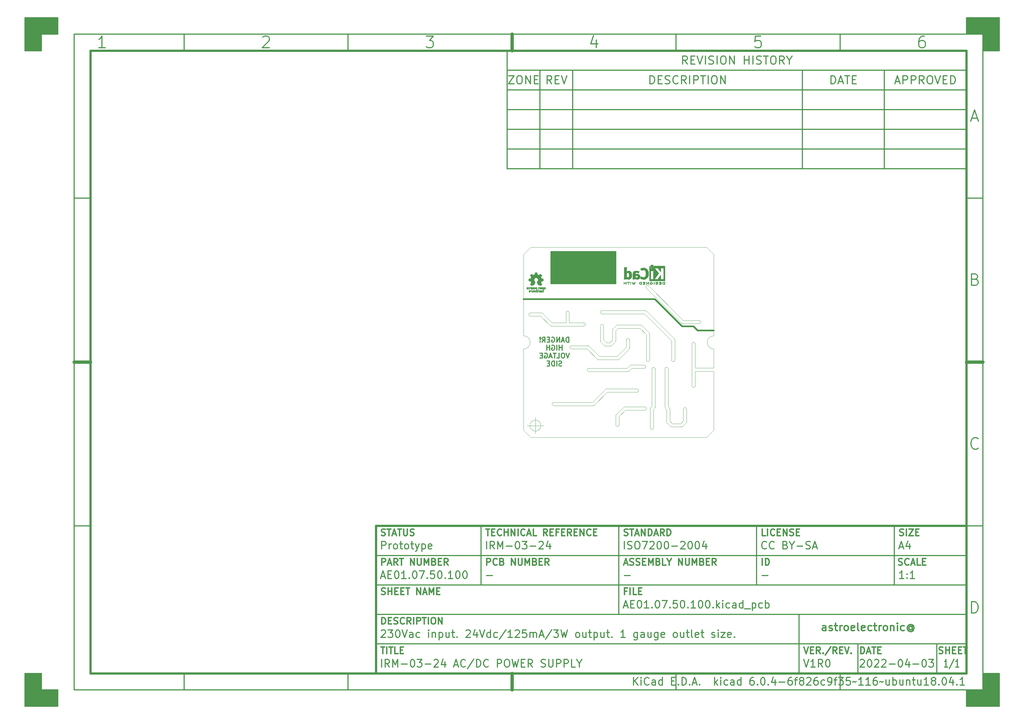
<source format=gbr>
%TF.GenerationSoftware,KiCad,Pcbnew,6.0.4-6f826c9f35~116~ubuntu18.04.1*%
%TF.CreationDate,2022-04-03T22:47:16+02:00*%
%TF.ProjectId,AE01.07.50.100,41453031-2e30-4372-9e35-302e3130302e,V1R0*%
%TF.SameCoordinates,PX9464480PY76a3180*%
%TF.FileFunction,Legend,Bot*%
%TF.FilePolarity,Positive*%
%FSLAX46Y46*%
G04 Gerber Fmt 4.6, Leading zero omitted, Abs format (unit mm)*
G04 Created by KiCad (PCBNEW 6.0.4-6f826c9f35~116~ubuntu18.04.1) date 2022-04-03 22:47:16*
%MOMM*%
%LPD*%
G01*
G04 APERTURE LIST*
%ADD10C,0.100000*%
%ADD11C,0.350000*%
%ADD12C,0.700000*%
%ADD13C,1.050000*%
%ADD14C,0.400000*%
%ADD15C,0.460000*%
%ADD16C,0.500000*%
%TA.AperFunction,Profile*%
%ADD17C,0.050000*%
%TD*%
%ADD18C,0.300000*%
%ADD19C,0.010000*%
G04 APERTURE END LIST*
D10*
D11*
X-8597800Y114400000D02*
X-8597800Y78400000D01*
D10*
D11*
X1402200Y108400000D02*
X1402200Y78400000D01*
D10*
D11*
X11402200Y108400000D02*
X11402200Y78400000D01*
D10*
D11*
X81402200Y108400000D02*
X81402200Y78400000D01*
D10*
D11*
X106402200Y108400000D02*
X106402200Y78400000D01*
D10*
D11*
X131402200Y114400000D02*
X131402200Y64400000D01*
D10*
D11*
X131402200Y114400000D02*
X-8597800Y114400000D01*
D10*
D11*
X131402200Y108400000D02*
X-8597800Y108400000D01*
D10*
D11*
X131402200Y102400000D02*
X-8597800Y102400000D01*
D10*
D11*
X131402200Y96400000D02*
X-8597800Y96400000D01*
D10*
D11*
X131402200Y90400000D02*
X-8597800Y90400000D01*
D10*
D11*
X131402200Y84400000D02*
X-8597800Y84400000D01*
D10*
D11*
X131402200Y78400000D02*
X-8597800Y78400000D01*
D10*
D11*
X46342676Y110269048D02*
X45509342Y111459524D01*
X44914104Y110269048D02*
X44914104Y112769048D01*
X45866485Y112769048D01*
X46104580Y112650000D01*
X46223628Y112530953D01*
X46342676Y112292858D01*
X46342676Y111935715D01*
X46223628Y111697620D01*
X46104580Y111578572D01*
X45866485Y111459524D01*
X44914104Y111459524D01*
X47414104Y111578572D02*
X48247438Y111578572D01*
X48604580Y110269048D02*
X47414104Y110269048D01*
X47414104Y112769048D01*
X48604580Y112769048D01*
X49318866Y112769048D02*
X50152200Y110269048D01*
X50985533Y112769048D01*
X51818866Y110269048D02*
X51818866Y112769048D01*
X52890295Y110388096D02*
X53247438Y110269048D01*
X53842676Y110269048D01*
X54080771Y110388096D01*
X54199819Y110507143D01*
X54318866Y110745239D01*
X54318866Y110983334D01*
X54199819Y111221429D01*
X54080771Y111340477D01*
X53842676Y111459524D01*
X53366485Y111578572D01*
X53128390Y111697620D01*
X53009342Y111816667D01*
X52890295Y112054762D01*
X52890295Y112292858D01*
X53009342Y112530953D01*
X53128390Y112650000D01*
X53366485Y112769048D01*
X53961723Y112769048D01*
X54318866Y112650000D01*
X55390295Y110269048D02*
X55390295Y112769048D01*
X57056961Y112769048D02*
X57533152Y112769048D01*
X57771247Y112650000D01*
X58009342Y112411905D01*
X58128390Y111935715D01*
X58128390Y111102381D01*
X58009342Y110626191D01*
X57771247Y110388096D01*
X57533152Y110269048D01*
X57056961Y110269048D01*
X56818866Y110388096D01*
X56580771Y110626191D01*
X56461723Y111102381D01*
X56461723Y111935715D01*
X56580771Y112411905D01*
X56818866Y112650000D01*
X57056961Y112769048D01*
X59199819Y110269048D02*
X59199819Y112769048D01*
X60628390Y110269048D01*
X60628390Y112769048D01*
X63723628Y110269048D02*
X63723628Y112769048D01*
X63723628Y111578572D02*
X65152200Y111578572D01*
X65152200Y110269048D02*
X65152200Y112769048D01*
X66342676Y110269048D02*
X66342676Y112769048D01*
X67414104Y110388096D02*
X67771247Y110269048D01*
X68366485Y110269048D01*
X68604580Y110388096D01*
X68723628Y110507143D01*
X68842676Y110745239D01*
X68842676Y110983334D01*
X68723628Y111221429D01*
X68604580Y111340477D01*
X68366485Y111459524D01*
X67890295Y111578572D01*
X67652200Y111697620D01*
X67533152Y111816667D01*
X67414104Y112054762D01*
X67414104Y112292858D01*
X67533152Y112530953D01*
X67652200Y112650000D01*
X67890295Y112769048D01*
X68485533Y112769048D01*
X68842676Y112650000D01*
X69556961Y112769048D02*
X70985533Y112769048D01*
X70271247Y110269048D02*
X70271247Y112769048D01*
X72295057Y112769048D02*
X72771247Y112769048D01*
X73009342Y112650000D01*
X73247438Y112411905D01*
X73366485Y111935715D01*
X73366485Y111102381D01*
X73247438Y110626191D01*
X73009342Y110388096D01*
X72771247Y110269048D01*
X72295057Y110269048D01*
X72056961Y110388096D01*
X71818866Y110626191D01*
X71699819Y111102381D01*
X71699819Y111935715D01*
X71818866Y112411905D01*
X72056961Y112650000D01*
X72295057Y112769048D01*
X75866485Y110269048D02*
X75033152Y111459524D01*
X74437914Y110269048D02*
X74437914Y112769048D01*
X75390295Y112769048D01*
X75628390Y112650000D01*
X75747438Y112530953D01*
X75866485Y112292858D01*
X75866485Y111935715D01*
X75747438Y111697620D01*
X75628390Y111578572D01*
X75390295Y111459524D01*
X74437914Y111459524D01*
X77414104Y111459524D02*
X77414104Y110269048D01*
X76580771Y112769048D02*
X77414104Y111459524D01*
X78247438Y112769048D01*
D10*
D11*
X-8181134Y106769048D02*
X-6514467Y106769048D01*
X-8181134Y104269048D01*
X-6514467Y104269048D01*
X-5085896Y106769048D02*
X-4609705Y106769048D01*
X-4371610Y106650000D01*
X-4133515Y106411905D01*
X-4014467Y105935715D01*
X-4014467Y105102381D01*
X-4133515Y104626191D01*
X-4371610Y104388096D01*
X-4609705Y104269048D01*
X-5085896Y104269048D01*
X-5323991Y104388096D01*
X-5562086Y104626191D01*
X-5681134Y105102381D01*
X-5681134Y105935715D01*
X-5562086Y106411905D01*
X-5323991Y106650000D01*
X-5085896Y106769048D01*
X-2943039Y104269048D02*
X-2943039Y106769048D01*
X-1514467Y104269048D01*
X-1514467Y106769048D01*
X-323991Y105578572D02*
X509342Y105578572D01*
X866485Y104269048D02*
X-323991Y104269048D01*
X-323991Y106769048D01*
X866485Y106769048D01*
D10*
D11*
X4973628Y104269048D02*
X4140295Y105459524D01*
X3545057Y104269048D02*
X3545057Y106769048D01*
X4497438Y106769048D01*
X4735533Y106650000D01*
X4854580Y106530953D01*
X4973628Y106292858D01*
X4973628Y105935715D01*
X4854580Y105697620D01*
X4735533Y105578572D01*
X4497438Y105459524D01*
X3545057Y105459524D01*
X6045057Y105578572D02*
X6878390Y105578572D01*
X7235533Y104269048D02*
X6045057Y104269048D01*
X6045057Y106769048D01*
X7235533Y106769048D01*
X7949819Y106769048D02*
X8783152Y104269048D01*
X9616485Y106769048D01*
D10*
D11*
X34914104Y104269048D02*
X34914104Y106769048D01*
X35509342Y106769048D01*
X35866485Y106650000D01*
X36104580Y106411905D01*
X36223628Y106173810D01*
X36342676Y105697620D01*
X36342676Y105340477D01*
X36223628Y104864286D01*
X36104580Y104626191D01*
X35866485Y104388096D01*
X35509342Y104269048D01*
X34914104Y104269048D01*
X37414104Y105578572D02*
X38247438Y105578572D01*
X38604580Y104269048D02*
X37414104Y104269048D01*
X37414104Y106769048D01*
X38604580Y106769048D01*
X39556961Y104388096D02*
X39914104Y104269048D01*
X40509342Y104269048D01*
X40747438Y104388096D01*
X40866485Y104507143D01*
X40985533Y104745239D01*
X40985533Y104983334D01*
X40866485Y105221429D01*
X40747438Y105340477D01*
X40509342Y105459524D01*
X40033152Y105578572D01*
X39795057Y105697620D01*
X39676009Y105816667D01*
X39556961Y106054762D01*
X39556961Y106292858D01*
X39676009Y106530953D01*
X39795057Y106650000D01*
X40033152Y106769048D01*
X40628390Y106769048D01*
X40985533Y106650000D01*
X43485533Y104507143D02*
X43366485Y104388096D01*
X43009342Y104269048D01*
X42771247Y104269048D01*
X42414104Y104388096D01*
X42176009Y104626191D01*
X42056961Y104864286D01*
X41937914Y105340477D01*
X41937914Y105697620D01*
X42056961Y106173810D01*
X42176009Y106411905D01*
X42414104Y106650000D01*
X42771247Y106769048D01*
X43009342Y106769048D01*
X43366485Y106650000D01*
X43485533Y106530953D01*
X45985533Y104269048D02*
X45152200Y105459524D01*
X44556961Y104269048D02*
X44556961Y106769048D01*
X45509342Y106769048D01*
X45747438Y106650000D01*
X45866485Y106530953D01*
X45985533Y106292858D01*
X45985533Y105935715D01*
X45866485Y105697620D01*
X45747438Y105578572D01*
X45509342Y105459524D01*
X44556961Y105459524D01*
X47056961Y104269048D02*
X47056961Y106769048D01*
X48247438Y104269048D02*
X48247438Y106769048D01*
X49199819Y106769048D01*
X49437914Y106650000D01*
X49556961Y106530953D01*
X49676009Y106292858D01*
X49676009Y105935715D01*
X49556961Y105697620D01*
X49437914Y105578572D01*
X49199819Y105459524D01*
X48247438Y105459524D01*
X50390295Y106769048D02*
X51818866Y106769048D01*
X51104580Y104269048D02*
X51104580Y106769048D01*
X52652200Y104269048D02*
X52652200Y106769048D01*
X54318866Y106769048D02*
X54795057Y106769048D01*
X55033152Y106650000D01*
X55271247Y106411905D01*
X55390295Y105935715D01*
X55390295Y105102381D01*
X55271247Y104626191D01*
X55033152Y104388096D01*
X54795057Y104269048D01*
X54318866Y104269048D01*
X54080771Y104388096D01*
X53842676Y104626191D01*
X53723628Y105102381D01*
X53723628Y105935715D01*
X53842676Y106411905D01*
X54080771Y106650000D01*
X54318866Y106769048D01*
X56461723Y104269048D02*
X56461723Y106769048D01*
X57890295Y104269048D01*
X57890295Y106769048D01*
D10*
D11*
X109795057Y104983334D02*
X110985533Y104983334D01*
X109556961Y104269048D02*
X110390295Y106769048D01*
X111223628Y104269048D01*
X112056961Y104269048D02*
X112056961Y106769048D01*
X113009342Y106769048D01*
X113247438Y106650000D01*
X113366485Y106530953D01*
X113485533Y106292858D01*
X113485533Y105935715D01*
X113366485Y105697620D01*
X113247438Y105578572D01*
X113009342Y105459524D01*
X112056961Y105459524D01*
X114556961Y104269048D02*
X114556961Y106769048D01*
X115509342Y106769048D01*
X115747438Y106650000D01*
X115866485Y106530953D01*
X115985533Y106292858D01*
X115985533Y105935715D01*
X115866485Y105697620D01*
X115747438Y105578572D01*
X115509342Y105459524D01*
X114556961Y105459524D01*
X118485533Y104269048D02*
X117652200Y105459524D01*
X117056961Y104269048D02*
X117056961Y106769048D01*
X118009342Y106769048D01*
X118247438Y106650000D01*
X118366485Y106530953D01*
X118485533Y106292858D01*
X118485533Y105935715D01*
X118366485Y105697620D01*
X118247438Y105578572D01*
X118009342Y105459524D01*
X117056961Y105459524D01*
X120033152Y106769048D02*
X120509342Y106769048D01*
X120747438Y106650000D01*
X120985533Y106411905D01*
X121104580Y105935715D01*
X121104580Y105102381D01*
X120985533Y104626191D01*
X120747438Y104388096D01*
X120509342Y104269048D01*
X120033152Y104269048D01*
X119795057Y104388096D01*
X119556961Y104626191D01*
X119437914Y105102381D01*
X119437914Y105935715D01*
X119556961Y106411905D01*
X119795057Y106650000D01*
X120033152Y106769048D01*
X121818866Y106769048D02*
X122652200Y104269048D01*
X123485533Y106769048D01*
X124318866Y105578572D02*
X125152200Y105578572D01*
X125509342Y104269048D02*
X124318866Y104269048D01*
X124318866Y106769048D01*
X125509342Y106769048D01*
X126580771Y104269048D02*
X126580771Y106769048D01*
X127176009Y106769048D01*
X127533152Y106650000D01*
X127771247Y106411905D01*
X127890295Y106173810D01*
X128009342Y105697620D01*
X128009342Y105340477D01*
X127890295Y104864286D01*
X127771247Y104626191D01*
X127533152Y104388096D01*
X127176009Y104269048D01*
X126580771Y104269048D01*
D10*
D11*
X90092676Y104269048D02*
X90092676Y106769048D01*
X90687914Y106769048D01*
X91045057Y106650000D01*
X91283152Y106411905D01*
X91402200Y106173810D01*
X91521247Y105697620D01*
X91521247Y105340477D01*
X91402200Y104864286D01*
X91283152Y104626191D01*
X91045057Y104388096D01*
X90687914Y104269048D01*
X90092676Y104269048D01*
X92473628Y104983334D02*
X93664104Y104983334D01*
X92235533Y104269048D02*
X93068866Y106769048D01*
X93902200Y104269048D01*
X94378390Y106769048D02*
X95806961Y106769048D01*
X95092676Y104269048D02*
X95092676Y106769048D01*
X96640295Y105578572D02*
X97473628Y105578572D01*
X97830771Y104269048D02*
X96640295Y104269048D01*
X96640295Y106769048D01*
X97830771Y106769048D01*
D10*
D11*
X-140600000Y119400000D02*
X-140600000Y-80607200D01*
X136402200Y-80607200D01*
X136402200Y119400000D01*
X-140600000Y119400000D01*
D10*
D12*
X-135600000Y114400000D02*
X-135600000Y-75607200D01*
X131402200Y-75607200D01*
X131402200Y114400000D01*
X-135600000Y114400000D01*
D10*
D13*
X-7100000Y119400000D02*
X-7100000Y114400000D01*
D10*
D13*
X-7100000Y-80607200D02*
X-7100000Y-75607200D01*
D10*
D13*
X-140600000Y19400000D02*
X-135600000Y19400000D01*
D10*
D13*
X136402200Y19400000D02*
X131402200Y19400000D01*
D10*
D11*
X-107100000Y119400000D02*
X-107100000Y114400000D01*
D10*
D11*
X-57100000Y119400000D02*
X-57100000Y114400000D01*
D10*
D11*
X-7100000Y119400000D02*
X-7100000Y114400000D01*
D10*
D11*
X42900000Y119400000D02*
X42900000Y114400000D01*
D10*
D11*
X92900000Y119400000D02*
X92900000Y114400000D01*
D10*
D11*
X-107100000Y-80607200D02*
X-107100000Y-75607200D01*
D10*
D11*
X-57100000Y-80607200D02*
X-57100000Y-75607200D01*
D10*
D11*
X-7100000Y-80607200D02*
X-7100000Y-75607200D01*
D10*
D11*
X42900000Y-80607200D02*
X42900000Y-75607200D01*
D10*
D11*
X92900000Y-80607200D02*
X92900000Y-75607200D01*
D10*
D11*
X-140600000Y69400000D02*
X-135600000Y69400000D01*
D10*
D11*
X-140600000Y19400000D02*
X-135600000Y19400000D01*
D10*
D11*
X-140600000Y-30600000D02*
X-135600000Y-30600000D01*
D10*
D11*
X136402200Y69400000D02*
X131402200Y69400000D01*
D10*
D11*
X136402200Y19400000D02*
X131402200Y19400000D01*
D10*
D11*
X136402200Y-30600000D02*
X131402200Y-30600000D01*
D10*
D11*
X-131100000Y115316667D02*
X-133100000Y115316667D01*
X-132100000Y115316667D02*
X-132100000Y118816667D01*
X-132433334Y118316667D01*
X-132766667Y117983334D01*
X-133100000Y117816667D01*
D10*
D11*
X-83100000Y118483334D02*
X-82933334Y118650000D01*
X-82600000Y118816667D01*
X-81766667Y118816667D01*
X-81433334Y118650000D01*
X-81266667Y118483334D01*
X-81100000Y118150000D01*
X-81100000Y117816667D01*
X-81266667Y117316667D01*
X-83266667Y115316667D01*
X-81100000Y115316667D01*
D10*
D11*
X-33266667Y118816667D02*
X-31100000Y118816667D01*
X-32266667Y117483334D01*
X-31766667Y117483334D01*
X-31433334Y117316667D01*
X-31266667Y117150000D01*
X-31100000Y116816667D01*
X-31100000Y115983334D01*
X-31266667Y115650000D01*
X-31433334Y115483334D01*
X-31766667Y115316667D01*
X-32766667Y115316667D01*
X-33100000Y115483334D01*
X-33266667Y115650000D01*
D10*
D11*
X18566666Y117650000D02*
X18566666Y115316667D01*
X17733333Y118983334D02*
X16900000Y116483334D01*
X19066666Y116483334D01*
D10*
D11*
X68733333Y118816667D02*
X67066666Y118816667D01*
X66900000Y117150000D01*
X67066666Y117316667D01*
X67400000Y117483334D01*
X68233333Y117483334D01*
X68566666Y117316667D01*
X68733333Y117150000D01*
X68900000Y116816667D01*
X68900000Y115983334D01*
X68733333Y115650000D01*
X68566666Y115483334D01*
X68233333Y115316667D01*
X67400000Y115316667D01*
X67066666Y115483334D01*
X66900000Y115650000D01*
D10*
D11*
X118566666Y118816667D02*
X117900000Y118816667D01*
X117566666Y118650000D01*
X117400000Y118483334D01*
X117066666Y117983334D01*
X116900000Y117316667D01*
X116900000Y115983334D01*
X117066666Y115650000D01*
X117233333Y115483334D01*
X117566666Y115316667D01*
X118233333Y115316667D01*
X118566666Y115483334D01*
X118733333Y115650000D01*
X118900000Y115983334D01*
X118900000Y116816667D01*
X118733333Y117150000D01*
X118566666Y117316667D01*
X118233333Y117483334D01*
X117566666Y117483334D01*
X117233333Y117316667D01*
X117066666Y117150000D01*
X116900000Y116816667D01*
D10*
D11*
X133068866Y93816667D02*
X134735533Y93816667D01*
X132735533Y92816667D02*
X133902200Y96316667D01*
X135068866Y92816667D01*
D10*
D11*
X134152200Y44650000D02*
X134652200Y44483334D01*
X134818866Y44316667D01*
X134985533Y43983334D01*
X134985533Y43483334D01*
X134818866Y43150000D01*
X134652200Y42983334D01*
X134318866Y42816667D01*
X132985533Y42816667D01*
X132985533Y46316667D01*
X134152200Y46316667D01*
X134485533Y46150000D01*
X134652200Y45983334D01*
X134818866Y45650000D01*
X134818866Y45316667D01*
X134652200Y44983334D01*
X134485533Y44816667D01*
X134152200Y44650000D01*
X132985533Y44650000D01*
D10*
D11*
X134985533Y-6850000D02*
X134818866Y-7016666D01*
X134318866Y-7183333D01*
X133985533Y-7183333D01*
X133485533Y-7016666D01*
X133152200Y-6683333D01*
X132985533Y-6350000D01*
X132818866Y-5683333D01*
X132818866Y-5183333D01*
X132985533Y-4516666D01*
X133152200Y-4183333D01*
X133485533Y-3850000D01*
X133985533Y-3683333D01*
X134318866Y-3683333D01*
X134818866Y-3850000D01*
X134985533Y-4016666D01*
D10*
D11*
X132985533Y-57183333D02*
X132985533Y-53683333D01*
X133818866Y-53683333D01*
X134318866Y-53850000D01*
X134652200Y-54183333D01*
X134818866Y-54516666D01*
X134985533Y-55183333D01*
X134985533Y-55683333D01*
X134818866Y-56350000D01*
X134652200Y-56683333D01*
X134318866Y-57016666D01*
X133818866Y-57183333D01*
X132985533Y-57183333D01*
D10*
G36*
X-155600000Y124400000D02*
G01*
X-145600000Y124400000D01*
X-145600000Y119400000D01*
X-150600000Y119400000D01*
X-150600000Y114400000D01*
X-155600000Y114400000D01*
X-155600000Y124400000D01*
G37*
D11*
X-155600000Y124400000D02*
X-145600000Y124400000D01*
X-145600000Y119400000D01*
X-150600000Y119400000D01*
X-150600000Y114400000D01*
X-155600000Y114400000D01*
X-155600000Y124400000D01*
D10*
G36*
X-155600000Y-85607199D02*
G01*
X-155600000Y-75607199D01*
X-150600000Y-75607199D01*
X-150600000Y-80607199D01*
X-145600000Y-80607199D01*
X-145600000Y-85607199D01*
X-155600000Y-85607199D01*
G37*
D11*
X-155600000Y-85607199D02*
X-155600000Y-75607199D01*
X-150600000Y-75607199D01*
X-150600000Y-80607199D01*
X-145600000Y-80607199D01*
X-145600000Y-85607199D01*
X-155600000Y-85607199D01*
D10*
G36*
X141402200Y124400000D02*
G01*
X141402200Y114400000D01*
X136402200Y114400000D01*
X136402200Y119400000D01*
X131402200Y119400000D01*
X131402200Y124400000D01*
X141402200Y124400000D01*
G37*
D11*
X141402200Y124400000D02*
X141402200Y114400000D01*
X136402200Y114400000D01*
X136402200Y119400000D01*
X131402200Y119400000D01*
X131402200Y124400000D01*
X141402200Y124400000D01*
D10*
G36*
X141402200Y-85607199D02*
G01*
X131402200Y-85607199D01*
X131402200Y-80607199D01*
X136402200Y-80607199D01*
X136402200Y-75607199D01*
X141402200Y-75607199D01*
X141402200Y-85607199D01*
G37*
D11*
X141402200Y-85607199D02*
X131402200Y-85607199D01*
X131402200Y-80607199D01*
X136402200Y-80607199D01*
X136402200Y-75607199D01*
X141402200Y-75607199D01*
X141402200Y-85607199D01*
D10*
D12*
X131402200Y-75607200D02*
X131402200Y-30607200D01*
X-48597800Y-30607200D01*
X-48597800Y-75607200D01*
X131402200Y-75607200D01*
D10*
D11*
X131402200Y-48607200D02*
X-48597800Y-48607200D01*
D10*
D11*
X131402200Y-57607200D02*
X-48597800Y-57607200D01*
D10*
D11*
X131402200Y-66607200D02*
X-48597800Y-66607200D01*
D10*
D11*
X-16597800Y-30607200D02*
X-16597800Y-48607200D01*
D10*
D11*
X25402200Y-30607200D02*
X25402200Y-57607200D01*
D10*
D11*
X67402200Y-30607200D02*
X67402200Y-48607200D01*
D10*
D11*
X80402200Y-57607200D02*
X80402200Y-75607200D01*
D10*
D11*
X98292200Y-66607000D02*
X98292200Y-75607000D01*
D10*
D11*
X122402200Y-66607200D02*
X122402200Y-75607200D01*
D10*
D14*
X-46956848Y-33416723D02*
X-46671134Y-33511961D01*
X-46194943Y-33511961D01*
X-46004467Y-33416723D01*
X-45909229Y-33321485D01*
X-45813991Y-33131009D01*
X-45813991Y-32940533D01*
X-45909229Y-32750057D01*
X-46004467Y-32654819D01*
X-46194943Y-32559580D01*
X-46575896Y-32464342D01*
X-46766372Y-32369104D01*
X-46861610Y-32273866D01*
X-46956848Y-32083390D01*
X-46956848Y-31892914D01*
X-46861610Y-31702438D01*
X-46766372Y-31607200D01*
X-46575896Y-31511961D01*
X-46099705Y-31511961D01*
X-45813991Y-31607200D01*
X-45242562Y-31511961D02*
X-44099705Y-31511961D01*
X-44671134Y-33511961D02*
X-44671134Y-31511961D01*
X-43528277Y-32940533D02*
X-42575896Y-32940533D01*
X-43718753Y-33511961D02*
X-43052086Y-31511961D01*
X-42385420Y-33511961D01*
X-42004467Y-31511961D02*
X-40861610Y-31511961D01*
X-41433039Y-33511961D02*
X-41433039Y-31511961D01*
X-40194943Y-31511961D02*
X-40194943Y-33131009D01*
X-40099705Y-33321485D01*
X-40004467Y-33416723D01*
X-39813991Y-33511961D01*
X-39433039Y-33511961D01*
X-39242562Y-33416723D01*
X-39147324Y-33321485D01*
X-39052086Y-33131009D01*
X-39052086Y-31511961D01*
X-38194943Y-33416723D02*
X-37909229Y-33511961D01*
X-37433039Y-33511961D01*
X-37242562Y-33416723D01*
X-37147324Y-33321485D01*
X-37052086Y-33131009D01*
X-37052086Y-32940533D01*
X-37147324Y-32750057D01*
X-37242562Y-32654819D01*
X-37433039Y-32559580D01*
X-37813991Y-32464342D01*
X-38004467Y-32369104D01*
X-38099705Y-32273866D01*
X-38194943Y-32083390D01*
X-38194943Y-31892914D01*
X-38099705Y-31702438D01*
X-38004467Y-31607200D01*
X-37813991Y-31511961D01*
X-37337800Y-31511961D01*
X-37052086Y-31607200D01*
D10*
D14*
X-15147324Y-31511961D02*
X-14004467Y-31511961D01*
X-14575896Y-33511961D02*
X-14575896Y-31511961D01*
X-13337800Y-32464342D02*
X-12671134Y-32464342D01*
X-12385420Y-33511961D02*
X-13337800Y-33511961D01*
X-13337800Y-31511961D01*
X-12385420Y-31511961D01*
X-10385420Y-33321485D02*
X-10480658Y-33416723D01*
X-10766372Y-33511961D01*
X-10956848Y-33511961D01*
X-11242562Y-33416723D01*
X-11433039Y-33226247D01*
X-11528277Y-33035771D01*
X-11623515Y-32654819D01*
X-11623515Y-32369104D01*
X-11528277Y-31988152D01*
X-11433039Y-31797676D01*
X-11242562Y-31607200D01*
X-10956848Y-31511961D01*
X-10766372Y-31511961D01*
X-10480658Y-31607200D01*
X-10385420Y-31702438D01*
X-9528277Y-33511961D02*
X-9528277Y-31511961D01*
X-9528277Y-32464342D02*
X-8385420Y-32464342D01*
X-8385420Y-33511961D02*
X-8385420Y-31511961D01*
X-7433039Y-33511961D02*
X-7433039Y-31511961D01*
X-6290181Y-33511961D01*
X-6290181Y-31511961D01*
X-5337800Y-33511961D02*
X-5337800Y-31511961D01*
X-3242562Y-33321485D02*
X-3337800Y-33416723D01*
X-3623515Y-33511961D01*
X-3813991Y-33511961D01*
X-4099705Y-33416723D01*
X-4290181Y-33226247D01*
X-4385420Y-33035771D01*
X-4480658Y-32654819D01*
X-4480658Y-32369104D01*
X-4385420Y-31988152D01*
X-4290181Y-31797676D01*
X-4099705Y-31607200D01*
X-3813991Y-31511961D01*
X-3623515Y-31511961D01*
X-3337800Y-31607200D01*
X-3242562Y-31702438D01*
X-2480658Y-32940533D02*
X-1528277Y-32940533D01*
X-2671134Y-33511961D02*
X-2004467Y-31511961D01*
X-1337800Y-33511961D01*
X281247Y-33511961D02*
X-671134Y-33511961D01*
X-671134Y-31511961D01*
X3614580Y-33511961D02*
X2947914Y-32559580D01*
X2471723Y-33511961D02*
X2471723Y-31511961D01*
X3233628Y-31511961D01*
X3424104Y-31607200D01*
X3519342Y-31702438D01*
X3614580Y-31892914D01*
X3614580Y-32178628D01*
X3519342Y-32369104D01*
X3424104Y-32464342D01*
X3233628Y-32559580D01*
X2471723Y-32559580D01*
X4471723Y-32464342D02*
X5138390Y-32464342D01*
X5424104Y-33511961D02*
X4471723Y-33511961D01*
X4471723Y-31511961D01*
X5424104Y-31511961D01*
X6947914Y-32464342D02*
X6281247Y-32464342D01*
X6281247Y-33511961D02*
X6281247Y-31511961D01*
X7233628Y-31511961D01*
X7995533Y-32464342D02*
X8662200Y-32464342D01*
X8947914Y-33511961D02*
X7995533Y-33511961D01*
X7995533Y-31511961D01*
X8947914Y-31511961D01*
X10947914Y-33511961D02*
X10281247Y-32559580D01*
X9805057Y-33511961D02*
X9805057Y-31511961D01*
X10566961Y-31511961D01*
X10757438Y-31607200D01*
X10852676Y-31702438D01*
X10947914Y-31892914D01*
X10947914Y-32178628D01*
X10852676Y-32369104D01*
X10757438Y-32464342D01*
X10566961Y-32559580D01*
X9805057Y-32559580D01*
X11805057Y-32464342D02*
X12471723Y-32464342D01*
X12757438Y-33511961D02*
X11805057Y-33511961D01*
X11805057Y-31511961D01*
X12757438Y-31511961D01*
X13614580Y-33511961D02*
X13614580Y-31511961D01*
X14757438Y-33511961D01*
X14757438Y-31511961D01*
X16852676Y-33321485D02*
X16757438Y-33416723D01*
X16471723Y-33511961D01*
X16281247Y-33511961D01*
X15995533Y-33416723D01*
X15805057Y-33226247D01*
X15709819Y-33035771D01*
X15614580Y-32654819D01*
X15614580Y-32369104D01*
X15709819Y-31988152D01*
X15805057Y-31797676D01*
X15995533Y-31607200D01*
X16281247Y-31511961D01*
X16471723Y-31511961D01*
X16757438Y-31607200D01*
X16852676Y-31702438D01*
X17709819Y-32464342D02*
X18376485Y-32464342D01*
X18662200Y-33511961D02*
X17709819Y-33511961D01*
X17709819Y-31511961D01*
X18662200Y-31511961D01*
D10*
D14*
X27043152Y-33416723D02*
X27328866Y-33511961D01*
X27805057Y-33511961D01*
X27995533Y-33416723D01*
X28090771Y-33321485D01*
X28186009Y-33131009D01*
X28186009Y-32940533D01*
X28090771Y-32750057D01*
X27995533Y-32654819D01*
X27805057Y-32559580D01*
X27424104Y-32464342D01*
X27233628Y-32369104D01*
X27138390Y-32273866D01*
X27043152Y-32083390D01*
X27043152Y-31892914D01*
X27138390Y-31702438D01*
X27233628Y-31607200D01*
X27424104Y-31511961D01*
X27900295Y-31511961D01*
X28186009Y-31607200D01*
X28757438Y-31511961D02*
X29900295Y-31511961D01*
X29328866Y-33511961D02*
X29328866Y-31511961D01*
X30471723Y-32940533D02*
X31424104Y-32940533D01*
X30281247Y-33511961D02*
X30947914Y-31511961D01*
X31614580Y-33511961D01*
X32281247Y-33511961D02*
X32281247Y-31511961D01*
X33424104Y-33511961D01*
X33424104Y-31511961D01*
X34376485Y-33511961D02*
X34376485Y-31511961D01*
X34852676Y-31511961D01*
X35138390Y-31607200D01*
X35328866Y-31797676D01*
X35424104Y-31988152D01*
X35519342Y-32369104D01*
X35519342Y-32654819D01*
X35424104Y-33035771D01*
X35328866Y-33226247D01*
X35138390Y-33416723D01*
X34852676Y-33511961D01*
X34376485Y-33511961D01*
X36281247Y-32940533D02*
X37233628Y-32940533D01*
X36090771Y-33511961D02*
X36757438Y-31511961D01*
X37424104Y-33511961D01*
X39233628Y-33511961D02*
X38566961Y-32559580D01*
X38090771Y-33511961D02*
X38090771Y-31511961D01*
X38852676Y-31511961D01*
X39043152Y-31607200D01*
X39138390Y-31702438D01*
X39233628Y-31892914D01*
X39233628Y-32178628D01*
X39138390Y-32369104D01*
X39043152Y-32464342D01*
X38852676Y-32559580D01*
X38090771Y-32559580D01*
X40090771Y-33511961D02*
X40090771Y-31511961D01*
X40566961Y-31511961D01*
X40852676Y-31607200D01*
X41043152Y-31797676D01*
X41138390Y-31988152D01*
X41233628Y-32369104D01*
X41233628Y-32654819D01*
X41138390Y-33035771D01*
X41043152Y-33226247D01*
X40852676Y-33416723D01*
X40566961Y-33511961D01*
X40090771Y-33511961D01*
D10*
D14*
X70090771Y-33511961D02*
X69138390Y-33511961D01*
X69138390Y-31511961D01*
X70757438Y-33511961D02*
X70757438Y-31511961D01*
X72852676Y-33321485D02*
X72757438Y-33416723D01*
X72471723Y-33511961D01*
X72281247Y-33511961D01*
X71995533Y-33416723D01*
X71805057Y-33226247D01*
X71709819Y-33035771D01*
X71614580Y-32654819D01*
X71614580Y-32369104D01*
X71709819Y-31988152D01*
X71805057Y-31797676D01*
X71995533Y-31607200D01*
X72281247Y-31511961D01*
X72471723Y-31511961D01*
X72757438Y-31607200D01*
X72852676Y-31702438D01*
X73709819Y-32464342D02*
X74376485Y-32464342D01*
X74662200Y-33511961D02*
X73709819Y-33511961D01*
X73709819Y-31511961D01*
X74662200Y-31511961D01*
X75519342Y-33511961D02*
X75519342Y-31511961D01*
X76662200Y-33511961D01*
X76662200Y-31511961D01*
X77519342Y-33416723D02*
X77805057Y-33511961D01*
X78281247Y-33511961D01*
X78471723Y-33416723D01*
X78566961Y-33321485D01*
X78662200Y-33131009D01*
X78662200Y-32940533D01*
X78566961Y-32750057D01*
X78471723Y-32654819D01*
X78281247Y-32559580D01*
X77900295Y-32464342D01*
X77709819Y-32369104D01*
X77614580Y-32273866D01*
X77519342Y-32083390D01*
X77519342Y-31892914D01*
X77614580Y-31702438D01*
X77709819Y-31607200D01*
X77900295Y-31511961D01*
X78376485Y-31511961D01*
X78662200Y-31607200D01*
X79519342Y-32464342D02*
X80186009Y-32464342D01*
X80471723Y-33511961D02*
X79519342Y-33511961D01*
X79519342Y-31511961D01*
X80471723Y-31511961D01*
D10*
D14*
X27043152Y-41940533D02*
X27995533Y-41940533D01*
X26852676Y-42511961D02*
X27519342Y-40511961D01*
X28186009Y-42511961D01*
X28757438Y-42416723D02*
X29043152Y-42511961D01*
X29519342Y-42511961D01*
X29709819Y-42416723D01*
X29805057Y-42321485D01*
X29900295Y-42131009D01*
X29900295Y-41940533D01*
X29805057Y-41750057D01*
X29709819Y-41654819D01*
X29519342Y-41559580D01*
X29138390Y-41464342D01*
X28947914Y-41369104D01*
X28852676Y-41273866D01*
X28757438Y-41083390D01*
X28757438Y-40892914D01*
X28852676Y-40702438D01*
X28947914Y-40607200D01*
X29138390Y-40511961D01*
X29614580Y-40511961D01*
X29900295Y-40607200D01*
X30662200Y-42416723D02*
X30947914Y-42511961D01*
X31424104Y-42511961D01*
X31614580Y-42416723D01*
X31709819Y-42321485D01*
X31805057Y-42131009D01*
X31805057Y-41940533D01*
X31709819Y-41750057D01*
X31614580Y-41654819D01*
X31424104Y-41559580D01*
X31043152Y-41464342D01*
X30852676Y-41369104D01*
X30757438Y-41273866D01*
X30662200Y-41083390D01*
X30662200Y-40892914D01*
X30757438Y-40702438D01*
X30852676Y-40607200D01*
X31043152Y-40511961D01*
X31519342Y-40511961D01*
X31805057Y-40607200D01*
X32662200Y-41464342D02*
X33328866Y-41464342D01*
X33614580Y-42511961D02*
X32662200Y-42511961D01*
X32662200Y-40511961D01*
X33614580Y-40511961D01*
X34471723Y-42511961D02*
X34471723Y-40511961D01*
X35138390Y-41940533D01*
X35805057Y-40511961D01*
X35805057Y-42511961D01*
X37424104Y-41464342D02*
X37709819Y-41559580D01*
X37805057Y-41654819D01*
X37900295Y-41845295D01*
X37900295Y-42131009D01*
X37805057Y-42321485D01*
X37709819Y-42416723D01*
X37519342Y-42511961D01*
X36757438Y-42511961D01*
X36757438Y-40511961D01*
X37424104Y-40511961D01*
X37614580Y-40607200D01*
X37709819Y-40702438D01*
X37805057Y-40892914D01*
X37805057Y-41083390D01*
X37709819Y-41273866D01*
X37614580Y-41369104D01*
X37424104Y-41464342D01*
X36757438Y-41464342D01*
X39709819Y-42511961D02*
X38757438Y-42511961D01*
X38757438Y-40511961D01*
X40757438Y-41559580D02*
X40757438Y-42511961D01*
X40090771Y-40511961D02*
X40757438Y-41559580D01*
X41424104Y-40511961D01*
X43614580Y-42511961D02*
X43614580Y-40511961D01*
X44757438Y-42511961D01*
X44757438Y-40511961D01*
X45709819Y-40511961D02*
X45709819Y-42131009D01*
X45805057Y-42321485D01*
X45900295Y-42416723D01*
X46090771Y-42511961D01*
X46471723Y-42511961D01*
X46662200Y-42416723D01*
X46757438Y-42321485D01*
X46852676Y-42131009D01*
X46852676Y-40511961D01*
X47805057Y-42511961D02*
X47805057Y-40511961D01*
X48471723Y-41940533D01*
X49138390Y-40511961D01*
X49138390Y-42511961D01*
X50757438Y-41464342D02*
X51043152Y-41559580D01*
X51138390Y-41654819D01*
X51233628Y-41845295D01*
X51233628Y-42131009D01*
X51138390Y-42321485D01*
X51043152Y-42416723D01*
X50852676Y-42511961D01*
X50090771Y-42511961D01*
X50090771Y-40511961D01*
X50757438Y-40511961D01*
X50947914Y-40607200D01*
X51043152Y-40702438D01*
X51138390Y-40892914D01*
X51138390Y-41083390D01*
X51043152Y-41273866D01*
X50947914Y-41369104D01*
X50757438Y-41464342D01*
X50090771Y-41464342D01*
X52090771Y-41464342D02*
X52757438Y-41464342D01*
X53043152Y-42511961D02*
X52090771Y-42511961D01*
X52090771Y-40511961D01*
X53043152Y-40511961D01*
X55043152Y-42511961D02*
X54376485Y-41559580D01*
X53900295Y-42511961D02*
X53900295Y-40511961D01*
X54662200Y-40511961D01*
X54852676Y-40607200D01*
X54947914Y-40702438D01*
X55043152Y-40892914D01*
X55043152Y-41178628D01*
X54947914Y-41369104D01*
X54852676Y-41464342D01*
X54662200Y-41559580D01*
X53900295Y-41559580D01*
D10*
D14*
X69138390Y-42511961D02*
X69138390Y-40511961D01*
X70090771Y-42511961D02*
X70090771Y-40511961D01*
X70566961Y-40511961D01*
X70852676Y-40607200D01*
X71043152Y-40797676D01*
X71138390Y-40988152D01*
X71233628Y-41369104D01*
X71233628Y-41654819D01*
X71138390Y-42035771D01*
X71043152Y-42226247D01*
X70852676Y-42416723D01*
X70566961Y-42511961D01*
X70090771Y-42511961D01*
D10*
D14*
X81852676Y-67511961D02*
X82519342Y-69511961D01*
X83186009Y-67511961D01*
X83852676Y-68464342D02*
X84519342Y-68464342D01*
X84805057Y-69511961D02*
X83852676Y-69511961D01*
X83852676Y-67511961D01*
X84805057Y-67511961D01*
X86805057Y-69511961D02*
X86138390Y-68559580D01*
X85662200Y-69511961D02*
X85662200Y-67511961D01*
X86424104Y-67511961D01*
X86614580Y-67607200D01*
X86709819Y-67702438D01*
X86805057Y-67892914D01*
X86805057Y-68178628D01*
X86709819Y-68369104D01*
X86614580Y-68464342D01*
X86424104Y-68559580D01*
X85662200Y-68559580D01*
X87662200Y-69321485D02*
X87757438Y-69416723D01*
X87662200Y-69511961D01*
X87566961Y-69416723D01*
X87662200Y-69321485D01*
X87662200Y-69511961D01*
X90043152Y-67416723D02*
X88328866Y-69988152D01*
X91852676Y-69511961D02*
X91186009Y-68559580D01*
X90709819Y-69511961D02*
X90709819Y-67511961D01*
X91471723Y-67511961D01*
X91662200Y-67607200D01*
X91757438Y-67702438D01*
X91852676Y-67892914D01*
X91852676Y-68178628D01*
X91757438Y-68369104D01*
X91662200Y-68464342D01*
X91471723Y-68559580D01*
X90709819Y-68559580D01*
X92709819Y-68464342D02*
X93376485Y-68464342D01*
X93662200Y-69511961D02*
X92709819Y-69511961D01*
X92709819Y-67511961D01*
X93662200Y-67511961D01*
X94233628Y-67511961D02*
X94900295Y-69511961D01*
X95566961Y-67511961D01*
X96233628Y-69321485D02*
X96328866Y-69416723D01*
X96233628Y-69511961D01*
X96138390Y-69416723D01*
X96233628Y-69321485D01*
X96233628Y-69511961D01*
D10*
D14*
X99138390Y-69511961D02*
X99138390Y-67511961D01*
X99614580Y-67511961D01*
X99900295Y-67607200D01*
X100090771Y-67797676D01*
X100186009Y-67988152D01*
X100281247Y-68369104D01*
X100281247Y-68654819D01*
X100186009Y-69035771D01*
X100090771Y-69226247D01*
X99900295Y-69416723D01*
X99614580Y-69511961D01*
X99138390Y-69511961D01*
X101043152Y-68940533D02*
X101995533Y-68940533D01*
X100852676Y-69511961D02*
X101519342Y-67511961D01*
X102186009Y-69511961D01*
X102566961Y-67511961D02*
X103709819Y-67511961D01*
X103138390Y-69511961D02*
X103138390Y-67511961D01*
X104376485Y-68464342D02*
X105043152Y-68464342D01*
X105328866Y-69511961D02*
X104376485Y-69511961D01*
X104376485Y-67511961D01*
X105328866Y-67511961D01*
D10*
D14*
X123043152Y-69416723D02*
X123328866Y-69511961D01*
X123805057Y-69511961D01*
X123995533Y-69416723D01*
X124090771Y-69321485D01*
X124186009Y-69131009D01*
X124186009Y-68940533D01*
X124090771Y-68750057D01*
X123995533Y-68654819D01*
X123805057Y-68559580D01*
X123424104Y-68464342D01*
X123233628Y-68369104D01*
X123138390Y-68273866D01*
X123043152Y-68083390D01*
X123043152Y-67892914D01*
X123138390Y-67702438D01*
X123233628Y-67607200D01*
X123424104Y-67511961D01*
X123900295Y-67511961D01*
X124186009Y-67607200D01*
X125043152Y-69511961D02*
X125043152Y-67511961D01*
X125043152Y-68464342D02*
X126186009Y-68464342D01*
X126186009Y-69511961D02*
X126186009Y-67511961D01*
X127138390Y-68464342D02*
X127805057Y-68464342D01*
X128090771Y-69511961D02*
X127138390Y-69511961D01*
X127138390Y-67511961D01*
X128090771Y-67511961D01*
X128947914Y-68464342D02*
X129614580Y-68464342D01*
X129900295Y-69511961D02*
X128947914Y-69511961D01*
X128947914Y-67511961D01*
X129900295Y-67511961D01*
X130471723Y-67511961D02*
X131614580Y-67511961D01*
X131043152Y-69511961D02*
X131043152Y-67511961D01*
D10*
D11*
X69124819Y-45771485D02*
X70877200Y-45771485D01*
D10*
D15*
X88533152Y-62497676D02*
X88533152Y-61292914D01*
X88423628Y-61073866D01*
X88204580Y-60964342D01*
X87766485Y-60964342D01*
X87547438Y-61073866D01*
X88533152Y-62388152D02*
X88314104Y-62497676D01*
X87766485Y-62497676D01*
X87547438Y-62388152D01*
X87437914Y-62169104D01*
X87437914Y-61950057D01*
X87547438Y-61731009D01*
X87766485Y-61621485D01*
X88314104Y-61621485D01*
X88533152Y-61511961D01*
X89518866Y-62388152D02*
X89737914Y-62497676D01*
X90176009Y-62497676D01*
X90395057Y-62388152D01*
X90504580Y-62169104D01*
X90504580Y-62059580D01*
X90395057Y-61840533D01*
X90176009Y-61731009D01*
X89847438Y-61731009D01*
X89628390Y-61621485D01*
X89518866Y-61402438D01*
X89518866Y-61292914D01*
X89628390Y-61073866D01*
X89847438Y-60964342D01*
X90176009Y-60964342D01*
X90395057Y-61073866D01*
X91161723Y-60964342D02*
X92037914Y-60964342D01*
X91490295Y-60197676D02*
X91490295Y-62169104D01*
X91599819Y-62388152D01*
X91818866Y-62497676D01*
X92037914Y-62497676D01*
X92804580Y-62497676D02*
X92804580Y-60964342D01*
X92804580Y-61402438D02*
X92914104Y-61183390D01*
X93023628Y-61073866D01*
X93242676Y-60964342D01*
X93461723Y-60964342D01*
X94556961Y-62497676D02*
X94337914Y-62388152D01*
X94228390Y-62278628D01*
X94118866Y-62059580D01*
X94118866Y-61402438D01*
X94228390Y-61183390D01*
X94337914Y-61073866D01*
X94556961Y-60964342D01*
X94885533Y-60964342D01*
X95104580Y-61073866D01*
X95214104Y-61183390D01*
X95323628Y-61402438D01*
X95323628Y-62059580D01*
X95214104Y-62278628D01*
X95104580Y-62388152D01*
X94885533Y-62497676D01*
X94556961Y-62497676D01*
X97185533Y-62388152D02*
X96966485Y-62497676D01*
X96528390Y-62497676D01*
X96309342Y-62388152D01*
X96199819Y-62169104D01*
X96199819Y-61292914D01*
X96309342Y-61073866D01*
X96528390Y-60964342D01*
X96966485Y-60964342D01*
X97185533Y-61073866D01*
X97295057Y-61292914D01*
X97295057Y-61511961D01*
X96199819Y-61731009D01*
X98609342Y-62497676D02*
X98390295Y-62388152D01*
X98280771Y-62169104D01*
X98280771Y-60197676D01*
X100361723Y-62388152D02*
X100142676Y-62497676D01*
X99704580Y-62497676D01*
X99485533Y-62388152D01*
X99376009Y-62169104D01*
X99376009Y-61292914D01*
X99485533Y-61073866D01*
X99704580Y-60964342D01*
X100142676Y-60964342D01*
X100361723Y-61073866D01*
X100471247Y-61292914D01*
X100471247Y-61511961D01*
X99376009Y-61731009D01*
X102442676Y-62388152D02*
X102223628Y-62497676D01*
X101785533Y-62497676D01*
X101566485Y-62388152D01*
X101456961Y-62278628D01*
X101347438Y-62059580D01*
X101347438Y-61402438D01*
X101456961Y-61183390D01*
X101566485Y-61073866D01*
X101785533Y-60964342D01*
X102223628Y-60964342D01*
X102442676Y-61073866D01*
X103099819Y-60964342D02*
X103976009Y-60964342D01*
X103428390Y-60197676D02*
X103428390Y-62169104D01*
X103537914Y-62388152D01*
X103756961Y-62497676D01*
X103976009Y-62497676D01*
X104742676Y-62497676D02*
X104742676Y-60964342D01*
X104742676Y-61402438D02*
X104852200Y-61183390D01*
X104961723Y-61073866D01*
X105180771Y-60964342D01*
X105399819Y-60964342D01*
X106495057Y-62497676D02*
X106276009Y-62388152D01*
X106166485Y-62278628D01*
X106056961Y-62059580D01*
X106056961Y-61402438D01*
X106166485Y-61183390D01*
X106276009Y-61073866D01*
X106495057Y-60964342D01*
X106823628Y-60964342D01*
X107042676Y-61073866D01*
X107152200Y-61183390D01*
X107261723Y-61402438D01*
X107261723Y-62059580D01*
X107152200Y-62278628D01*
X107042676Y-62388152D01*
X106823628Y-62497676D01*
X106495057Y-62497676D01*
X108247438Y-60964342D02*
X108247438Y-62497676D01*
X108247438Y-61183390D02*
X108356961Y-61073866D01*
X108576009Y-60964342D01*
X108904580Y-60964342D01*
X109123628Y-61073866D01*
X109233152Y-61292914D01*
X109233152Y-62497676D01*
X110328390Y-62497676D02*
X110328390Y-60964342D01*
X110328390Y-60197676D02*
X110218866Y-60307200D01*
X110328390Y-60416723D01*
X110437914Y-60307200D01*
X110328390Y-60197676D01*
X110328390Y-60416723D01*
X112409342Y-62388152D02*
X112190295Y-62497676D01*
X111752200Y-62497676D01*
X111533152Y-62388152D01*
X111423628Y-62278628D01*
X111314104Y-62059580D01*
X111314104Y-61402438D01*
X111423628Y-61183390D01*
X111533152Y-61073866D01*
X111752200Y-60964342D01*
X112190295Y-60964342D01*
X112409342Y-61073866D01*
X114818866Y-61402438D02*
X114709342Y-61292914D01*
X114490295Y-61183390D01*
X114271247Y-61183390D01*
X114052200Y-61292914D01*
X113942676Y-61402438D01*
X113833152Y-61621485D01*
X113833152Y-61840533D01*
X113942676Y-62059580D01*
X114052200Y-62169104D01*
X114271247Y-62278628D01*
X114490295Y-62278628D01*
X114709342Y-62169104D01*
X114818866Y-62059580D01*
X114818866Y-61183390D02*
X114818866Y-62059580D01*
X114928390Y-62169104D01*
X115037914Y-62169104D01*
X115256961Y-62059580D01*
X115366485Y-61840533D01*
X115366485Y-61292914D01*
X115147438Y-60964342D01*
X114818866Y-60745295D01*
X114380771Y-60635771D01*
X113942676Y-60745295D01*
X113614104Y-60964342D01*
X113395057Y-61292914D01*
X113285533Y-61731009D01*
X113395057Y-62169104D01*
X113614104Y-62497676D01*
X113942676Y-62716723D01*
X114380771Y-62826247D01*
X114818866Y-62716723D01*
X115147438Y-62497676D01*
D10*
D11*
X81796247Y-71347676D02*
X82562914Y-73647676D01*
X83329580Y-71347676D01*
X85301009Y-73647676D02*
X83986723Y-73647676D01*
X84643866Y-73647676D02*
X84643866Y-71347676D01*
X84424819Y-71676247D01*
X84205771Y-71895295D01*
X83986723Y-72004819D01*
X87601009Y-73647676D02*
X86834342Y-72552438D01*
X86286723Y-73647676D02*
X86286723Y-71347676D01*
X87162914Y-71347676D01*
X87381961Y-71457200D01*
X87491485Y-71566723D01*
X87601009Y-71785771D01*
X87601009Y-72114342D01*
X87491485Y-72333390D01*
X87381961Y-72442914D01*
X87162914Y-72552438D01*
X86286723Y-72552438D01*
X89024819Y-71347676D02*
X89243866Y-71347676D01*
X89462914Y-71457200D01*
X89572438Y-71566723D01*
X89681961Y-71785771D01*
X89791485Y-72223866D01*
X89791485Y-72771485D01*
X89681961Y-73209580D01*
X89572438Y-73428628D01*
X89462914Y-73538152D01*
X89243866Y-73647676D01*
X89024819Y-73647676D01*
X88805771Y-73538152D01*
X88696247Y-73428628D01*
X88586723Y-73209580D01*
X88477200Y-72771485D01*
X88477200Y-72223866D01*
X88586723Y-71785771D01*
X88696247Y-71566723D01*
X88805771Y-71457200D01*
X89024819Y-71347676D01*
D10*
D11*
X99015295Y-71566723D02*
X99124819Y-71457200D01*
X99343866Y-71347676D01*
X99891485Y-71347676D01*
X100110533Y-71457200D01*
X100220057Y-71566723D01*
X100329580Y-71785771D01*
X100329580Y-72004819D01*
X100220057Y-72333390D01*
X98905771Y-73647676D01*
X100329580Y-73647676D01*
X101753390Y-71347676D02*
X101972438Y-71347676D01*
X102191485Y-71457200D01*
X102301009Y-71566723D01*
X102410533Y-71785771D01*
X102520057Y-72223866D01*
X102520057Y-72771485D01*
X102410533Y-73209580D01*
X102301009Y-73428628D01*
X102191485Y-73538152D01*
X101972438Y-73647676D01*
X101753390Y-73647676D01*
X101534342Y-73538152D01*
X101424819Y-73428628D01*
X101315295Y-73209580D01*
X101205771Y-72771485D01*
X101205771Y-72223866D01*
X101315295Y-71785771D01*
X101424819Y-71566723D01*
X101534342Y-71457200D01*
X101753390Y-71347676D01*
X103396247Y-71566723D02*
X103505771Y-71457200D01*
X103724819Y-71347676D01*
X104272438Y-71347676D01*
X104491485Y-71457200D01*
X104601009Y-71566723D01*
X104710533Y-71785771D01*
X104710533Y-72004819D01*
X104601009Y-72333390D01*
X103286723Y-73647676D01*
X104710533Y-73647676D01*
X105586723Y-71566723D02*
X105696247Y-71457200D01*
X105915295Y-71347676D01*
X106462914Y-71347676D01*
X106681961Y-71457200D01*
X106791485Y-71566723D01*
X106901009Y-71785771D01*
X106901009Y-72004819D01*
X106791485Y-72333390D01*
X105477200Y-73647676D01*
X106901009Y-73647676D01*
X107886723Y-72771485D02*
X109639104Y-72771485D01*
X111172438Y-71347676D02*
X111391485Y-71347676D01*
X111610533Y-71457200D01*
X111720057Y-71566723D01*
X111829580Y-71785771D01*
X111939104Y-72223866D01*
X111939104Y-72771485D01*
X111829580Y-73209580D01*
X111720057Y-73428628D01*
X111610533Y-73538152D01*
X111391485Y-73647676D01*
X111172438Y-73647676D01*
X110953390Y-73538152D01*
X110843866Y-73428628D01*
X110734342Y-73209580D01*
X110624819Y-72771485D01*
X110624819Y-72223866D01*
X110734342Y-71785771D01*
X110843866Y-71566723D01*
X110953390Y-71457200D01*
X111172438Y-71347676D01*
X113910533Y-72114342D02*
X113910533Y-73647676D01*
X113362914Y-71238152D02*
X112815295Y-72881009D01*
X114239104Y-72881009D01*
X115115295Y-72771485D02*
X116867676Y-72771485D01*
X118401009Y-71347676D02*
X118620057Y-71347676D01*
X118839104Y-71457200D01*
X118948628Y-71566723D01*
X119058152Y-71785771D01*
X119167676Y-72223866D01*
X119167676Y-72771485D01*
X119058152Y-73209580D01*
X118948628Y-73428628D01*
X118839104Y-73538152D01*
X118620057Y-73647676D01*
X118401009Y-73647676D01*
X118181961Y-73538152D01*
X118072438Y-73428628D01*
X117962914Y-73209580D01*
X117853390Y-72771485D01*
X117853390Y-72223866D01*
X117962914Y-71785771D01*
X118072438Y-71566723D01*
X118181961Y-71457200D01*
X118401009Y-71347676D01*
X119934342Y-71347676D02*
X121358152Y-71347676D01*
X120591485Y-72223866D01*
X120920057Y-72223866D01*
X121139104Y-72333390D01*
X121248628Y-72442914D01*
X121358152Y-72661961D01*
X121358152Y-73209580D01*
X121248628Y-73428628D01*
X121139104Y-73538152D01*
X120920057Y-73647676D01*
X120262914Y-73647676D01*
X120043866Y-73538152D01*
X119934342Y-73428628D01*
D10*
D11*
X27124819Y-45771485D02*
X28877200Y-45771485D01*
D10*
D11*
X125687914Y-73647676D02*
X124716485Y-73647676D01*
X125202200Y-73647676D02*
X125202200Y-71347676D01*
X125040295Y-71676247D01*
X124878390Y-71895295D01*
X124716485Y-72004819D01*
X127630771Y-71238152D02*
X126173628Y-74195295D01*
X129087914Y-73647676D02*
X128116485Y-73647676D01*
X128602200Y-73647676D02*
X128602200Y-71347676D01*
X128440295Y-71676247D01*
X128278390Y-71895295D01*
X128116485Y-72004819D01*
D10*
D11*
X70439104Y-37428628D02*
X70329580Y-37538152D01*
X70001009Y-37647676D01*
X69781961Y-37647676D01*
X69453390Y-37538152D01*
X69234342Y-37319104D01*
X69124819Y-37100057D01*
X69015295Y-36661961D01*
X69015295Y-36333390D01*
X69124819Y-35895295D01*
X69234342Y-35676247D01*
X69453390Y-35457200D01*
X69781961Y-35347676D01*
X70001009Y-35347676D01*
X70329580Y-35457200D01*
X70439104Y-35566723D01*
X72739104Y-37428628D02*
X72629580Y-37538152D01*
X72301009Y-37647676D01*
X72081961Y-37647676D01*
X71753390Y-37538152D01*
X71534342Y-37319104D01*
X71424819Y-37100057D01*
X71315295Y-36661961D01*
X71315295Y-36333390D01*
X71424819Y-35895295D01*
X71534342Y-35676247D01*
X71753390Y-35457200D01*
X72081961Y-35347676D01*
X72301009Y-35347676D01*
X72629580Y-35457200D01*
X72739104Y-35566723D01*
X76243866Y-36442914D02*
X76572438Y-36552438D01*
X76681961Y-36661961D01*
X76791485Y-36881009D01*
X76791485Y-37209580D01*
X76681961Y-37428628D01*
X76572438Y-37538152D01*
X76353390Y-37647676D01*
X75477200Y-37647676D01*
X75477200Y-35347676D01*
X76243866Y-35347676D01*
X76462914Y-35457200D01*
X76572438Y-35566723D01*
X76681961Y-35785771D01*
X76681961Y-36004819D01*
X76572438Y-36223866D01*
X76462914Y-36333390D01*
X76243866Y-36442914D01*
X75477200Y-36442914D01*
X78215295Y-36552438D02*
X78215295Y-37647676D01*
X77448628Y-35347676D02*
X78215295Y-36552438D01*
X78981961Y-35347676D01*
X79748628Y-36771485D02*
X81501009Y-36771485D01*
X82486723Y-37538152D02*
X82815295Y-37647676D01*
X83362914Y-37647676D01*
X83581961Y-37538152D01*
X83691485Y-37428628D01*
X83801009Y-37209580D01*
X83801009Y-36990533D01*
X83691485Y-36771485D01*
X83581961Y-36661961D01*
X83362914Y-36552438D01*
X82924819Y-36442914D01*
X82705771Y-36333390D01*
X82596247Y-36223866D01*
X82486723Y-36004819D01*
X82486723Y-35785771D01*
X82596247Y-35566723D01*
X82705771Y-35457200D01*
X82924819Y-35347676D01*
X83472438Y-35347676D01*
X83801009Y-35457200D01*
X84677200Y-36990533D02*
X85772438Y-36990533D01*
X84458152Y-37647676D02*
X85224819Y-35347676D01*
X85991485Y-37647676D01*
D10*
D11*
X112329580Y-46647676D02*
X111015295Y-46647676D01*
X111672438Y-46647676D02*
X111672438Y-44347676D01*
X111453390Y-44676247D01*
X111234342Y-44895295D01*
X111015295Y-45004819D01*
X113315295Y-46428628D02*
X113424819Y-46538152D01*
X113315295Y-46647676D01*
X113205771Y-46538152D01*
X113315295Y-46428628D01*
X113315295Y-46647676D01*
X113315295Y-45223866D02*
X113424819Y-45333390D01*
X113315295Y-45442914D01*
X113205771Y-45333390D01*
X113315295Y-45223866D01*
X113315295Y-45442914D01*
X115615295Y-46647676D02*
X114301009Y-46647676D01*
X114958152Y-46647676D02*
X114958152Y-44347676D01*
X114739104Y-44676247D01*
X114520057Y-44895295D01*
X114301009Y-45004819D01*
D10*
D11*
X-14875181Y-37647676D02*
X-14875181Y-35347676D01*
X-12465658Y-37647676D02*
X-13232324Y-36552438D01*
X-13779943Y-37647676D02*
X-13779943Y-35347676D01*
X-12903753Y-35347676D01*
X-12684705Y-35457200D01*
X-12575181Y-35566723D01*
X-12465658Y-35785771D01*
X-12465658Y-36114342D01*
X-12575181Y-36333390D01*
X-12684705Y-36442914D01*
X-12903753Y-36552438D01*
X-13779943Y-36552438D01*
X-11479943Y-37647676D02*
X-11479943Y-35347676D01*
X-10713277Y-36990533D01*
X-9946610Y-35347676D01*
X-9946610Y-37647676D01*
X-8851372Y-36771485D02*
X-7098991Y-36771485D01*
X-5565658Y-35347676D02*
X-5346610Y-35347676D01*
X-5127562Y-35457200D01*
X-5018039Y-35566723D01*
X-4908515Y-35785771D01*
X-4798991Y-36223866D01*
X-4798991Y-36771485D01*
X-4908515Y-37209580D01*
X-5018039Y-37428628D01*
X-5127562Y-37538152D01*
X-5346610Y-37647676D01*
X-5565658Y-37647676D01*
X-5784705Y-37538152D01*
X-5894229Y-37428628D01*
X-6003753Y-37209580D01*
X-6113277Y-36771485D01*
X-6113277Y-36223866D01*
X-6003753Y-35785771D01*
X-5894229Y-35566723D01*
X-5784705Y-35457200D01*
X-5565658Y-35347676D01*
X-4032324Y-35347676D02*
X-2608515Y-35347676D01*
X-3375181Y-36223866D01*
X-3046610Y-36223866D01*
X-2827562Y-36333390D01*
X-2718039Y-36442914D01*
X-2608515Y-36661961D01*
X-2608515Y-37209580D01*
X-2718039Y-37428628D01*
X-2827562Y-37538152D01*
X-3046610Y-37647676D01*
X-3703753Y-37647676D01*
X-3922800Y-37538152D01*
X-4032324Y-37428628D01*
X-1622800Y-36771485D02*
X129580Y-36771485D01*
X1115295Y-35566723D02*
X1224819Y-35457200D01*
X1443866Y-35347676D01*
X1991485Y-35347676D01*
X2210533Y-35457200D01*
X2320057Y-35566723D01*
X2429580Y-35785771D01*
X2429580Y-36004819D01*
X2320057Y-36333390D01*
X1005771Y-37647676D01*
X2429580Y-37647676D01*
X4401009Y-36114342D02*
X4401009Y-37647676D01*
X3853390Y-35238152D02*
X3305771Y-36881009D01*
X4729580Y-36881009D01*
D10*
D11*
X-46875181Y-37647676D02*
X-46875181Y-35347676D01*
X-45998991Y-35347676D01*
X-45779943Y-35457200D01*
X-45670420Y-35566723D01*
X-45560896Y-35785771D01*
X-45560896Y-36114342D01*
X-45670420Y-36333390D01*
X-45779943Y-36442914D01*
X-45998991Y-36552438D01*
X-46875181Y-36552438D01*
X-44575181Y-37647676D02*
X-44575181Y-36114342D01*
X-44575181Y-36552438D02*
X-44465658Y-36333390D01*
X-44356134Y-36223866D01*
X-44137086Y-36114342D01*
X-43918039Y-36114342D01*
X-42822800Y-37647676D02*
X-43041848Y-37538152D01*
X-43151372Y-37428628D01*
X-43260896Y-37209580D01*
X-43260896Y-36552438D01*
X-43151372Y-36333390D01*
X-43041848Y-36223866D01*
X-42822800Y-36114342D01*
X-42494229Y-36114342D01*
X-42275181Y-36223866D01*
X-42165658Y-36333390D01*
X-42056134Y-36552438D01*
X-42056134Y-37209580D01*
X-42165658Y-37428628D01*
X-42275181Y-37538152D01*
X-42494229Y-37647676D01*
X-42822800Y-37647676D01*
X-41398991Y-36114342D02*
X-40522800Y-36114342D01*
X-41070420Y-35347676D02*
X-41070420Y-37319104D01*
X-40960896Y-37538152D01*
X-40741848Y-37647676D01*
X-40522800Y-37647676D01*
X-39427562Y-37647676D02*
X-39646610Y-37538152D01*
X-39756134Y-37428628D01*
X-39865658Y-37209580D01*
X-39865658Y-36552438D01*
X-39756134Y-36333390D01*
X-39646610Y-36223866D01*
X-39427562Y-36114342D01*
X-39098991Y-36114342D01*
X-38879943Y-36223866D01*
X-38770420Y-36333390D01*
X-38660896Y-36552438D01*
X-38660896Y-37209580D01*
X-38770420Y-37428628D01*
X-38879943Y-37538152D01*
X-39098991Y-37647676D01*
X-39427562Y-37647676D01*
X-38003753Y-36114342D02*
X-37127562Y-36114342D01*
X-37675181Y-35347676D02*
X-37675181Y-37319104D01*
X-37565658Y-37538152D01*
X-37346610Y-37647676D01*
X-37127562Y-37647676D01*
X-36579943Y-36114342D02*
X-36032324Y-37647676D01*
X-35484705Y-36114342D02*
X-36032324Y-37647676D01*
X-36251372Y-38195295D01*
X-36360896Y-38304819D01*
X-36579943Y-38414342D01*
X-34608515Y-36114342D02*
X-34608515Y-38414342D01*
X-34608515Y-36223866D02*
X-34389467Y-36114342D01*
X-33951372Y-36114342D01*
X-33732324Y-36223866D01*
X-33622800Y-36333390D01*
X-33513277Y-36552438D01*
X-33513277Y-37209580D01*
X-33622800Y-37428628D01*
X-33732324Y-37538152D01*
X-33951372Y-37647676D01*
X-34389467Y-37647676D01*
X-34608515Y-37538152D01*
X-31651372Y-37538152D02*
X-31870420Y-37647676D01*
X-32308515Y-37647676D01*
X-32527562Y-37538152D01*
X-32637086Y-37319104D01*
X-32637086Y-36442914D01*
X-32527562Y-36223866D01*
X-32308515Y-36114342D01*
X-31870420Y-36114342D01*
X-31651372Y-36223866D01*
X-31541848Y-36442914D01*
X-31541848Y-36661961D01*
X-32637086Y-36881009D01*
D10*
D14*
X-14861610Y-42511961D02*
X-14861610Y-40511961D01*
X-14099705Y-40511961D01*
X-13909229Y-40607200D01*
X-13813991Y-40702438D01*
X-13718753Y-40892914D01*
X-13718753Y-41178628D01*
X-13813991Y-41369104D01*
X-13909229Y-41464342D01*
X-14099705Y-41559580D01*
X-14861610Y-41559580D01*
X-11718753Y-42321485D02*
X-11813991Y-42416723D01*
X-12099705Y-42511961D01*
X-12290181Y-42511961D01*
X-12575896Y-42416723D01*
X-12766372Y-42226247D01*
X-12861610Y-42035771D01*
X-12956848Y-41654819D01*
X-12956848Y-41369104D01*
X-12861610Y-40988152D01*
X-12766372Y-40797676D01*
X-12575896Y-40607200D01*
X-12290181Y-40511961D01*
X-12099705Y-40511961D01*
X-11813991Y-40607200D01*
X-11718753Y-40702438D01*
X-10194943Y-41464342D02*
X-9909229Y-41559580D01*
X-9813991Y-41654819D01*
X-9718753Y-41845295D01*
X-9718753Y-42131009D01*
X-9813991Y-42321485D01*
X-9909229Y-42416723D01*
X-10099705Y-42511961D01*
X-10861610Y-42511961D01*
X-10861610Y-40511961D01*
X-10194943Y-40511961D01*
X-10004467Y-40607200D01*
X-9909229Y-40702438D01*
X-9813991Y-40892914D01*
X-9813991Y-41083390D01*
X-9909229Y-41273866D01*
X-10004467Y-41369104D01*
X-10194943Y-41464342D01*
X-10861610Y-41464342D01*
X-7337800Y-42511961D02*
X-7337800Y-40511961D01*
X-6194943Y-42511961D01*
X-6194943Y-40511961D01*
X-5242562Y-40511961D02*
X-5242562Y-42131009D01*
X-5147324Y-42321485D01*
X-5052086Y-42416723D01*
X-4861610Y-42511961D01*
X-4480658Y-42511961D01*
X-4290181Y-42416723D01*
X-4194943Y-42321485D01*
X-4099705Y-42131009D01*
X-4099705Y-40511961D01*
X-3147324Y-42511961D02*
X-3147324Y-40511961D01*
X-2480658Y-41940533D01*
X-1813991Y-40511961D01*
X-1813991Y-42511961D01*
X-194943Y-41464342D02*
X90771Y-41559580D01*
X186009Y-41654819D01*
X281247Y-41845295D01*
X281247Y-42131009D01*
X186009Y-42321485D01*
X90771Y-42416723D01*
X-99705Y-42511961D01*
X-861610Y-42511961D01*
X-861610Y-40511961D01*
X-194943Y-40511961D01*
X-4467Y-40607200D01*
X90771Y-40702438D01*
X186009Y-40892914D01*
X186009Y-41083390D01*
X90771Y-41273866D01*
X-4467Y-41369104D01*
X-194943Y-41464342D01*
X-861610Y-41464342D01*
X1138390Y-41464342D02*
X1805057Y-41464342D01*
X2090771Y-42511961D02*
X1138390Y-42511961D01*
X1138390Y-40511961D01*
X2090771Y-40511961D01*
X4090771Y-42511961D02*
X3424104Y-41559580D01*
X2947914Y-42511961D02*
X2947914Y-40511961D01*
X3709819Y-40511961D01*
X3900295Y-40607200D01*
X3995533Y-40702438D01*
X4090771Y-40892914D01*
X4090771Y-41178628D01*
X3995533Y-41369104D01*
X3900295Y-41464342D01*
X3709819Y-41559580D01*
X2947914Y-41559580D01*
D10*
D14*
X-46861610Y-60511961D02*
X-46861610Y-58511961D01*
X-46385420Y-58511961D01*
X-46099705Y-58607200D01*
X-45909229Y-58797676D01*
X-45813991Y-58988152D01*
X-45718753Y-59369104D01*
X-45718753Y-59654819D01*
X-45813991Y-60035771D01*
X-45909229Y-60226247D01*
X-46099705Y-60416723D01*
X-46385420Y-60511961D01*
X-46861610Y-60511961D01*
X-44861610Y-59464342D02*
X-44194943Y-59464342D01*
X-43909229Y-60511961D02*
X-44861610Y-60511961D01*
X-44861610Y-58511961D01*
X-43909229Y-58511961D01*
X-43147324Y-60416723D02*
X-42861610Y-60511961D01*
X-42385420Y-60511961D01*
X-42194943Y-60416723D01*
X-42099705Y-60321485D01*
X-42004467Y-60131009D01*
X-42004467Y-59940533D01*
X-42099705Y-59750057D01*
X-42194943Y-59654819D01*
X-42385420Y-59559580D01*
X-42766372Y-59464342D01*
X-42956848Y-59369104D01*
X-43052086Y-59273866D01*
X-43147324Y-59083390D01*
X-43147324Y-58892914D01*
X-43052086Y-58702438D01*
X-42956848Y-58607200D01*
X-42766372Y-58511961D01*
X-42290181Y-58511961D01*
X-42004467Y-58607200D01*
X-40004467Y-60321485D02*
X-40099705Y-60416723D01*
X-40385420Y-60511961D01*
X-40575896Y-60511961D01*
X-40861610Y-60416723D01*
X-41052086Y-60226247D01*
X-41147324Y-60035771D01*
X-41242562Y-59654819D01*
X-41242562Y-59369104D01*
X-41147324Y-58988152D01*
X-41052086Y-58797676D01*
X-40861610Y-58607200D01*
X-40575896Y-58511961D01*
X-40385420Y-58511961D01*
X-40099705Y-58607200D01*
X-40004467Y-58702438D01*
X-38004467Y-60511961D02*
X-38671134Y-59559580D01*
X-39147324Y-60511961D02*
X-39147324Y-58511961D01*
X-38385420Y-58511961D01*
X-38194943Y-58607200D01*
X-38099705Y-58702438D01*
X-38004467Y-58892914D01*
X-38004467Y-59178628D01*
X-38099705Y-59369104D01*
X-38194943Y-59464342D01*
X-38385420Y-59559580D01*
X-39147324Y-59559580D01*
X-37147324Y-60511961D02*
X-37147324Y-58511961D01*
X-36194943Y-60511961D02*
X-36194943Y-58511961D01*
X-35433039Y-58511961D01*
X-35242562Y-58607200D01*
X-35147324Y-58702438D01*
X-35052086Y-58892914D01*
X-35052086Y-59178628D01*
X-35147324Y-59369104D01*
X-35242562Y-59464342D01*
X-35433039Y-59559580D01*
X-36194943Y-59559580D01*
X-34480658Y-58511961D02*
X-33337800Y-58511961D01*
X-33909229Y-60511961D02*
X-33909229Y-58511961D01*
X-32671134Y-60511961D02*
X-32671134Y-58511961D01*
X-31337800Y-58511961D02*
X-30956848Y-58511961D01*
X-30766372Y-58607200D01*
X-30575896Y-58797676D01*
X-30480658Y-59178628D01*
X-30480658Y-59845295D01*
X-30575896Y-60226247D01*
X-30766372Y-60416723D01*
X-30956848Y-60511961D01*
X-31337800Y-60511961D01*
X-31528277Y-60416723D01*
X-31718753Y-60226247D01*
X-31813991Y-59845295D01*
X-31813991Y-59178628D01*
X-31718753Y-58797676D01*
X-31528277Y-58607200D01*
X-31337800Y-58511961D01*
X-29623515Y-60511961D02*
X-29623515Y-58511961D01*
X-28480658Y-60511961D01*
X-28480658Y-58511961D01*
D10*
D14*
X110674152Y-42416723D02*
X110959866Y-42511961D01*
X111436057Y-42511961D01*
X111626533Y-42416723D01*
X111721771Y-42321485D01*
X111817009Y-42131009D01*
X111817009Y-41940533D01*
X111721771Y-41750057D01*
X111626533Y-41654819D01*
X111436057Y-41559580D01*
X111055104Y-41464342D01*
X110864628Y-41369104D01*
X110769390Y-41273866D01*
X110674152Y-41083390D01*
X110674152Y-40892914D01*
X110769390Y-40702438D01*
X110864628Y-40607200D01*
X111055104Y-40511961D01*
X111531295Y-40511961D01*
X111817009Y-40607200D01*
X113817009Y-42321485D02*
X113721771Y-42416723D01*
X113436057Y-42511961D01*
X113245580Y-42511961D01*
X112959866Y-42416723D01*
X112769390Y-42226247D01*
X112674152Y-42035771D01*
X112578914Y-41654819D01*
X112578914Y-41369104D01*
X112674152Y-40988152D01*
X112769390Y-40797676D01*
X112959866Y-40607200D01*
X113245580Y-40511961D01*
X113436057Y-40511961D01*
X113721771Y-40607200D01*
X113817009Y-40702438D01*
X114578914Y-41940533D02*
X115531295Y-41940533D01*
X114388438Y-42511961D02*
X115055104Y-40511961D01*
X115721771Y-42511961D01*
X117340819Y-42511961D02*
X116388438Y-42511961D01*
X116388438Y-40511961D01*
X118007485Y-41464342D02*
X118674152Y-41464342D01*
X118959866Y-42511961D02*
X118007485Y-42511961D01*
X118007485Y-40511961D01*
X118959866Y-40511961D01*
D10*
D11*
X27015295Y-54990533D02*
X28110533Y-54990533D01*
X26796247Y-55647676D02*
X27562914Y-53347676D01*
X28329580Y-55647676D01*
X29096247Y-54442914D02*
X29862914Y-54442914D01*
X30191485Y-55647676D02*
X29096247Y-55647676D01*
X29096247Y-53347676D01*
X30191485Y-53347676D01*
X31615295Y-53347676D02*
X31834342Y-53347676D01*
X32053390Y-53457200D01*
X32162914Y-53566723D01*
X32272438Y-53785771D01*
X32381961Y-54223866D01*
X32381961Y-54771485D01*
X32272438Y-55209580D01*
X32162914Y-55428628D01*
X32053390Y-55538152D01*
X31834342Y-55647676D01*
X31615295Y-55647676D01*
X31396247Y-55538152D01*
X31286723Y-55428628D01*
X31177200Y-55209580D01*
X31067676Y-54771485D01*
X31067676Y-54223866D01*
X31177200Y-53785771D01*
X31286723Y-53566723D01*
X31396247Y-53457200D01*
X31615295Y-53347676D01*
X34572438Y-55647676D02*
X33258152Y-55647676D01*
X33915295Y-55647676D02*
X33915295Y-53347676D01*
X33696247Y-53676247D01*
X33477200Y-53895295D01*
X33258152Y-54004819D01*
X35558152Y-55428628D02*
X35667676Y-55538152D01*
X35558152Y-55647676D01*
X35448628Y-55538152D01*
X35558152Y-55428628D01*
X35558152Y-55647676D01*
X37091485Y-53347676D02*
X37310533Y-53347676D01*
X37529580Y-53457200D01*
X37639104Y-53566723D01*
X37748628Y-53785771D01*
X37858152Y-54223866D01*
X37858152Y-54771485D01*
X37748628Y-55209580D01*
X37639104Y-55428628D01*
X37529580Y-55538152D01*
X37310533Y-55647676D01*
X37091485Y-55647676D01*
X36872438Y-55538152D01*
X36762914Y-55428628D01*
X36653390Y-55209580D01*
X36543866Y-54771485D01*
X36543866Y-54223866D01*
X36653390Y-53785771D01*
X36762914Y-53566723D01*
X36872438Y-53457200D01*
X37091485Y-53347676D01*
X38624819Y-53347676D02*
X40158152Y-53347676D01*
X39172438Y-55647676D01*
X41034342Y-55428628D02*
X41143866Y-55538152D01*
X41034342Y-55647676D01*
X40924819Y-55538152D01*
X41034342Y-55428628D01*
X41034342Y-55647676D01*
X43224819Y-53347676D02*
X42129580Y-53347676D01*
X42020057Y-54442914D01*
X42129580Y-54333390D01*
X42348628Y-54223866D01*
X42896247Y-54223866D01*
X43115295Y-54333390D01*
X43224819Y-54442914D01*
X43334342Y-54661961D01*
X43334342Y-55209580D01*
X43224819Y-55428628D01*
X43115295Y-55538152D01*
X42896247Y-55647676D01*
X42348628Y-55647676D01*
X42129580Y-55538152D01*
X42020057Y-55428628D01*
X44758152Y-53347676D02*
X44977200Y-53347676D01*
X45196247Y-53457200D01*
X45305771Y-53566723D01*
X45415295Y-53785771D01*
X45524819Y-54223866D01*
X45524819Y-54771485D01*
X45415295Y-55209580D01*
X45305771Y-55428628D01*
X45196247Y-55538152D01*
X44977200Y-55647676D01*
X44758152Y-55647676D01*
X44539104Y-55538152D01*
X44429580Y-55428628D01*
X44320057Y-55209580D01*
X44210533Y-54771485D01*
X44210533Y-54223866D01*
X44320057Y-53785771D01*
X44429580Y-53566723D01*
X44539104Y-53457200D01*
X44758152Y-53347676D01*
X46510533Y-55428628D02*
X46620057Y-55538152D01*
X46510533Y-55647676D01*
X46401009Y-55538152D01*
X46510533Y-55428628D01*
X46510533Y-55647676D01*
X48810533Y-55647676D02*
X47496247Y-55647676D01*
X48153390Y-55647676D02*
X48153390Y-53347676D01*
X47934342Y-53676247D01*
X47715295Y-53895295D01*
X47496247Y-54004819D01*
X50234342Y-53347676D02*
X50453390Y-53347676D01*
X50672438Y-53457200D01*
X50781961Y-53566723D01*
X50891485Y-53785771D01*
X51001009Y-54223866D01*
X51001009Y-54771485D01*
X50891485Y-55209580D01*
X50781961Y-55428628D01*
X50672438Y-55538152D01*
X50453390Y-55647676D01*
X50234342Y-55647676D01*
X50015295Y-55538152D01*
X49905771Y-55428628D01*
X49796247Y-55209580D01*
X49686723Y-54771485D01*
X49686723Y-54223866D01*
X49796247Y-53785771D01*
X49905771Y-53566723D01*
X50015295Y-53457200D01*
X50234342Y-53347676D01*
X52424819Y-53347676D02*
X52643866Y-53347676D01*
X52862914Y-53457200D01*
X52972438Y-53566723D01*
X53081961Y-53785771D01*
X53191485Y-54223866D01*
X53191485Y-54771485D01*
X53081961Y-55209580D01*
X52972438Y-55428628D01*
X52862914Y-55538152D01*
X52643866Y-55647676D01*
X52424819Y-55647676D01*
X52205771Y-55538152D01*
X52096247Y-55428628D01*
X51986723Y-55209580D01*
X51877200Y-54771485D01*
X51877200Y-54223866D01*
X51986723Y-53785771D01*
X52096247Y-53566723D01*
X52205771Y-53457200D01*
X52424819Y-53347676D01*
X54177200Y-55428628D02*
X54286723Y-55538152D01*
X54177200Y-55647676D01*
X54067676Y-55538152D01*
X54177200Y-55428628D01*
X54177200Y-55647676D01*
X55272438Y-55647676D02*
X55272438Y-53347676D01*
X55491485Y-54771485D02*
X56148628Y-55647676D01*
X56148628Y-54114342D02*
X55272438Y-54990533D01*
X57134342Y-55647676D02*
X57134342Y-54114342D01*
X57134342Y-53347676D02*
X57024819Y-53457200D01*
X57134342Y-53566723D01*
X57243866Y-53457200D01*
X57134342Y-53347676D01*
X57134342Y-53566723D01*
X59215295Y-55538152D02*
X58996247Y-55647676D01*
X58558152Y-55647676D01*
X58339104Y-55538152D01*
X58229580Y-55428628D01*
X58120057Y-55209580D01*
X58120057Y-54552438D01*
X58229580Y-54333390D01*
X58339104Y-54223866D01*
X58558152Y-54114342D01*
X58996247Y-54114342D01*
X59215295Y-54223866D01*
X61186723Y-55647676D02*
X61186723Y-54442914D01*
X61077200Y-54223866D01*
X60858152Y-54114342D01*
X60420057Y-54114342D01*
X60201009Y-54223866D01*
X61186723Y-55538152D02*
X60967676Y-55647676D01*
X60420057Y-55647676D01*
X60201009Y-55538152D01*
X60091485Y-55319104D01*
X60091485Y-55100057D01*
X60201009Y-54881009D01*
X60420057Y-54771485D01*
X60967676Y-54771485D01*
X61186723Y-54661961D01*
X63267676Y-55647676D02*
X63267676Y-53347676D01*
X63267676Y-55538152D02*
X63048628Y-55647676D01*
X62610533Y-55647676D01*
X62391485Y-55538152D01*
X62281961Y-55428628D01*
X62172438Y-55209580D01*
X62172438Y-54552438D01*
X62281961Y-54333390D01*
X62391485Y-54223866D01*
X62610533Y-54114342D01*
X63048628Y-54114342D01*
X63267676Y-54223866D01*
X63815295Y-55866723D02*
X65567676Y-55866723D01*
X66115295Y-54114342D02*
X66115295Y-56414342D01*
X66115295Y-54223866D02*
X66334342Y-54114342D01*
X66772438Y-54114342D01*
X66991485Y-54223866D01*
X67101009Y-54333390D01*
X67210533Y-54552438D01*
X67210533Y-55209580D01*
X67101009Y-55428628D01*
X66991485Y-55538152D01*
X66772438Y-55647676D01*
X66334342Y-55647676D01*
X66115295Y-55538152D01*
X69181961Y-55538152D02*
X68962914Y-55647676D01*
X68524819Y-55647676D01*
X68305771Y-55538152D01*
X68196247Y-55428628D01*
X68086723Y-55209580D01*
X68086723Y-54552438D01*
X68196247Y-54333390D01*
X68305771Y-54223866D01*
X68524819Y-54114342D01*
X68962914Y-54114342D01*
X69181961Y-54223866D01*
X70167676Y-55647676D02*
X70167676Y-53347676D01*
X70167676Y-54223866D02*
X70386723Y-54114342D01*
X70824819Y-54114342D01*
X71043866Y-54223866D01*
X71153390Y-54333390D01*
X71262914Y-54552438D01*
X71262914Y-55209580D01*
X71153390Y-55428628D01*
X71043866Y-55538152D01*
X70824819Y-55647676D01*
X70386723Y-55647676D01*
X70167676Y-55538152D01*
D10*
D11*
X29917676Y-79147676D02*
X29917676Y-76847676D01*
X31231961Y-79147676D02*
X30246247Y-77833390D01*
X31231961Y-76847676D02*
X29917676Y-78161961D01*
X32217676Y-79147676D02*
X32217676Y-77614342D01*
X32217676Y-76847676D02*
X32108152Y-76957200D01*
X32217676Y-77066723D01*
X32327200Y-76957200D01*
X32217676Y-76847676D01*
X32217676Y-77066723D01*
X34627200Y-78928628D02*
X34517676Y-79038152D01*
X34189104Y-79147676D01*
X33970057Y-79147676D01*
X33641485Y-79038152D01*
X33422438Y-78819104D01*
X33312914Y-78600057D01*
X33203390Y-78161961D01*
X33203390Y-77833390D01*
X33312914Y-77395295D01*
X33422438Y-77176247D01*
X33641485Y-76957200D01*
X33970057Y-76847676D01*
X34189104Y-76847676D01*
X34517676Y-76957200D01*
X34627200Y-77066723D01*
X36598628Y-79147676D02*
X36598628Y-77942914D01*
X36489104Y-77723866D01*
X36270057Y-77614342D01*
X35831961Y-77614342D01*
X35612914Y-77723866D01*
X36598628Y-79038152D02*
X36379580Y-79147676D01*
X35831961Y-79147676D01*
X35612914Y-79038152D01*
X35503390Y-78819104D01*
X35503390Y-78600057D01*
X35612914Y-78381009D01*
X35831961Y-78271485D01*
X36379580Y-78271485D01*
X36598628Y-78161961D01*
X38679580Y-79147676D02*
X38679580Y-76847676D01*
X38679580Y-79038152D02*
X38460533Y-79147676D01*
X38022438Y-79147676D01*
X37803390Y-79038152D01*
X37693866Y-78928628D01*
X37584342Y-78709580D01*
X37584342Y-78052438D01*
X37693866Y-77833390D01*
X37803390Y-77723866D01*
X38022438Y-77614342D01*
X38460533Y-77614342D01*
X38679580Y-77723866D01*
X41527200Y-77942914D02*
X42293866Y-77942914D01*
X42622438Y-79147676D02*
X41527200Y-79147676D01*
X41527200Y-76847676D01*
X42622438Y-76847676D01*
X43608152Y-78928628D02*
X43717676Y-79038152D01*
X43608152Y-79147676D01*
X43498628Y-79038152D01*
X43608152Y-78928628D01*
X43608152Y-79147676D01*
X44703390Y-79147676D02*
X44703390Y-76847676D01*
X45251009Y-76847676D01*
X45579580Y-76957200D01*
X45798628Y-77176247D01*
X45908152Y-77395295D01*
X46017676Y-77833390D01*
X46017676Y-78161961D01*
X45908152Y-78600057D01*
X45798628Y-78819104D01*
X45579580Y-79038152D01*
X45251009Y-79147676D01*
X44703390Y-79147676D01*
X47003390Y-78928628D02*
X47112914Y-79038152D01*
X47003390Y-79147676D01*
X46893866Y-79038152D01*
X47003390Y-78928628D01*
X47003390Y-79147676D01*
X47989104Y-78490533D02*
X49084342Y-78490533D01*
X47770057Y-79147676D02*
X48536723Y-76847676D01*
X49303390Y-79147676D01*
X50070057Y-78928628D02*
X50179580Y-79038152D01*
X50070057Y-79147676D01*
X49960533Y-79038152D01*
X50070057Y-78928628D01*
X50070057Y-79147676D01*
X54670057Y-79147676D02*
X54670057Y-76847676D01*
X54889104Y-78271485D02*
X55546247Y-79147676D01*
X55546247Y-77614342D02*
X54670057Y-78490533D01*
X56531961Y-79147676D02*
X56531961Y-77614342D01*
X56531961Y-76847676D02*
X56422438Y-76957200D01*
X56531961Y-77066723D01*
X56641485Y-76957200D01*
X56531961Y-76847676D01*
X56531961Y-77066723D01*
X58612914Y-79038152D02*
X58393866Y-79147676D01*
X57955771Y-79147676D01*
X57736723Y-79038152D01*
X57627200Y-78928628D01*
X57517676Y-78709580D01*
X57517676Y-78052438D01*
X57627200Y-77833390D01*
X57736723Y-77723866D01*
X57955771Y-77614342D01*
X58393866Y-77614342D01*
X58612914Y-77723866D01*
X60584342Y-79147676D02*
X60584342Y-77942914D01*
X60474819Y-77723866D01*
X60255771Y-77614342D01*
X59817676Y-77614342D01*
X59598628Y-77723866D01*
X60584342Y-79038152D02*
X60365295Y-79147676D01*
X59817676Y-79147676D01*
X59598628Y-79038152D01*
X59489104Y-78819104D01*
X59489104Y-78600057D01*
X59598628Y-78381009D01*
X59817676Y-78271485D01*
X60365295Y-78271485D01*
X60584342Y-78161961D01*
X62665295Y-79147676D02*
X62665295Y-76847676D01*
X62665295Y-79038152D02*
X62446247Y-79147676D01*
X62008152Y-79147676D01*
X61789104Y-79038152D01*
X61679580Y-78928628D01*
X61570057Y-78709580D01*
X61570057Y-78052438D01*
X61679580Y-77833390D01*
X61789104Y-77723866D01*
X62008152Y-77614342D01*
X62446247Y-77614342D01*
X62665295Y-77723866D01*
X66498628Y-76847676D02*
X66060533Y-76847676D01*
X65841485Y-76957200D01*
X65731961Y-77066723D01*
X65512914Y-77395295D01*
X65403390Y-77833390D01*
X65403390Y-78709580D01*
X65512914Y-78928628D01*
X65622438Y-79038152D01*
X65841485Y-79147676D01*
X66279580Y-79147676D01*
X66498628Y-79038152D01*
X66608152Y-78928628D01*
X66717676Y-78709580D01*
X66717676Y-78161961D01*
X66608152Y-77942914D01*
X66498628Y-77833390D01*
X66279580Y-77723866D01*
X65841485Y-77723866D01*
X65622438Y-77833390D01*
X65512914Y-77942914D01*
X65403390Y-78161961D01*
X67703390Y-78928628D02*
X67812914Y-79038152D01*
X67703390Y-79147676D01*
X67593866Y-79038152D01*
X67703390Y-78928628D01*
X67703390Y-79147676D01*
X69236723Y-76847676D02*
X69455771Y-76847676D01*
X69674819Y-76957200D01*
X69784342Y-77066723D01*
X69893866Y-77285771D01*
X70003390Y-77723866D01*
X70003390Y-78271485D01*
X69893866Y-78709580D01*
X69784342Y-78928628D01*
X69674819Y-79038152D01*
X69455771Y-79147676D01*
X69236723Y-79147676D01*
X69017676Y-79038152D01*
X68908152Y-78928628D01*
X68798628Y-78709580D01*
X68689104Y-78271485D01*
X68689104Y-77723866D01*
X68798628Y-77285771D01*
X68908152Y-77066723D01*
X69017676Y-76957200D01*
X69236723Y-76847676D01*
X70989104Y-78928628D02*
X71098628Y-79038152D01*
X70989104Y-79147676D01*
X70879580Y-79038152D01*
X70989104Y-78928628D01*
X70989104Y-79147676D01*
X73070057Y-77614342D02*
X73070057Y-79147676D01*
X72522438Y-76738152D02*
X71974819Y-78381009D01*
X73398628Y-78381009D01*
X74274819Y-78271485D02*
X76027200Y-78271485D01*
X78108152Y-76847676D02*
X77670057Y-76847676D01*
X77451009Y-76957200D01*
X77341485Y-77066723D01*
X77122438Y-77395295D01*
X77012914Y-77833390D01*
X77012914Y-78709580D01*
X77122438Y-78928628D01*
X77231961Y-79038152D01*
X77451009Y-79147676D01*
X77889104Y-79147676D01*
X78108152Y-79038152D01*
X78217676Y-78928628D01*
X78327200Y-78709580D01*
X78327200Y-78161961D01*
X78217676Y-77942914D01*
X78108152Y-77833390D01*
X77889104Y-77723866D01*
X77451009Y-77723866D01*
X77231961Y-77833390D01*
X77122438Y-77942914D01*
X77012914Y-78161961D01*
X78984342Y-77614342D02*
X79860533Y-77614342D01*
X79312914Y-79147676D02*
X79312914Y-77176247D01*
X79422438Y-76957200D01*
X79641485Y-76847676D01*
X79860533Y-76847676D01*
X80955771Y-77833390D02*
X80736723Y-77723866D01*
X80627200Y-77614342D01*
X80517676Y-77395295D01*
X80517676Y-77285771D01*
X80627200Y-77066723D01*
X80736723Y-76957200D01*
X80955771Y-76847676D01*
X81393866Y-76847676D01*
X81612914Y-76957200D01*
X81722438Y-77066723D01*
X81831961Y-77285771D01*
X81831961Y-77395295D01*
X81722438Y-77614342D01*
X81612914Y-77723866D01*
X81393866Y-77833390D01*
X80955771Y-77833390D01*
X80736723Y-77942914D01*
X80627200Y-78052438D01*
X80517676Y-78271485D01*
X80517676Y-78709580D01*
X80627200Y-78928628D01*
X80736723Y-79038152D01*
X80955771Y-79147676D01*
X81393866Y-79147676D01*
X81612914Y-79038152D01*
X81722438Y-78928628D01*
X81831961Y-78709580D01*
X81831961Y-78271485D01*
X81722438Y-78052438D01*
X81612914Y-77942914D01*
X81393866Y-77833390D01*
X82708152Y-77066723D02*
X82817676Y-76957200D01*
X83036723Y-76847676D01*
X83584342Y-76847676D01*
X83803390Y-76957200D01*
X83912914Y-77066723D01*
X84022438Y-77285771D01*
X84022438Y-77504819D01*
X83912914Y-77833390D01*
X82598628Y-79147676D01*
X84022438Y-79147676D01*
X85993866Y-76847676D02*
X85555771Y-76847676D01*
X85336723Y-76957200D01*
X85227200Y-77066723D01*
X85008152Y-77395295D01*
X84898628Y-77833390D01*
X84898628Y-78709580D01*
X85008152Y-78928628D01*
X85117676Y-79038152D01*
X85336723Y-79147676D01*
X85774819Y-79147676D01*
X85993866Y-79038152D01*
X86103390Y-78928628D01*
X86212914Y-78709580D01*
X86212914Y-78161961D01*
X86103390Y-77942914D01*
X85993866Y-77833390D01*
X85774819Y-77723866D01*
X85336723Y-77723866D01*
X85117676Y-77833390D01*
X85008152Y-77942914D01*
X84898628Y-78161961D01*
X88184342Y-79038152D02*
X87965295Y-79147676D01*
X87527200Y-79147676D01*
X87308152Y-79038152D01*
X87198628Y-78928628D01*
X87089104Y-78709580D01*
X87089104Y-78052438D01*
X87198628Y-77833390D01*
X87308152Y-77723866D01*
X87527200Y-77614342D01*
X87965295Y-77614342D01*
X88184342Y-77723866D01*
X89279580Y-79147676D02*
X89717676Y-79147676D01*
X89936723Y-79038152D01*
X90046247Y-78928628D01*
X90265295Y-78600057D01*
X90374819Y-78161961D01*
X90374819Y-77285771D01*
X90265295Y-77066723D01*
X90155771Y-76957200D01*
X89936723Y-76847676D01*
X89498628Y-76847676D01*
X89279580Y-76957200D01*
X89170057Y-77066723D01*
X89060533Y-77285771D01*
X89060533Y-77833390D01*
X89170057Y-78052438D01*
X89279580Y-78161961D01*
X89498628Y-78271485D01*
X89936723Y-78271485D01*
X90155771Y-78161961D01*
X90265295Y-78052438D01*
X90374819Y-77833390D01*
X91031961Y-77614342D02*
X91908152Y-77614342D01*
X91360533Y-79147676D02*
X91360533Y-77176247D01*
X91470057Y-76957200D01*
X91689104Y-76847676D01*
X91908152Y-76847676D01*
X92455771Y-76847676D02*
X93879580Y-76847676D01*
X93112914Y-77723866D01*
X93441485Y-77723866D01*
X93660533Y-77833390D01*
X93770057Y-77942914D01*
X93879580Y-78161961D01*
X93879580Y-78709580D01*
X93770057Y-78928628D01*
X93660533Y-79038152D01*
X93441485Y-79147676D01*
X92784342Y-79147676D01*
X92565295Y-79038152D01*
X92455771Y-78928628D01*
X95960533Y-76847676D02*
X94865295Y-76847676D01*
X94755771Y-77942914D01*
X94865295Y-77833390D01*
X95084342Y-77723866D01*
X95631961Y-77723866D01*
X95851009Y-77833390D01*
X95960533Y-77942914D01*
X96070057Y-78161961D01*
X96070057Y-78709580D01*
X95960533Y-78928628D01*
X95851009Y-79038152D01*
X95631961Y-79147676D01*
X95084342Y-79147676D01*
X94865295Y-79038152D01*
X94755771Y-78928628D01*
X96727200Y-78271485D02*
X96836723Y-78161961D01*
X97055771Y-78052438D01*
X97493866Y-78271485D01*
X97712914Y-78161961D01*
X97822438Y-78052438D01*
X99903390Y-79147676D02*
X98589104Y-79147676D01*
X99246247Y-79147676D02*
X99246247Y-76847676D01*
X99027200Y-77176247D01*
X98808152Y-77395295D01*
X98589104Y-77504819D01*
X102093866Y-79147676D02*
X100779580Y-79147676D01*
X101436723Y-79147676D02*
X101436723Y-76847676D01*
X101217676Y-77176247D01*
X100998628Y-77395295D01*
X100779580Y-77504819D01*
X104065295Y-76847676D02*
X103627200Y-76847676D01*
X103408152Y-76957200D01*
X103298628Y-77066723D01*
X103079580Y-77395295D01*
X102970057Y-77833390D01*
X102970057Y-78709580D01*
X103079580Y-78928628D01*
X103189104Y-79038152D01*
X103408152Y-79147676D01*
X103846247Y-79147676D01*
X104065295Y-79038152D01*
X104174819Y-78928628D01*
X104284342Y-78709580D01*
X104284342Y-78161961D01*
X104174819Y-77942914D01*
X104065295Y-77833390D01*
X103846247Y-77723866D01*
X103408152Y-77723866D01*
X103189104Y-77833390D01*
X103079580Y-77942914D01*
X102970057Y-78161961D01*
X104941485Y-78271485D02*
X105051009Y-78161961D01*
X105270057Y-78052438D01*
X105708152Y-78271485D01*
X105927200Y-78161961D01*
X106036723Y-78052438D01*
X107898628Y-77614342D02*
X107898628Y-79147676D01*
X106912914Y-77614342D02*
X106912914Y-78819104D01*
X107022438Y-79038152D01*
X107241485Y-79147676D01*
X107570057Y-79147676D01*
X107789104Y-79038152D01*
X107898628Y-78928628D01*
X108993866Y-79147676D02*
X108993866Y-76847676D01*
X108993866Y-77723866D02*
X109212914Y-77614342D01*
X109651009Y-77614342D01*
X109870057Y-77723866D01*
X109979580Y-77833390D01*
X110089104Y-78052438D01*
X110089104Y-78709580D01*
X109979580Y-78928628D01*
X109870057Y-79038152D01*
X109651009Y-79147676D01*
X109212914Y-79147676D01*
X108993866Y-79038152D01*
X112060533Y-77614342D02*
X112060533Y-79147676D01*
X111074819Y-77614342D02*
X111074819Y-78819104D01*
X111184342Y-79038152D01*
X111403390Y-79147676D01*
X111731961Y-79147676D01*
X111951009Y-79038152D01*
X112060533Y-78928628D01*
X113155771Y-77614342D02*
X113155771Y-79147676D01*
X113155771Y-77833390D02*
X113265295Y-77723866D01*
X113484342Y-77614342D01*
X113812914Y-77614342D01*
X114031961Y-77723866D01*
X114141485Y-77942914D01*
X114141485Y-79147676D01*
X114908152Y-77614342D02*
X115784342Y-77614342D01*
X115236723Y-76847676D02*
X115236723Y-78819104D01*
X115346247Y-79038152D01*
X115565295Y-79147676D01*
X115784342Y-79147676D01*
X117536723Y-77614342D02*
X117536723Y-79147676D01*
X116551009Y-77614342D02*
X116551009Y-78819104D01*
X116660533Y-79038152D01*
X116879580Y-79147676D01*
X117208152Y-79147676D01*
X117427200Y-79038152D01*
X117536723Y-78928628D01*
X119836723Y-79147676D02*
X118522438Y-79147676D01*
X119179580Y-79147676D02*
X119179580Y-76847676D01*
X118960533Y-77176247D01*
X118741485Y-77395295D01*
X118522438Y-77504819D01*
X121151009Y-77833390D02*
X120931961Y-77723866D01*
X120822438Y-77614342D01*
X120712914Y-77395295D01*
X120712914Y-77285771D01*
X120822438Y-77066723D01*
X120931961Y-76957200D01*
X121151009Y-76847676D01*
X121589104Y-76847676D01*
X121808152Y-76957200D01*
X121917676Y-77066723D01*
X122027200Y-77285771D01*
X122027200Y-77395295D01*
X121917676Y-77614342D01*
X121808152Y-77723866D01*
X121589104Y-77833390D01*
X121151009Y-77833390D01*
X120931961Y-77942914D01*
X120822438Y-78052438D01*
X120712914Y-78271485D01*
X120712914Y-78709580D01*
X120822438Y-78928628D01*
X120931961Y-79038152D01*
X121151009Y-79147676D01*
X121589104Y-79147676D01*
X121808152Y-79038152D01*
X121917676Y-78928628D01*
X122027200Y-78709580D01*
X122027200Y-78271485D01*
X121917676Y-78052438D01*
X121808152Y-77942914D01*
X121589104Y-77833390D01*
X123012914Y-78928628D02*
X123122438Y-79038152D01*
X123012914Y-79147676D01*
X122903390Y-79038152D01*
X123012914Y-78928628D01*
X123012914Y-79147676D01*
X124546247Y-76847676D02*
X124765295Y-76847676D01*
X124984342Y-76957200D01*
X125093866Y-77066723D01*
X125203390Y-77285771D01*
X125312914Y-77723866D01*
X125312914Y-78271485D01*
X125203390Y-78709580D01*
X125093866Y-78928628D01*
X124984342Y-79038152D01*
X124765295Y-79147676D01*
X124546247Y-79147676D01*
X124327200Y-79038152D01*
X124217676Y-78928628D01*
X124108152Y-78709580D01*
X123998628Y-78271485D01*
X123998628Y-77723866D01*
X124108152Y-77285771D01*
X124217676Y-77066723D01*
X124327200Y-76957200D01*
X124546247Y-76847676D01*
X127284342Y-77614342D02*
X127284342Y-79147676D01*
X126736723Y-76738152D02*
X126189104Y-78381009D01*
X127612914Y-78381009D01*
X128489104Y-78928628D02*
X128598628Y-79038152D01*
X128489104Y-79147676D01*
X128379580Y-79038152D01*
X128489104Y-78928628D01*
X128489104Y-79147676D01*
X130789104Y-79147676D02*
X129474819Y-79147676D01*
X130131961Y-79147676D02*
X130131961Y-76847676D01*
X129912914Y-77176247D01*
X129693866Y-77395295D01*
X129474819Y-77504819D01*
D10*
D11*
X27124819Y-37647676D02*
X27124819Y-35347676D01*
X28110533Y-37538152D02*
X28439104Y-37647676D01*
X28986723Y-37647676D01*
X29205771Y-37538152D01*
X29315295Y-37428628D01*
X29424819Y-37209580D01*
X29424819Y-36990533D01*
X29315295Y-36771485D01*
X29205771Y-36661961D01*
X28986723Y-36552438D01*
X28548628Y-36442914D01*
X28329580Y-36333390D01*
X28220057Y-36223866D01*
X28110533Y-36004819D01*
X28110533Y-35785771D01*
X28220057Y-35566723D01*
X28329580Y-35457200D01*
X28548628Y-35347676D01*
X29096247Y-35347676D01*
X29424819Y-35457200D01*
X30848628Y-35347676D02*
X31286723Y-35347676D01*
X31505771Y-35457200D01*
X31724819Y-35676247D01*
X31834342Y-36114342D01*
X31834342Y-36881009D01*
X31724819Y-37319104D01*
X31505771Y-37538152D01*
X31286723Y-37647676D01*
X30848628Y-37647676D01*
X30629580Y-37538152D01*
X30410533Y-37319104D01*
X30301009Y-36881009D01*
X30301009Y-36114342D01*
X30410533Y-35676247D01*
X30629580Y-35457200D01*
X30848628Y-35347676D01*
X32601009Y-35347676D02*
X34134342Y-35347676D01*
X33148628Y-37647676D01*
X34901009Y-35566723D02*
X35010533Y-35457200D01*
X35229580Y-35347676D01*
X35777200Y-35347676D01*
X35996247Y-35457200D01*
X36105771Y-35566723D01*
X36215295Y-35785771D01*
X36215295Y-36004819D01*
X36105771Y-36333390D01*
X34791485Y-37647676D01*
X36215295Y-37647676D01*
X37639104Y-35347676D02*
X37858152Y-35347676D01*
X38077200Y-35457200D01*
X38186723Y-35566723D01*
X38296247Y-35785771D01*
X38405771Y-36223866D01*
X38405771Y-36771485D01*
X38296247Y-37209580D01*
X38186723Y-37428628D01*
X38077200Y-37538152D01*
X37858152Y-37647676D01*
X37639104Y-37647676D01*
X37420057Y-37538152D01*
X37310533Y-37428628D01*
X37201009Y-37209580D01*
X37091485Y-36771485D01*
X37091485Y-36223866D01*
X37201009Y-35785771D01*
X37310533Y-35566723D01*
X37420057Y-35457200D01*
X37639104Y-35347676D01*
X39829580Y-35347676D02*
X40048628Y-35347676D01*
X40267676Y-35457200D01*
X40377200Y-35566723D01*
X40486723Y-35785771D01*
X40596247Y-36223866D01*
X40596247Y-36771485D01*
X40486723Y-37209580D01*
X40377200Y-37428628D01*
X40267676Y-37538152D01*
X40048628Y-37647676D01*
X39829580Y-37647676D01*
X39610533Y-37538152D01*
X39501009Y-37428628D01*
X39391485Y-37209580D01*
X39281961Y-36771485D01*
X39281961Y-36223866D01*
X39391485Y-35785771D01*
X39501009Y-35566723D01*
X39610533Y-35457200D01*
X39829580Y-35347676D01*
X41581961Y-36771485D02*
X43334342Y-36771485D01*
X44320057Y-35566723D02*
X44429580Y-35457200D01*
X44648628Y-35347676D01*
X45196247Y-35347676D01*
X45415295Y-35457200D01*
X45524819Y-35566723D01*
X45634342Y-35785771D01*
X45634342Y-36004819D01*
X45524819Y-36333390D01*
X44210533Y-37647676D01*
X45634342Y-37647676D01*
X47058152Y-35347676D02*
X47277200Y-35347676D01*
X47496247Y-35457200D01*
X47605771Y-35566723D01*
X47715295Y-35785771D01*
X47824819Y-36223866D01*
X47824819Y-36771485D01*
X47715295Y-37209580D01*
X47605771Y-37428628D01*
X47496247Y-37538152D01*
X47277200Y-37647676D01*
X47058152Y-37647676D01*
X46839104Y-37538152D01*
X46729580Y-37428628D01*
X46620057Y-37209580D01*
X46510533Y-36771485D01*
X46510533Y-36223866D01*
X46620057Y-35785771D01*
X46729580Y-35566723D01*
X46839104Y-35457200D01*
X47058152Y-35347676D01*
X49248628Y-35347676D02*
X49467676Y-35347676D01*
X49686723Y-35457200D01*
X49796247Y-35566723D01*
X49905771Y-35785771D01*
X50015295Y-36223866D01*
X50015295Y-36771485D01*
X49905771Y-37209580D01*
X49796247Y-37428628D01*
X49686723Y-37538152D01*
X49467676Y-37647676D01*
X49248628Y-37647676D01*
X49029580Y-37538152D01*
X48920057Y-37428628D01*
X48810533Y-37209580D01*
X48701009Y-36771485D01*
X48701009Y-36223866D01*
X48810533Y-35785771D01*
X48920057Y-35566723D01*
X49029580Y-35457200D01*
X49248628Y-35347676D01*
X51986723Y-36114342D02*
X51986723Y-37647676D01*
X51439104Y-35238152D02*
X50891485Y-36881009D01*
X52315295Y-36881009D01*
D10*
D11*
X111015295Y-36990533D02*
X112110533Y-36990533D01*
X110796247Y-37647676D02*
X111562914Y-35347676D01*
X112329580Y-37647676D01*
X114081961Y-36114342D02*
X114081961Y-37647676D01*
X113534342Y-35238152D02*
X112986723Y-36881009D01*
X114410533Y-36881009D01*
D10*
D11*
D10*
D14*
X111043152Y-33416723D02*
X111328866Y-33511961D01*
X111805057Y-33511961D01*
X111995533Y-33416723D01*
X112090771Y-33321485D01*
X112186009Y-33131009D01*
X112186009Y-32940533D01*
X112090771Y-32750057D01*
X111995533Y-32654819D01*
X111805057Y-32559580D01*
X111424104Y-32464342D01*
X111233628Y-32369104D01*
X111138390Y-32273866D01*
X111043152Y-32083390D01*
X111043152Y-31892914D01*
X111138390Y-31702438D01*
X111233628Y-31607200D01*
X111424104Y-31511961D01*
X111900295Y-31511961D01*
X112186009Y-31607200D01*
X113043152Y-33511961D02*
X113043152Y-31511961D01*
X113805057Y-31511961D02*
X115138390Y-31511961D01*
X113805057Y-33511961D01*
X115138390Y-33511961D01*
X115900295Y-32464342D02*
X116566961Y-32464342D01*
X116852676Y-33511961D02*
X115900295Y-33511961D01*
X115900295Y-31511961D01*
X116852676Y-31511961D01*
D10*
D14*
X-47147324Y-67511961D02*
X-46004467Y-67511961D01*
X-46575896Y-69511961D02*
X-46575896Y-67511961D01*
X-45337800Y-69511961D02*
X-45337800Y-67511961D01*
X-44671134Y-67511961D02*
X-43528277Y-67511961D01*
X-44099705Y-69511961D02*
X-44099705Y-67511961D01*
X-41909229Y-69511961D02*
X-42861610Y-69511961D01*
X-42861610Y-67511961D01*
X-41242562Y-68464342D02*
X-40575896Y-68464342D01*
X-40290181Y-69511961D02*
X-41242562Y-69511961D01*
X-41242562Y-67511961D01*
X-40290181Y-67511961D01*
D10*
D11*
X-46875181Y-73647676D02*
X-46875181Y-71347676D01*
X-44465658Y-73647676D02*
X-45232324Y-72552438D01*
X-45779943Y-73647676D02*
X-45779943Y-71347676D01*
X-44903753Y-71347676D01*
X-44684705Y-71457200D01*
X-44575181Y-71566723D01*
X-44465658Y-71785771D01*
X-44465658Y-72114342D01*
X-44575181Y-72333390D01*
X-44684705Y-72442914D01*
X-44903753Y-72552438D01*
X-45779943Y-72552438D01*
X-43479943Y-73647676D02*
X-43479943Y-71347676D01*
X-42713277Y-72990533D01*
X-41946610Y-71347676D01*
X-41946610Y-73647676D01*
X-40851372Y-72771485D02*
X-39098991Y-72771485D01*
X-37565658Y-71347676D02*
X-37346610Y-71347676D01*
X-37127562Y-71457200D01*
X-37018039Y-71566723D01*
X-36908515Y-71785771D01*
X-36798991Y-72223866D01*
X-36798991Y-72771485D01*
X-36908515Y-73209580D01*
X-37018039Y-73428628D01*
X-37127562Y-73538152D01*
X-37346610Y-73647676D01*
X-37565658Y-73647676D01*
X-37784705Y-73538152D01*
X-37894229Y-73428628D01*
X-38003753Y-73209580D01*
X-38113277Y-72771485D01*
X-38113277Y-72223866D01*
X-38003753Y-71785771D01*
X-37894229Y-71566723D01*
X-37784705Y-71457200D01*
X-37565658Y-71347676D01*
X-36032324Y-71347676D02*
X-34608515Y-71347676D01*
X-35375181Y-72223866D01*
X-35046610Y-72223866D01*
X-34827562Y-72333390D01*
X-34718039Y-72442914D01*
X-34608515Y-72661961D01*
X-34608515Y-73209580D01*
X-34718039Y-73428628D01*
X-34827562Y-73538152D01*
X-35046610Y-73647676D01*
X-35703753Y-73647676D01*
X-35922800Y-73538152D01*
X-36032324Y-73428628D01*
X-33622800Y-72771485D02*
X-31870420Y-72771485D01*
X-30884705Y-71566723D02*
X-30775181Y-71457200D01*
X-30556134Y-71347676D01*
X-30008515Y-71347676D01*
X-29789467Y-71457200D01*
X-29679943Y-71566723D01*
X-29570420Y-71785771D01*
X-29570420Y-72004819D01*
X-29679943Y-72333390D01*
X-30994229Y-73647676D01*
X-29570420Y-73647676D01*
X-27598991Y-72114342D02*
X-27598991Y-73647676D01*
X-28146610Y-71238152D02*
X-28694229Y-72881009D01*
X-27270420Y-72881009D01*
X-24751372Y-72990533D02*
X-23656134Y-72990533D01*
X-24970420Y-73647676D02*
X-24203753Y-71347676D01*
X-23437086Y-73647676D01*
X-21356134Y-73428628D02*
X-21465658Y-73538152D01*
X-21794229Y-73647676D01*
X-22013277Y-73647676D01*
X-22341848Y-73538152D01*
X-22560896Y-73319104D01*
X-22670420Y-73100057D01*
X-22779943Y-72661961D01*
X-22779943Y-72333390D01*
X-22670420Y-71895295D01*
X-22560896Y-71676247D01*
X-22341848Y-71457200D01*
X-22013277Y-71347676D01*
X-21794229Y-71347676D01*
X-21465658Y-71457200D01*
X-21356134Y-71566723D01*
X-18727562Y-71238152D02*
X-20698991Y-74195295D01*
X-17960896Y-73647676D02*
X-17960896Y-71347676D01*
X-17413277Y-71347676D01*
X-17084705Y-71457200D01*
X-16865658Y-71676247D01*
X-16756134Y-71895295D01*
X-16646610Y-72333390D01*
X-16646610Y-72661961D01*
X-16756134Y-73100057D01*
X-16865658Y-73319104D01*
X-17084705Y-73538152D01*
X-17413277Y-73647676D01*
X-17960896Y-73647676D01*
X-14346610Y-73428628D02*
X-14456134Y-73538152D01*
X-14784705Y-73647676D01*
X-15003753Y-73647676D01*
X-15332324Y-73538152D01*
X-15551372Y-73319104D01*
X-15660896Y-73100057D01*
X-15770420Y-72661961D01*
X-15770420Y-72333390D01*
X-15660896Y-71895295D01*
X-15551372Y-71676247D01*
X-15332324Y-71457200D01*
X-15003753Y-71347676D01*
X-14784705Y-71347676D01*
X-14456134Y-71457200D01*
X-14346610Y-71566723D01*
X-11608515Y-73647676D02*
X-11608515Y-71347676D01*
X-10732324Y-71347676D01*
X-10513277Y-71457200D01*
X-10403753Y-71566723D01*
X-10294229Y-71785771D01*
X-10294229Y-72114342D01*
X-10403753Y-72333390D01*
X-10513277Y-72442914D01*
X-10732324Y-72552438D01*
X-11608515Y-72552438D01*
X-8870420Y-71347676D02*
X-8432324Y-71347676D01*
X-8213277Y-71457200D01*
X-7994229Y-71676247D01*
X-7884705Y-72114342D01*
X-7884705Y-72881009D01*
X-7994229Y-73319104D01*
X-8213277Y-73538152D01*
X-8432324Y-73647676D01*
X-8870420Y-73647676D01*
X-9089467Y-73538152D01*
X-9308515Y-73319104D01*
X-9418039Y-72881009D01*
X-9418039Y-72114342D01*
X-9308515Y-71676247D01*
X-9089467Y-71457200D01*
X-8870420Y-71347676D01*
X-7118039Y-71347676D02*
X-6570420Y-73647676D01*
X-6132324Y-72004819D01*
X-5694229Y-73647676D01*
X-5146610Y-71347676D01*
X-4270420Y-72442914D02*
X-3503753Y-72442914D01*
X-3175181Y-73647676D02*
X-4270420Y-73647676D01*
X-4270420Y-71347676D01*
X-3175181Y-71347676D01*
X-875181Y-73647676D02*
X-1641848Y-72552438D01*
X-2189467Y-73647676D02*
X-2189467Y-71347676D01*
X-1313277Y-71347676D01*
X-1094229Y-71457200D01*
X-984705Y-71566723D01*
X-875181Y-71785771D01*
X-875181Y-72114342D01*
X-984705Y-72333390D01*
X-1094229Y-72442914D01*
X-1313277Y-72552438D01*
X-2189467Y-72552438D01*
X1753390Y-73538152D02*
X2081961Y-73647676D01*
X2629580Y-73647676D01*
X2848628Y-73538152D01*
X2958152Y-73428628D01*
X3067676Y-73209580D01*
X3067676Y-72990533D01*
X2958152Y-72771485D01*
X2848628Y-72661961D01*
X2629580Y-72552438D01*
X2191485Y-72442914D01*
X1972438Y-72333390D01*
X1862914Y-72223866D01*
X1753390Y-72004819D01*
X1753390Y-71785771D01*
X1862914Y-71566723D01*
X1972438Y-71457200D01*
X2191485Y-71347676D01*
X2739104Y-71347676D01*
X3067676Y-71457200D01*
X4053390Y-71347676D02*
X4053390Y-73209580D01*
X4162914Y-73428628D01*
X4272438Y-73538152D01*
X4491485Y-73647676D01*
X4929580Y-73647676D01*
X5148628Y-73538152D01*
X5258152Y-73428628D01*
X5367676Y-73209580D01*
X5367676Y-71347676D01*
X6462914Y-73647676D02*
X6462914Y-71347676D01*
X7339104Y-71347676D01*
X7558152Y-71457200D01*
X7667676Y-71566723D01*
X7777200Y-71785771D01*
X7777200Y-72114342D01*
X7667676Y-72333390D01*
X7558152Y-72442914D01*
X7339104Y-72552438D01*
X6462914Y-72552438D01*
X8762914Y-73647676D02*
X8762914Y-71347676D01*
X9639104Y-71347676D01*
X9858152Y-71457200D01*
X9967676Y-71566723D01*
X10077200Y-71785771D01*
X10077200Y-72114342D01*
X9967676Y-72333390D01*
X9858152Y-72442914D01*
X9639104Y-72552438D01*
X8762914Y-72552438D01*
X12158152Y-73647676D02*
X11062914Y-73647676D01*
X11062914Y-71347676D01*
X13362914Y-72552438D02*
X13362914Y-73647676D01*
X12596247Y-71347676D02*
X13362914Y-72552438D01*
X14129580Y-71347676D01*
D10*
D11*
X-46984705Y-62566723D02*
X-46875181Y-62457200D01*
X-46656134Y-62347676D01*
X-46108515Y-62347676D01*
X-45889467Y-62457200D01*
X-45779943Y-62566723D01*
X-45670420Y-62785771D01*
X-45670420Y-63004819D01*
X-45779943Y-63333390D01*
X-47094229Y-64647676D01*
X-45670420Y-64647676D01*
X-44903753Y-62347676D02*
X-43479943Y-62347676D01*
X-44246610Y-63223866D01*
X-43918039Y-63223866D01*
X-43698991Y-63333390D01*
X-43589467Y-63442914D01*
X-43479943Y-63661961D01*
X-43479943Y-64209580D01*
X-43589467Y-64428628D01*
X-43698991Y-64538152D01*
X-43918039Y-64647676D01*
X-44575181Y-64647676D01*
X-44794229Y-64538152D01*
X-44903753Y-64428628D01*
X-42056134Y-62347676D02*
X-41837086Y-62347676D01*
X-41618039Y-62457200D01*
X-41508515Y-62566723D01*
X-41398991Y-62785771D01*
X-41289467Y-63223866D01*
X-41289467Y-63771485D01*
X-41398991Y-64209580D01*
X-41508515Y-64428628D01*
X-41618039Y-64538152D01*
X-41837086Y-64647676D01*
X-42056134Y-64647676D01*
X-42275181Y-64538152D01*
X-42384705Y-64428628D01*
X-42494229Y-64209580D01*
X-42603753Y-63771485D01*
X-42603753Y-63223866D01*
X-42494229Y-62785771D01*
X-42384705Y-62566723D01*
X-42275181Y-62457200D01*
X-42056134Y-62347676D01*
X-40632324Y-62347676D02*
X-39865658Y-64647676D01*
X-39098991Y-62347676D01*
X-37346610Y-64647676D02*
X-37346610Y-63442914D01*
X-37456134Y-63223866D01*
X-37675181Y-63114342D01*
X-38113277Y-63114342D01*
X-38332324Y-63223866D01*
X-37346610Y-64538152D02*
X-37565658Y-64647676D01*
X-38113277Y-64647676D01*
X-38332324Y-64538152D01*
X-38441848Y-64319104D01*
X-38441848Y-64100057D01*
X-38332324Y-63881009D01*
X-38113277Y-63771485D01*
X-37565658Y-63771485D01*
X-37346610Y-63661961D01*
X-35265658Y-64538152D02*
X-35484705Y-64647676D01*
X-35922800Y-64647676D01*
X-36141848Y-64538152D01*
X-36251372Y-64428628D01*
X-36360896Y-64209580D01*
X-36360896Y-63552438D01*
X-36251372Y-63333390D01*
X-36141848Y-63223866D01*
X-35922800Y-63114342D01*
X-35484705Y-63114342D01*
X-35265658Y-63223866D01*
X-32527562Y-64647676D02*
X-32527562Y-63114342D01*
X-32527562Y-62347676D02*
X-32637086Y-62457200D01*
X-32527562Y-62566723D01*
X-32418039Y-62457200D01*
X-32527562Y-62347676D01*
X-32527562Y-62566723D01*
X-31432324Y-63114342D02*
X-31432324Y-64647676D01*
X-31432324Y-63333390D02*
X-31322800Y-63223866D01*
X-31103753Y-63114342D01*
X-30775181Y-63114342D01*
X-30556134Y-63223866D01*
X-30446610Y-63442914D01*
X-30446610Y-64647676D01*
X-29351372Y-63114342D02*
X-29351372Y-65414342D01*
X-29351372Y-63223866D02*
X-29132324Y-63114342D01*
X-28694229Y-63114342D01*
X-28475181Y-63223866D01*
X-28365658Y-63333390D01*
X-28256134Y-63552438D01*
X-28256134Y-64209580D01*
X-28365658Y-64428628D01*
X-28475181Y-64538152D01*
X-28694229Y-64647676D01*
X-29132324Y-64647676D01*
X-29351372Y-64538152D01*
X-26284705Y-63114342D02*
X-26284705Y-64647676D01*
X-27270420Y-63114342D02*
X-27270420Y-64319104D01*
X-27160896Y-64538152D01*
X-26941848Y-64647676D01*
X-26613277Y-64647676D01*
X-26394229Y-64538152D01*
X-26284705Y-64428628D01*
X-25518039Y-63114342D02*
X-24641848Y-63114342D01*
X-25189467Y-62347676D02*
X-25189467Y-64319104D01*
X-25079943Y-64538152D01*
X-24860896Y-64647676D01*
X-24641848Y-64647676D01*
X-23875181Y-64428628D02*
X-23765658Y-64538152D01*
X-23875181Y-64647676D01*
X-23984705Y-64538152D01*
X-23875181Y-64428628D01*
X-23875181Y-64647676D01*
X-21137086Y-62566723D02*
X-21027562Y-62457200D01*
X-20808515Y-62347676D01*
X-20260896Y-62347676D01*
X-20041848Y-62457200D01*
X-19932324Y-62566723D01*
X-19822800Y-62785771D01*
X-19822800Y-63004819D01*
X-19932324Y-63333390D01*
X-21246610Y-64647676D01*
X-19822800Y-64647676D01*
X-17851372Y-63114342D02*
X-17851372Y-64647676D01*
X-18398991Y-62238152D02*
X-18946610Y-63881009D01*
X-17522800Y-63881009D01*
X-16975181Y-62347676D02*
X-16208515Y-64647676D01*
X-15441848Y-62347676D01*
X-13689467Y-64647676D02*
X-13689467Y-62347676D01*
X-13689467Y-64538152D02*
X-13908515Y-64647676D01*
X-14346610Y-64647676D01*
X-14565658Y-64538152D01*
X-14675181Y-64428628D01*
X-14784705Y-64209580D01*
X-14784705Y-63552438D01*
X-14675181Y-63333390D01*
X-14565658Y-63223866D01*
X-14346610Y-63114342D01*
X-13908515Y-63114342D01*
X-13689467Y-63223866D01*
X-11608515Y-64538152D02*
X-11827562Y-64647676D01*
X-12265658Y-64647676D01*
X-12484705Y-64538152D01*
X-12594229Y-64428628D01*
X-12703753Y-64209580D01*
X-12703753Y-63552438D01*
X-12594229Y-63333390D01*
X-12484705Y-63223866D01*
X-12265658Y-63114342D01*
X-11827562Y-63114342D01*
X-11608515Y-63223866D01*
X-8979943Y-62238152D02*
X-10951372Y-65195295D01*
X-7008515Y-64647676D02*
X-8322800Y-64647676D01*
X-7665658Y-64647676D02*
X-7665658Y-62347676D01*
X-7884705Y-62676247D01*
X-8103753Y-62895295D01*
X-8322800Y-63004819D01*
X-6132324Y-62566723D02*
X-6022800Y-62457200D01*
X-5803753Y-62347676D01*
X-5256134Y-62347676D01*
X-5037086Y-62457200D01*
X-4927562Y-62566723D01*
X-4818039Y-62785771D01*
X-4818039Y-63004819D01*
X-4927562Y-63333390D01*
X-6241848Y-64647676D01*
X-4818039Y-64647676D01*
X-2737086Y-62347676D02*
X-3832324Y-62347676D01*
X-3941848Y-63442914D01*
X-3832324Y-63333390D01*
X-3613277Y-63223866D01*
X-3065658Y-63223866D01*
X-2846610Y-63333390D01*
X-2737086Y-63442914D01*
X-2627562Y-63661961D01*
X-2627562Y-64209580D01*
X-2737086Y-64428628D01*
X-2846610Y-64538152D01*
X-3065658Y-64647676D01*
X-3613277Y-64647676D01*
X-3832324Y-64538152D01*
X-3941848Y-64428628D01*
X-1641848Y-64647676D02*
X-1641848Y-63114342D01*
X-1641848Y-63333390D02*
X-1532324Y-63223866D01*
X-1313277Y-63114342D01*
X-984705Y-63114342D01*
X-765658Y-63223866D01*
X-656134Y-63442914D01*
X-656134Y-64647676D01*
X-656134Y-63442914D02*
X-546610Y-63223866D01*
X-327562Y-63114342D01*
X1009Y-63114342D01*
X220057Y-63223866D01*
X329580Y-63442914D01*
X329580Y-64647676D01*
X1315295Y-63990533D02*
X2410533Y-63990533D01*
X1096247Y-64647676D02*
X1862914Y-62347676D01*
X2629580Y-64647676D01*
X5039104Y-62238152D02*
X3067676Y-65195295D01*
X5586723Y-62347676D02*
X7010533Y-62347676D01*
X6243866Y-63223866D01*
X6572438Y-63223866D01*
X6791485Y-63333390D01*
X6901009Y-63442914D01*
X7010533Y-63661961D01*
X7010533Y-64209580D01*
X6901009Y-64428628D01*
X6791485Y-64538152D01*
X6572438Y-64647676D01*
X5915295Y-64647676D01*
X5696247Y-64538152D01*
X5586723Y-64428628D01*
X7777200Y-62347676D02*
X8324819Y-64647676D01*
X8762914Y-63004819D01*
X9201009Y-64647676D01*
X9748628Y-62347676D01*
X12705771Y-64647676D02*
X12486723Y-64538152D01*
X12377200Y-64428628D01*
X12267676Y-64209580D01*
X12267676Y-63552438D01*
X12377200Y-63333390D01*
X12486723Y-63223866D01*
X12705771Y-63114342D01*
X13034342Y-63114342D01*
X13253390Y-63223866D01*
X13362914Y-63333390D01*
X13472438Y-63552438D01*
X13472438Y-64209580D01*
X13362914Y-64428628D01*
X13253390Y-64538152D01*
X13034342Y-64647676D01*
X12705771Y-64647676D01*
X15443866Y-63114342D02*
X15443866Y-64647676D01*
X14458152Y-63114342D02*
X14458152Y-64319104D01*
X14567676Y-64538152D01*
X14786723Y-64647676D01*
X15115295Y-64647676D01*
X15334342Y-64538152D01*
X15443866Y-64428628D01*
X16210533Y-63114342D02*
X17086723Y-63114342D01*
X16539104Y-62347676D02*
X16539104Y-64319104D01*
X16648628Y-64538152D01*
X16867676Y-64647676D01*
X17086723Y-64647676D01*
X17853390Y-63114342D02*
X17853390Y-65414342D01*
X17853390Y-63223866D02*
X18072438Y-63114342D01*
X18510533Y-63114342D01*
X18729580Y-63223866D01*
X18839104Y-63333390D01*
X18948628Y-63552438D01*
X18948628Y-64209580D01*
X18839104Y-64428628D01*
X18729580Y-64538152D01*
X18510533Y-64647676D01*
X18072438Y-64647676D01*
X17853390Y-64538152D01*
X20920057Y-63114342D02*
X20920057Y-64647676D01*
X19934342Y-63114342D02*
X19934342Y-64319104D01*
X20043866Y-64538152D01*
X20262914Y-64647676D01*
X20591485Y-64647676D01*
X20810533Y-64538152D01*
X20920057Y-64428628D01*
X21686723Y-63114342D02*
X22562914Y-63114342D01*
X22015295Y-62347676D02*
X22015295Y-64319104D01*
X22124819Y-64538152D01*
X22343866Y-64647676D01*
X22562914Y-64647676D01*
X23329580Y-64428628D02*
X23439104Y-64538152D01*
X23329580Y-64647676D01*
X23220057Y-64538152D01*
X23329580Y-64428628D01*
X23329580Y-64647676D01*
X27381961Y-64647676D02*
X26067676Y-64647676D01*
X26724819Y-64647676D02*
X26724819Y-62347676D01*
X26505771Y-62676247D01*
X26286723Y-62895295D01*
X26067676Y-63004819D01*
X31105771Y-63114342D02*
X31105771Y-64976247D01*
X30996247Y-65195295D01*
X30886723Y-65304819D01*
X30667676Y-65414342D01*
X30339104Y-65414342D01*
X30120057Y-65304819D01*
X31105771Y-64538152D02*
X30886723Y-64647676D01*
X30448628Y-64647676D01*
X30229580Y-64538152D01*
X30120057Y-64428628D01*
X30010533Y-64209580D01*
X30010533Y-63552438D01*
X30120057Y-63333390D01*
X30229580Y-63223866D01*
X30448628Y-63114342D01*
X30886723Y-63114342D01*
X31105771Y-63223866D01*
X33186723Y-64647676D02*
X33186723Y-63442914D01*
X33077200Y-63223866D01*
X32858152Y-63114342D01*
X32420057Y-63114342D01*
X32201009Y-63223866D01*
X33186723Y-64538152D02*
X32967676Y-64647676D01*
X32420057Y-64647676D01*
X32201009Y-64538152D01*
X32091485Y-64319104D01*
X32091485Y-64100057D01*
X32201009Y-63881009D01*
X32420057Y-63771485D01*
X32967676Y-63771485D01*
X33186723Y-63661961D01*
X35267676Y-63114342D02*
X35267676Y-64647676D01*
X34281961Y-63114342D02*
X34281961Y-64319104D01*
X34391485Y-64538152D01*
X34610533Y-64647676D01*
X34939104Y-64647676D01*
X35158152Y-64538152D01*
X35267676Y-64428628D01*
X37348628Y-63114342D02*
X37348628Y-64976247D01*
X37239104Y-65195295D01*
X37129580Y-65304819D01*
X36910533Y-65414342D01*
X36581961Y-65414342D01*
X36362914Y-65304819D01*
X37348628Y-64538152D02*
X37129580Y-64647676D01*
X36691485Y-64647676D01*
X36472438Y-64538152D01*
X36362914Y-64428628D01*
X36253390Y-64209580D01*
X36253390Y-63552438D01*
X36362914Y-63333390D01*
X36472438Y-63223866D01*
X36691485Y-63114342D01*
X37129580Y-63114342D01*
X37348628Y-63223866D01*
X39320057Y-64538152D02*
X39101009Y-64647676D01*
X38662914Y-64647676D01*
X38443866Y-64538152D01*
X38334342Y-64319104D01*
X38334342Y-63442914D01*
X38443866Y-63223866D01*
X38662914Y-63114342D01*
X39101009Y-63114342D01*
X39320057Y-63223866D01*
X39429580Y-63442914D01*
X39429580Y-63661961D01*
X38334342Y-63881009D01*
X42496247Y-64647676D02*
X42277200Y-64538152D01*
X42167676Y-64428628D01*
X42058152Y-64209580D01*
X42058152Y-63552438D01*
X42167676Y-63333390D01*
X42277200Y-63223866D01*
X42496247Y-63114342D01*
X42824819Y-63114342D01*
X43043866Y-63223866D01*
X43153390Y-63333390D01*
X43262914Y-63552438D01*
X43262914Y-64209580D01*
X43153390Y-64428628D01*
X43043866Y-64538152D01*
X42824819Y-64647676D01*
X42496247Y-64647676D01*
X45234342Y-63114342D02*
X45234342Y-64647676D01*
X44248628Y-63114342D02*
X44248628Y-64319104D01*
X44358152Y-64538152D01*
X44577200Y-64647676D01*
X44905771Y-64647676D01*
X45124819Y-64538152D01*
X45234342Y-64428628D01*
X46001009Y-63114342D02*
X46877200Y-63114342D01*
X46329580Y-62347676D02*
X46329580Y-64319104D01*
X46439104Y-64538152D01*
X46658152Y-64647676D01*
X46877200Y-64647676D01*
X47972438Y-64647676D02*
X47753390Y-64538152D01*
X47643866Y-64319104D01*
X47643866Y-62347676D01*
X49724819Y-64538152D02*
X49505771Y-64647676D01*
X49067676Y-64647676D01*
X48848628Y-64538152D01*
X48739104Y-64319104D01*
X48739104Y-63442914D01*
X48848628Y-63223866D01*
X49067676Y-63114342D01*
X49505771Y-63114342D01*
X49724819Y-63223866D01*
X49834342Y-63442914D01*
X49834342Y-63661961D01*
X48739104Y-63881009D01*
X50491485Y-63114342D02*
X51367676Y-63114342D01*
X50820057Y-62347676D02*
X50820057Y-64319104D01*
X50929580Y-64538152D01*
X51148628Y-64647676D01*
X51367676Y-64647676D01*
X53777200Y-64538152D02*
X53996247Y-64647676D01*
X54434342Y-64647676D01*
X54653390Y-64538152D01*
X54762914Y-64319104D01*
X54762914Y-64209580D01*
X54653390Y-63990533D01*
X54434342Y-63881009D01*
X54105771Y-63881009D01*
X53886723Y-63771485D01*
X53777200Y-63552438D01*
X53777200Y-63442914D01*
X53886723Y-63223866D01*
X54105771Y-63114342D01*
X54434342Y-63114342D01*
X54653390Y-63223866D01*
X55748628Y-64647676D02*
X55748628Y-63114342D01*
X55748628Y-62347676D02*
X55639104Y-62457200D01*
X55748628Y-62566723D01*
X55858152Y-62457200D01*
X55748628Y-62347676D01*
X55748628Y-62566723D01*
X56624819Y-63114342D02*
X57829580Y-63114342D01*
X56624819Y-64647676D01*
X57829580Y-64647676D01*
X59581961Y-64538152D02*
X59362914Y-64647676D01*
X58924819Y-64647676D01*
X58705771Y-64538152D01*
X58596247Y-64319104D01*
X58596247Y-63442914D01*
X58705771Y-63223866D01*
X58924819Y-63114342D01*
X59362914Y-63114342D01*
X59581961Y-63223866D01*
X59691485Y-63442914D01*
X59691485Y-63661961D01*
X58596247Y-63881009D01*
X60677200Y-64428628D02*
X60786723Y-64538152D01*
X60677200Y-64647676D01*
X60567676Y-64538152D01*
X60677200Y-64428628D01*
X60677200Y-64647676D01*
D10*
D11*
X-46984705Y-45990533D02*
X-45889467Y-45990533D01*
X-47203753Y-46647676D02*
X-46437086Y-44347676D01*
X-45670420Y-46647676D01*
X-44903753Y-45442914D02*
X-44137086Y-45442914D01*
X-43808515Y-46647676D02*
X-44903753Y-46647676D01*
X-44903753Y-44347676D01*
X-43808515Y-44347676D01*
X-42384705Y-44347676D02*
X-42165658Y-44347676D01*
X-41946610Y-44457200D01*
X-41837086Y-44566723D01*
X-41727562Y-44785771D01*
X-41618039Y-45223866D01*
X-41618039Y-45771485D01*
X-41727562Y-46209580D01*
X-41837086Y-46428628D01*
X-41946610Y-46538152D01*
X-42165658Y-46647676D01*
X-42384705Y-46647676D01*
X-42603753Y-46538152D01*
X-42713277Y-46428628D01*
X-42822800Y-46209580D01*
X-42932324Y-45771485D01*
X-42932324Y-45223866D01*
X-42822800Y-44785771D01*
X-42713277Y-44566723D01*
X-42603753Y-44457200D01*
X-42384705Y-44347676D01*
X-39427562Y-46647676D02*
X-40741848Y-46647676D01*
X-40084705Y-46647676D02*
X-40084705Y-44347676D01*
X-40303753Y-44676247D01*
X-40522800Y-44895295D01*
X-40741848Y-45004819D01*
X-38441848Y-46428628D02*
X-38332324Y-46538152D01*
X-38441848Y-46647676D01*
X-38551372Y-46538152D01*
X-38441848Y-46428628D01*
X-38441848Y-46647676D01*
X-36908515Y-44347676D02*
X-36689467Y-44347676D01*
X-36470420Y-44457200D01*
X-36360896Y-44566723D01*
X-36251372Y-44785771D01*
X-36141848Y-45223866D01*
X-36141848Y-45771485D01*
X-36251372Y-46209580D01*
X-36360896Y-46428628D01*
X-36470420Y-46538152D01*
X-36689467Y-46647676D01*
X-36908515Y-46647676D01*
X-37127562Y-46538152D01*
X-37237086Y-46428628D01*
X-37346610Y-46209580D01*
X-37456134Y-45771485D01*
X-37456134Y-45223866D01*
X-37346610Y-44785771D01*
X-37237086Y-44566723D01*
X-37127562Y-44457200D01*
X-36908515Y-44347676D01*
X-35375181Y-44347676D02*
X-33841848Y-44347676D01*
X-34827562Y-46647676D01*
X-32965658Y-46428628D02*
X-32856134Y-46538152D01*
X-32965658Y-46647676D01*
X-33075181Y-46538152D01*
X-32965658Y-46428628D01*
X-32965658Y-46647676D01*
X-30775181Y-44347676D02*
X-31870420Y-44347676D01*
X-31979943Y-45442914D01*
X-31870420Y-45333390D01*
X-31651372Y-45223866D01*
X-31103753Y-45223866D01*
X-30884705Y-45333390D01*
X-30775181Y-45442914D01*
X-30665658Y-45661961D01*
X-30665658Y-46209580D01*
X-30775181Y-46428628D01*
X-30884705Y-46538152D01*
X-31103753Y-46647676D01*
X-31651372Y-46647676D01*
X-31870420Y-46538152D01*
X-31979943Y-46428628D01*
X-29241848Y-44347676D02*
X-29022800Y-44347676D01*
X-28803753Y-44457200D01*
X-28694229Y-44566723D01*
X-28584705Y-44785771D01*
X-28475181Y-45223866D01*
X-28475181Y-45771485D01*
X-28584705Y-46209580D01*
X-28694229Y-46428628D01*
X-28803753Y-46538152D01*
X-29022800Y-46647676D01*
X-29241848Y-46647676D01*
X-29460896Y-46538152D01*
X-29570420Y-46428628D01*
X-29679943Y-46209580D01*
X-29789467Y-45771485D01*
X-29789467Y-45223866D01*
X-29679943Y-44785771D01*
X-29570420Y-44566723D01*
X-29460896Y-44457200D01*
X-29241848Y-44347676D01*
X-27489467Y-46428628D02*
X-27379943Y-46538152D01*
X-27489467Y-46647676D01*
X-27598991Y-46538152D01*
X-27489467Y-46428628D01*
X-27489467Y-46647676D01*
X-25189467Y-46647676D02*
X-26503753Y-46647676D01*
X-25846610Y-46647676D02*
X-25846610Y-44347676D01*
X-26065658Y-44676247D01*
X-26284705Y-44895295D01*
X-26503753Y-45004819D01*
X-23765658Y-44347676D02*
X-23546610Y-44347676D01*
X-23327562Y-44457200D01*
X-23218039Y-44566723D01*
X-23108515Y-44785771D01*
X-22998991Y-45223866D01*
X-22998991Y-45771485D01*
X-23108515Y-46209580D01*
X-23218039Y-46428628D01*
X-23327562Y-46538152D01*
X-23546610Y-46647676D01*
X-23765658Y-46647676D01*
X-23984705Y-46538152D01*
X-24094229Y-46428628D01*
X-24203753Y-46209580D01*
X-24313277Y-45771485D01*
X-24313277Y-45223866D01*
X-24203753Y-44785771D01*
X-24094229Y-44566723D01*
X-23984705Y-44457200D01*
X-23765658Y-44347676D01*
X-21575181Y-44347676D02*
X-21356134Y-44347676D01*
X-21137086Y-44457200D01*
X-21027562Y-44566723D01*
X-20918039Y-44785771D01*
X-20808515Y-45223866D01*
X-20808515Y-45771485D01*
X-20918039Y-46209580D01*
X-21027562Y-46428628D01*
X-21137086Y-46538152D01*
X-21356134Y-46647676D01*
X-21575181Y-46647676D01*
X-21794229Y-46538152D01*
X-21903753Y-46428628D01*
X-22013277Y-46209580D01*
X-22122800Y-45771485D01*
X-22122800Y-45223866D01*
X-22013277Y-44785771D01*
X-21903753Y-44566723D01*
X-21794229Y-44457200D01*
X-21575181Y-44347676D01*
D10*
D11*
X-14875181Y-45771485D02*
X-13122800Y-45771485D01*
D10*
D14*
X-46956848Y-51416723D02*
X-46671134Y-51511961D01*
X-46194943Y-51511961D01*
X-46004467Y-51416723D01*
X-45909229Y-51321485D01*
X-45813991Y-51131009D01*
X-45813991Y-50940533D01*
X-45909229Y-50750057D01*
X-46004467Y-50654819D01*
X-46194943Y-50559580D01*
X-46575896Y-50464342D01*
X-46766372Y-50369104D01*
X-46861610Y-50273866D01*
X-46956848Y-50083390D01*
X-46956848Y-49892914D01*
X-46861610Y-49702438D01*
X-46766372Y-49607200D01*
X-46575896Y-49511961D01*
X-46099705Y-49511961D01*
X-45813991Y-49607200D01*
X-44956848Y-51511961D02*
X-44956848Y-49511961D01*
X-44956848Y-50464342D02*
X-43813991Y-50464342D01*
X-43813991Y-51511961D02*
X-43813991Y-49511961D01*
X-42861610Y-50464342D02*
X-42194943Y-50464342D01*
X-41909229Y-51511961D02*
X-42861610Y-51511961D01*
X-42861610Y-49511961D01*
X-41909229Y-49511961D01*
X-41052086Y-50464342D02*
X-40385420Y-50464342D01*
X-40099705Y-51511961D02*
X-41052086Y-51511961D01*
X-41052086Y-49511961D01*
X-40099705Y-49511961D01*
X-39528277Y-49511961D02*
X-38385420Y-49511961D01*
X-38956848Y-51511961D02*
X-38956848Y-49511961D01*
X-36194943Y-51511961D02*
X-36194943Y-49511961D01*
X-35052086Y-51511961D01*
X-35052086Y-49511961D01*
X-34194943Y-50940533D02*
X-33242562Y-50940533D01*
X-34385420Y-51511961D02*
X-33718753Y-49511961D01*
X-33052086Y-51511961D01*
X-32385420Y-51511961D02*
X-32385420Y-49511961D01*
X-31718753Y-50940533D01*
X-31052086Y-49511961D01*
X-31052086Y-51511961D01*
X-30099705Y-50464342D02*
X-29433039Y-50464342D01*
X-29147324Y-51511961D02*
X-30099705Y-51511961D01*
X-30099705Y-49511961D01*
X-29147324Y-49511961D01*
D10*
D14*
X27805057Y-50464342D02*
X27138390Y-50464342D01*
X27138390Y-51511961D02*
X27138390Y-49511961D01*
X28090771Y-49511961D01*
X28852676Y-51511961D02*
X28852676Y-49511961D01*
X30757438Y-51511961D02*
X29805057Y-51511961D01*
X29805057Y-49511961D01*
X31424104Y-50464342D02*
X32090771Y-50464342D01*
X32376485Y-51511961D02*
X31424104Y-51511961D01*
X31424104Y-49511961D01*
X32376485Y-49511961D01*
D10*
D14*
X-46861610Y-42511961D02*
X-46861610Y-40511961D01*
X-46099705Y-40511961D01*
X-45909229Y-40607200D01*
X-45813991Y-40702438D01*
X-45718753Y-40892914D01*
X-45718753Y-41178628D01*
X-45813991Y-41369104D01*
X-45909229Y-41464342D01*
X-46099705Y-41559580D01*
X-46861610Y-41559580D01*
X-44956848Y-41940533D02*
X-44004467Y-41940533D01*
X-45147324Y-42511961D02*
X-44480658Y-40511961D01*
X-43813991Y-42511961D01*
X-42004467Y-42511961D02*
X-42671134Y-41559580D01*
X-43147324Y-42511961D02*
X-43147324Y-40511961D01*
X-42385420Y-40511961D01*
X-42194943Y-40607200D01*
X-42099705Y-40702438D01*
X-42004467Y-40892914D01*
X-42004467Y-41178628D01*
X-42099705Y-41369104D01*
X-42194943Y-41464342D01*
X-42385420Y-41559580D01*
X-43147324Y-41559580D01*
X-41433039Y-40511961D02*
X-40290181Y-40511961D01*
X-40861610Y-42511961D02*
X-40861610Y-40511961D01*
X-38099705Y-42511961D02*
X-38099705Y-40511961D01*
X-36956848Y-42511961D01*
X-36956848Y-40511961D01*
X-36004467Y-40511961D02*
X-36004467Y-42131009D01*
X-35909229Y-42321485D01*
X-35813991Y-42416723D01*
X-35623515Y-42511961D01*
X-35242562Y-42511961D01*
X-35052086Y-42416723D01*
X-34956848Y-42321485D01*
X-34861610Y-42131009D01*
X-34861610Y-40511961D01*
X-33909229Y-42511961D02*
X-33909229Y-40511961D01*
X-33242562Y-41940533D01*
X-32575896Y-40511961D01*
X-32575896Y-42511961D01*
X-30956848Y-41464342D02*
X-30671134Y-41559580D01*
X-30575896Y-41654819D01*
X-30480658Y-41845295D01*
X-30480658Y-42131009D01*
X-30575896Y-42321485D01*
X-30671134Y-42416723D01*
X-30861610Y-42511961D01*
X-31623515Y-42511961D01*
X-31623515Y-40511961D01*
X-30956848Y-40511961D01*
X-30766372Y-40607200D01*
X-30671134Y-40702438D01*
X-30575896Y-40892914D01*
X-30575896Y-41083390D01*
X-30671134Y-41273866D01*
X-30766372Y-41369104D01*
X-30956848Y-41464342D01*
X-31623515Y-41464342D01*
X-29623515Y-41464342D02*
X-28956848Y-41464342D01*
X-28671134Y-42511961D02*
X-29623515Y-42511961D01*
X-29623515Y-40511961D01*
X-28671134Y-40511961D01*
X-26671134Y-42511961D02*
X-27337800Y-41559580D01*
X-27813991Y-42511961D02*
X-27813991Y-40511961D01*
X-27052086Y-40511961D01*
X-26861610Y-40607200D01*
X-26766372Y-40702438D01*
X-26671134Y-40892914D01*
X-26671134Y-41178628D01*
X-26766372Y-41369104D01*
X-26861610Y-41464342D01*
X-27052086Y-41559580D01*
X-27813991Y-41559580D01*
D10*
D11*
X109402200Y-39607200D02*
X109402200Y-48607200D01*
D10*
D11*
X109402200Y-30607200D02*
X109402200Y-39607200D01*
D10*
D11*
X131402200Y-39607200D02*
X-48597800Y-39607200D01*
D10*
G36*
X24600000Y43200000D02*
G01*
X4600000Y43200000D01*
X4600000Y53200000D01*
X24600000Y53200000D01*
X24600000Y43200000D01*
G37*
X24600000Y43200000D02*
X4600000Y43200000D01*
X4600000Y53200000D01*
X24600000Y53200000D01*
X24600000Y43200000D01*
D16*
X36400000Y38600000D02*
X44700000Y30300000D01*
X49500000Y29000000D02*
X54400000Y29000000D01*
X-3600000Y38600000D02*
X36400000Y38600000D01*
X44700000Y30300000D02*
X48200000Y30300000D01*
X48200000Y30300000D02*
X49500000Y29000000D01*
D17*
X-3600000Y27400000D02*
X-3600000Y52200000D01*
X52200000Y-3600000D02*
X-1400000Y-3600000D01*
X54400000Y27400000D02*
X54400000Y52200000D01*
X-1400000Y54400000D02*
X52200000Y54400000D01*
X52200000Y-3600000D02*
X54400000Y-1400000D01*
X41500000Y25900000D02*
X33300000Y34100000D01*
X15800000Y23400000D02*
X11000000Y23400000D01*
X39500000Y5600000D02*
X39500000Y17300000D01*
X23500000Y26100000D02*
X23500000Y29200000D01*
X-1400000Y54400000D02*
X-3600000Y52200000D01*
X19500000Y21100000D02*
X16353553Y24253553D01*
X40500000Y17300000D02*
G75*
G03*
X39500000Y17300000I-500000J0D01*
G01*
X40146447Y846447D02*
X41246447Y-253553D01*
X54400000Y17600000D02*
X54400000Y23400000D01*
X33800000Y20000000D02*
X33800000Y27800000D01*
X10300000Y34500000D02*
X10300000Y31400000D01*
X39500001Y5600000D02*
G75*
G03*
X39646447Y5246447I499999J0D01*
G01*
X21046447Y24446447D02*
G75*
G03*
X21400000Y24300000I353553J353553D01*
G01*
X22700000Y25300000D02*
X23500000Y26100000D01*
X-3600000Y23400000D02*
X-3600000Y-1400000D01*
X16300000Y17500000D02*
G75*
G03*
X16300000Y16500000I0J-500000D01*
G01*
X32453553Y30553553D02*
G75*
G03*
X32100000Y30700000I-353553J-353553D01*
G01*
X-1500000Y33400000D02*
X1600000Y33400000D01*
X17400000Y7100000D02*
X21346447Y11053553D01*
X20300000Y35100000D02*
X33500000Y35100000D01*
X36000000Y4900000D02*
X36353553Y5246447D01*
X31000000Y10200000D02*
X21900000Y10200000D01*
X24500000Y200000D02*
X24500000Y3000000D01*
X35146447Y5453553D02*
X35500000Y5800000D01*
X33300000Y34100000D02*
X20300000Y34100000D01*
X41246447Y-253553D02*
G75*
G03*
X41600000Y-400000I353553J353553D01*
G01*
X40000001Y1200000D02*
G75*
G03*
X40146447Y846447I499999J0D01*
G01*
X35146447Y5453553D02*
G75*
G03*
X35000000Y5100000I353553J-353553D01*
G01*
X36500000Y17300000D02*
X36500000Y5600000D01*
X24646447Y3353553D02*
G75*
G03*
X24500000Y3000000I353553J-353553D01*
G01*
X1600000Y33400000D02*
X4446447Y30546447D01*
X33400000Y4700000D02*
G75*
G03*
X33400000Y5700000I0J500000D01*
G01*
X35000000Y-700000D02*
X35000000Y5100000D01*
X25500000Y200000D02*
X25500000Y2800000D01*
X47700000Y12100000D02*
G75*
G03*
X48700000Y12100000I500000J0D01*
G01*
X16300000Y16500000D02*
X28200000Y16500000D01*
X41500000Y20000000D02*
G75*
G03*
X42500000Y20000000I500000J0D01*
G01*
X28553553Y23346447D02*
G75*
G03*
X28700000Y23700000I-353553J353553D01*
G01*
X45100000Y1400000D02*
X45100000Y5000000D01*
X36000000Y-700000D02*
X36000000Y4900000D01*
X31900000Y29700000D02*
X33800000Y27800000D01*
X42900000Y34300000D02*
X45100000Y32100000D01*
X48700000Y12100000D02*
X48700000Y16600000D01*
X24500000Y200000D02*
G75*
G03*
X25500000Y200000I500000J0D01*
G01*
X41000000Y1400000D02*
X41800000Y600000D01*
X25100000Y20100001D02*
G75*
G03*
X25453553Y20246447I0J499999D01*
G01*
X20800000Y26100000D02*
X21600000Y25300000D01*
X25200000Y29700000D02*
X24500000Y29000000D01*
X15800000Y23400000D02*
X18946447Y20246447D01*
X35500000Y5800000D02*
X35500000Y17300000D01*
X41500000Y25900000D02*
X41500000Y20000000D01*
X46100000Y1200000D02*
X46100000Y5000000D01*
X34800000Y20000000D02*
X34800000Y28000000D01*
X54400000Y27400000D02*
G75*
G03*
X54400000Y23400000I0J-2000000D01*
G01*
X27400000Y4700000D02*
X33400000Y4700000D01*
X19800001Y25900000D02*
G75*
G03*
X19946447Y25546447I499999J0D01*
G01*
X33853553Y34953553D02*
X42353553Y26453553D01*
X28000000Y17500000D02*
X28853553Y18353553D01*
X54400000Y52200000D02*
X52200000Y54400000D01*
X-3600000Y23400000D02*
G75*
G03*
X-3600000Y27400000I0J2000000D01*
G01*
X24353553Y25546447D02*
G75*
G03*
X24500000Y25900000I-353553J353553D01*
G01*
X33200000Y18500000D02*
X29200000Y18500000D01*
X54400000Y17600000D02*
X48700000Y17600000D01*
X29400000Y17500000D02*
X33200000Y17500000D01*
X32453553Y30553553D02*
X34653553Y28353553D01*
X20800000Y30400000D02*
X20800000Y26100000D01*
X17600000Y6100001D02*
G75*
G03*
X17953553Y6246447I0J499999D01*
G01*
X16300000Y17500000D02*
X28000000Y17500000D01*
X-3600000Y-1400000D02*
X-1400000Y-3600000D01*
X33846447Y41946447D02*
X42346447Y33446447D01*
X24900000Y21100000D02*
X27700000Y23900000D01*
X28200000Y16500001D02*
G75*
G03*
X28553553Y16646447I0J499999D01*
G01*
X14800000Y30400000D02*
G75*
G03*
X14800000Y31400000I0J500000D01*
G01*
X42499999Y26100000D02*
G75*
G03*
X42353553Y26453553I-499999J0D01*
G01*
X26846447Y5553553D02*
X24646447Y3353553D01*
X42346447Y33446447D02*
X44546447Y31246447D01*
X5000000Y31400000D02*
X9300000Y31400000D01*
X48700000Y25000000D02*
G75*
G03*
X47700000Y25000000I-500000J0D01*
G01*
X36500000Y17300000D02*
G75*
G03*
X35500000Y17300000I-500000J0D01*
G01*
X4446447Y30546447D02*
G75*
G03*
X4800000Y30400000I353553J353553D01*
G01*
X46100000Y5000000D02*
G75*
G03*
X45100000Y5000000I-500000J0D01*
G01*
X33800000Y20000000D02*
G75*
G03*
X34800000Y20000000I500000J0D01*
G01*
X11000000Y24400000D02*
X16000000Y24400000D01*
X27700000Y23900000D02*
X27700000Y26100000D01*
X23646447Y29553553D02*
G75*
G03*
X23500000Y29200000I353553J-353553D01*
G01*
X48700000Y17600000D02*
X48700000Y25000000D01*
X40999999Y5100000D02*
G75*
G03*
X40853553Y5453553I-499999J0D01*
G01*
X44300000Y600000D02*
X45100000Y1400000D01*
X34553553Y42653553D02*
X42900000Y34300000D01*
X41000000Y1400000D02*
X41000000Y5100000D01*
X44546447Y31246447D02*
G75*
G03*
X44900000Y31100000I353553J353553D01*
G01*
X24500000Y29000000D02*
X24500000Y25900000D01*
X17600000Y6100000D02*
X5600000Y6100000D01*
X40000000Y4900000D02*
X39646447Y5246447D01*
X44500000Y-399999D02*
G75*
G03*
X44853553Y-253553I0J499999D01*
G01*
X21600000Y25300000D02*
X22700000Y25300000D01*
X21400000Y24300000D02*
X22900000Y24300001D01*
X25200000Y29700000D02*
X31900000Y29700000D01*
X31000000Y11200000D02*
X21700000Y11200000D01*
X44853553Y-253553D02*
X45953553Y846447D01*
X5600000Y7100000D02*
X17400000Y7100000D01*
X48700000Y16600000D02*
X54400000Y16600000D01*
X23244891Y24446455D02*
X24353553Y25546447D01*
X31000000Y10200000D02*
G75*
G03*
X31000000Y11200000I0J500000D01*
G01*
X28700000Y26100000D02*
X28700000Y23700000D01*
X5600000Y7100000D02*
G75*
G03*
X5600000Y6100000I0J-500000D01*
G01*
X45953553Y846447D02*
G75*
G03*
X46100000Y1200000I-353553J353553D01*
G01*
X25000000Y30700000D02*
X32100000Y30700000D01*
X10300000Y34500000D02*
G75*
G03*
X9300000Y34500000I-500000J0D01*
G01*
X33853553Y34953553D02*
G75*
G03*
X33500000Y35100000I-353553J-353553D01*
G01*
X10300000Y31400000D02*
X14800000Y31400000D01*
X5000000Y31400000D02*
X2153553Y34253553D01*
X40000000Y4900000D02*
X40000000Y1200000D01*
X-1500000Y34400000D02*
G75*
G03*
X-1500000Y33400000I0J-500000D01*
G01*
X33200000Y17500000D02*
G75*
G03*
X33200000Y18500000I0J500000D01*
G01*
X18946447Y20246447D02*
G75*
G03*
X19300000Y20100000I353553J353553D01*
G01*
X36353553Y5246447D02*
G75*
G03*
X36500000Y5600000I-353553J353553D01*
G01*
X20300000Y35100000D02*
G75*
G03*
X20300000Y34100000I0J-500000D01*
G01*
X41800000Y600000D02*
X44300000Y600000D01*
X19500000Y21100000D02*
X24900000Y21100000D01*
X29400000Y17500000D02*
X28553553Y16646447D01*
X49900000Y31100000D02*
G75*
G03*
X49900000Y32100000I0J500000D01*
G01*
X41600000Y-400000D02*
X44500000Y-400000D01*
X19946447Y25546447D02*
X21046447Y24446447D01*
X42500000Y20000000D02*
X42500000Y26100000D01*
X29200000Y18500005D02*
G75*
G03*
X28853553Y18353553I0J-483005D01*
G01*
X34553553Y42653553D02*
G75*
G03*
X33846447Y41946447I-353553J-353553D01*
G01*
X33400000Y5700000D02*
X27200000Y5700000D01*
X49900000Y31100000D02*
X44900000Y31100000D01*
X35000000Y-700000D02*
G75*
G03*
X36000000Y-700000I500000J0D01*
G01*
X47700000Y25000000D02*
X47700000Y12100000D01*
X16353553Y24253553D02*
G75*
G03*
X16000000Y24400000I-353553J-353553D01*
G01*
X40853553Y5453553D02*
X40500000Y5800000D01*
X25000000Y30699999D02*
G75*
G03*
X24646447Y30553553I0J-499999D01*
G01*
X22900000Y24299975D02*
G75*
G03*
X23244891Y24446455I-8900J500225D01*
G01*
X21900000Y10200000D02*
X17953553Y6246447D01*
X21700000Y11199999D02*
G75*
G03*
X21346447Y11053553I0J-499999D01*
G01*
X19300000Y20100000D02*
X25100000Y20100000D01*
X2153553Y34253553D02*
G75*
G03*
X1800000Y34400000I-353553J-353553D01*
G01*
X54400000Y16600000D02*
X54400000Y-1400000D01*
X20800000Y30400000D02*
G75*
G03*
X19800000Y30400000I-500000J0D01*
G01*
X40500000Y5800000D02*
X40500000Y17300000D01*
X28700000Y26100000D02*
G75*
G03*
X27700000Y26100000I-500000J0D01*
G01*
X11000000Y24400000D02*
G75*
G03*
X11000000Y23400000I0J-500000D01*
G01*
X25453553Y20246447D02*
X28553553Y23346447D01*
X-1500000Y34400000D02*
X1800000Y34400000D01*
X9300000Y31400000D02*
X9300000Y34500000D01*
X14800000Y30400000D02*
X4800000Y30400000D01*
X34799999Y28000000D02*
G75*
G03*
X34653553Y28353553I-499999J0D01*
G01*
X45100000Y32100000D02*
X49900000Y32100000D01*
X25500000Y2800000D02*
X27400000Y4700000D01*
X27200000Y5699999D02*
G75*
G03*
X26846447Y5553553I0J-499999D01*
G01*
X19800000Y30400000D02*
X19800000Y25900000D01*
X23646447Y29553553D02*
X24646447Y30553553D01*
D18*
X10157142Y25443929D02*
X10157142Y26943929D01*
X9800000Y26943929D01*
X9585714Y26872500D01*
X9442857Y26729643D01*
X9371428Y26586786D01*
X9300000Y26301072D01*
X9300000Y26086786D01*
X9371428Y25801072D01*
X9442857Y25658215D01*
X9585714Y25515358D01*
X9800000Y25443929D01*
X10157142Y25443929D01*
X8728571Y25872500D02*
X8014285Y25872500D01*
X8871428Y25443929D02*
X8371428Y26943929D01*
X7871428Y25443929D01*
X7371428Y25443929D02*
X7371428Y26943929D01*
X6514285Y25443929D01*
X6514285Y26943929D01*
X5014285Y26872500D02*
X5157142Y26943929D01*
X5371428Y26943929D01*
X5585714Y26872500D01*
X5728571Y26729643D01*
X5800000Y26586786D01*
X5871428Y26301072D01*
X5871428Y26086786D01*
X5800000Y25801072D01*
X5728571Y25658215D01*
X5585714Y25515358D01*
X5371428Y25443929D01*
X5228571Y25443929D01*
X5014285Y25515358D01*
X4942857Y25586786D01*
X4942857Y26086786D01*
X5228571Y26086786D01*
X4300000Y26229643D02*
X3800000Y26229643D01*
X3585714Y25443929D02*
X4300000Y25443929D01*
X4300000Y26943929D01*
X3585714Y26943929D01*
X2085714Y25443929D02*
X2585714Y26158215D01*
X2942857Y25443929D02*
X2942857Y26943929D01*
X2371428Y26943929D01*
X2228571Y26872500D01*
X2157142Y26801072D01*
X2085714Y26658215D01*
X2085714Y26443929D01*
X2157142Y26301072D01*
X2228571Y26229643D01*
X2371428Y26158215D01*
X2942857Y26158215D01*
X1442857Y25586786D02*
X1371428Y25515358D01*
X1442857Y25443929D01*
X1514285Y25515358D01*
X1442857Y25586786D01*
X1442857Y25443929D01*
X1442857Y26015358D02*
X1514285Y26872500D01*
X1442857Y26943929D01*
X1371428Y26872500D01*
X1442857Y26015358D01*
X1442857Y26943929D01*
X8121428Y23028929D02*
X8121428Y24528929D01*
X8121428Y23814643D02*
X7264285Y23814643D01*
X7264285Y23028929D02*
X7264285Y24528929D01*
X6550000Y23028929D02*
X6550000Y24528929D01*
X5050000Y24457500D02*
X5192857Y24528929D01*
X5407142Y24528929D01*
X5621428Y24457500D01*
X5764285Y24314643D01*
X5835714Y24171786D01*
X5907142Y23886072D01*
X5907142Y23671786D01*
X5835714Y23386072D01*
X5764285Y23243215D01*
X5621428Y23100358D01*
X5407142Y23028929D01*
X5264285Y23028929D01*
X5050000Y23100358D01*
X4978571Y23171786D01*
X4978571Y23671786D01*
X5264285Y23671786D01*
X4335714Y23028929D02*
X4335714Y24528929D01*
X4335714Y23814643D02*
X3478571Y23814643D01*
X3478571Y23028929D02*
X3478571Y24528929D01*
X10335714Y22113929D02*
X9835714Y20613929D01*
X9335714Y22113929D01*
X8550000Y22113929D02*
X8264285Y22113929D01*
X8121428Y22042500D01*
X7978571Y21899643D01*
X7907142Y21613929D01*
X7907142Y21113929D01*
X7978571Y20828215D01*
X8121428Y20685358D01*
X8264285Y20613929D01*
X8550000Y20613929D01*
X8692857Y20685358D01*
X8835714Y20828215D01*
X8907142Y21113929D01*
X8907142Y21613929D01*
X8835714Y21899643D01*
X8692857Y22042500D01*
X8550000Y22113929D01*
X6550000Y20613929D02*
X7264285Y20613929D01*
X7264285Y22113929D01*
X6264285Y22113929D02*
X5407142Y22113929D01*
X5835714Y20613929D02*
X5835714Y22113929D01*
X4978571Y21042500D02*
X4264285Y21042500D01*
X5121428Y20613929D02*
X4621428Y22113929D01*
X4121428Y20613929D01*
X2835714Y22042500D02*
X2978571Y22113929D01*
X3192857Y22113929D01*
X3407142Y22042500D01*
X3550000Y21899643D01*
X3621428Y21756786D01*
X3692857Y21471072D01*
X3692857Y21256786D01*
X3621428Y20971072D01*
X3550000Y20828215D01*
X3407142Y20685358D01*
X3192857Y20613929D01*
X3050000Y20613929D01*
X2835714Y20685358D01*
X2764285Y20756786D01*
X2764285Y21256786D01*
X3050000Y21256786D01*
X2121428Y21399643D02*
X1621428Y21399643D01*
X1407142Y20613929D02*
X2121428Y20613929D01*
X2121428Y22113929D01*
X1407142Y22113929D01*
X8014285Y18270358D02*
X7800000Y18198929D01*
X7442857Y18198929D01*
X7300000Y18270358D01*
X7228571Y18341786D01*
X7157142Y18484643D01*
X7157142Y18627500D01*
X7228571Y18770358D01*
X7300000Y18841786D01*
X7442857Y18913215D01*
X7728571Y18984643D01*
X7871428Y19056072D01*
X7942857Y19127500D01*
X8014285Y19270358D01*
X8014285Y19413215D01*
X7942857Y19556072D01*
X7871428Y19627500D01*
X7728571Y19698929D01*
X7371428Y19698929D01*
X7157142Y19627500D01*
X6514285Y18198929D02*
X6514285Y19698929D01*
X5800000Y18198929D02*
X5800000Y19698929D01*
X5442857Y19698929D01*
X5228571Y19627500D01*
X5085714Y19484643D01*
X5014285Y19341786D01*
X4942857Y19056072D01*
X4942857Y18841786D01*
X5014285Y18556072D01*
X5085714Y18413215D01*
X5228571Y18270358D01*
X5442857Y18198929D01*
X5800000Y18198929D01*
X4300000Y18984643D02*
X3800000Y18984643D01*
X3585714Y18198929D02*
X4300000Y18198929D01*
X4300000Y19698929D01*
X3585714Y19698929D01*
D17*
X1666666Y0D02*
G75*
G03*
X1666666Y0I-1666666J0D01*
G01*
X-2500000Y0D02*
X2500000Y0D01*
X0Y2500000D02*
X0Y-2500000D01*
X1666666Y0D02*
G75*
G03*
X1666666Y0I-1666666J0D01*
G01*
X-2500000Y0D02*
X2500000Y0D01*
X0Y2500000D02*
X0Y-2500000D01*
%TO.C,LOGO4*%
G36*
X36186137Y43826537D02*
G01*
X36220291Y43803224D01*
X36248000Y43775515D01*
X36248000Y43462463D01*
X36247959Y43378433D01*
X36247701Y43304211D01*
X36247030Y43247459D01*
X36245752Y43205488D01*
X36243673Y43175611D01*
X36240599Y43155139D01*
X36236334Y43141386D01*
X36230684Y43131663D01*
X36223455Y43123283D01*
X36191991Y43101819D01*
X36156826Y43100053D01*
X36123822Y43119733D01*
X36118516Y43125602D01*
X36113066Y43134686D01*
X36108900Y43148027D01*
X36105846Y43168243D01*
X36103732Y43197951D01*
X36102386Y43239768D01*
X36101638Y43296311D01*
X36101314Y43370198D01*
X36101245Y43464044D01*
X36101284Y43539706D01*
X36101539Y43617615D01*
X36102183Y43677625D01*
X36103387Y43722352D01*
X36105324Y43754415D01*
X36108164Y43776429D01*
X36112079Y43791013D01*
X36117242Y43800782D01*
X36123822Y43808355D01*
X36153006Y43827377D01*
X36186137Y43826537D01*
G37*
D19*
X36186137Y43826537D02*
X36220291Y43803224D01*
X36248000Y43775515D01*
X36248000Y43462463D01*
X36247959Y43378433D01*
X36247701Y43304211D01*
X36247030Y43247459D01*
X36245752Y43205488D01*
X36243673Y43175611D01*
X36240599Y43155139D01*
X36236334Y43141386D01*
X36230684Y43131663D01*
X36223455Y43123283D01*
X36191991Y43101819D01*
X36156826Y43100053D01*
X36123822Y43119733D01*
X36118516Y43125602D01*
X36113066Y43134686D01*
X36108900Y43148027D01*
X36105846Y43168243D01*
X36103732Y43197951D01*
X36102386Y43239768D01*
X36101638Y43296311D01*
X36101314Y43370198D01*
X36101245Y43464044D01*
X36101284Y43539706D01*
X36101539Y43617615D01*
X36102183Y43677625D01*
X36103387Y43722352D01*
X36105324Y43754415D01*
X36108164Y43776429D01*
X36112079Y43791013D01*
X36117242Y43800782D01*
X36123822Y43808355D01*
X36153006Y43827377D01*
X36186137Y43826537D01*
G36*
X28355767Y43830932D02*
G01*
X28449890Y43830842D01*
X28524405Y43830502D01*
X28581811Y43829761D01*
X28624611Y43828465D01*
X28655304Y43826463D01*
X28676391Y43823604D01*
X28690373Y43819734D01*
X28699750Y43814702D01*
X28707022Y43808355D01*
X28725828Y43775638D01*
X28727275Y43738061D01*
X28710917Y43704822D01*
X28709557Y43703369D01*
X28698354Y43695008D01*
X28681252Y43689453D01*
X28654082Y43686160D01*
X28612678Y43684582D01*
X28552873Y43684178D01*
X28413511Y43684178D01*
X28413511Y43420411D01*
X28413436Y43344583D01*
X28413028Y43277917D01*
X28412046Y43228133D01*
X28410250Y43192216D01*
X28407399Y43167150D01*
X28403253Y43149919D01*
X28397571Y43137508D01*
X28390114Y43126900D01*
X28387824Y43124094D01*
X28356646Y43101452D01*
X28322266Y43099888D01*
X28289334Y43119733D01*
X28282355Y43127809D01*
X28276883Y43138407D01*
X28272863Y43154251D01*
X28270072Y43178227D01*
X28268288Y43213226D01*
X28267289Y43262136D01*
X28266852Y43327846D01*
X28266756Y43413244D01*
X28266756Y43684178D01*
X28120820Y43684178D01*
X28109720Y43684179D01*
X28053202Y43684404D01*
X28014358Y43685543D01*
X27988965Y43688343D01*
X27972804Y43693550D01*
X27961652Y43701911D01*
X27951289Y43714174D01*
X27935441Y43744862D01*
X27938543Y43778642D01*
X27964187Y43811178D01*
X27969129Y43814895D01*
X27979338Y43819731D01*
X27994764Y43823494D01*
X28017886Y43826317D01*
X28051183Y43828330D01*
X28097137Y43829667D01*
X28158228Y43830458D01*
X28236935Y43830837D01*
X28335740Y43830933D01*
X28355767Y43830932D01*
G37*
X28355767Y43830932D02*
X28449890Y43830842D01*
X28524405Y43830502D01*
X28581811Y43829761D01*
X28624611Y43828465D01*
X28655304Y43826463D01*
X28676391Y43823604D01*
X28690373Y43819734D01*
X28699750Y43814702D01*
X28707022Y43808355D01*
X28725828Y43775638D01*
X28727275Y43738061D01*
X28710917Y43704822D01*
X28709557Y43703369D01*
X28698354Y43695008D01*
X28681252Y43689453D01*
X28654082Y43686160D01*
X28612678Y43684582D01*
X28552873Y43684178D01*
X28413511Y43684178D01*
X28413511Y43420411D01*
X28413436Y43344583D01*
X28413028Y43277917D01*
X28412046Y43228133D01*
X28410250Y43192216D01*
X28407399Y43167150D01*
X28403253Y43149919D01*
X28397571Y43137508D01*
X28390114Y43126900D01*
X28387824Y43124094D01*
X28356646Y43101452D01*
X28322266Y43099888D01*
X28289334Y43119733D01*
X28282355Y43127809D01*
X28276883Y43138407D01*
X28272863Y43154251D01*
X28270072Y43178227D01*
X28268288Y43213226D01*
X28267289Y43262136D01*
X28266852Y43327846D01*
X28266756Y43413244D01*
X28266756Y43684178D01*
X28120820Y43684178D01*
X28109720Y43684179D01*
X28053202Y43684404D01*
X28014358Y43685543D01*
X27988965Y43688343D01*
X27972804Y43693550D01*
X27961652Y43701911D01*
X27951289Y43714174D01*
X27935441Y43744862D01*
X27938543Y43778642D01*
X27964187Y43811178D01*
X27969129Y43814895D01*
X27979338Y43819731D01*
X27994764Y43823494D01*
X28017886Y43826317D01*
X28051183Y43828330D01*
X28097137Y43829667D01*
X28158228Y43830458D01*
X28236935Y43830837D01*
X28335740Y43830933D01*
X28355767Y43830932D01*
G36*
X32383163Y43186825D02*
G01*
X32380235Y43163905D01*
X32376158Y43148103D01*
X32370743Y43136681D01*
X32363803Y43126900D01*
X32340406Y43097155D01*
X32174714Y43097749D01*
X32139918Y43098047D01*
X32041435Y43101478D01*
X31960473Y43109161D01*
X31893379Y43121718D01*
X31836496Y43139773D01*
X31786169Y43163948D01*
X31782810Y43165865D01*
X31724998Y43202583D01*
X31682644Y43239549D01*
X31649828Y43283034D01*
X31620628Y43339311D01*
X31616346Y43348927D01*
X31593769Y43412113D01*
X31588034Y43457667D01*
X31737279Y43457667D01*
X31742892Y43432939D01*
X31748618Y43417061D01*
X31781548Y43357153D01*
X31828886Y43311400D01*
X31892652Y43278264D01*
X31974861Y43256210D01*
X31977655Y43255708D01*
X32023940Y43249745D01*
X32080336Y43245517D01*
X32135274Y43243911D01*
X32229156Y43243911D01*
X32229156Y43684178D01*
X32141667Y43683730D01*
X32074747Y43681254D01*
X31982349Y43670002D01*
X31903034Y43650463D01*
X31841060Y43623489D01*
X31810120Y43602760D01*
X31782000Y43572994D01*
X31758660Y43530566D01*
X31751533Y43514600D01*
X31739709Y43482098D01*
X31737279Y43457667D01*
X31588034Y43457667D01*
X31586797Y43467491D01*
X31595399Y43522517D01*
X31619541Y43584649D01*
X31620337Y43586342D01*
X31660788Y43655764D01*
X31711473Y43712362D01*
X31774198Y43756930D01*
X31850774Y43790259D01*
X31943009Y43813139D01*
X32052712Y43826364D01*
X32181691Y43830725D01*
X32185263Y43830730D01*
X32245283Y43830590D01*
X32287214Y43829554D01*
X32315328Y43826960D01*
X32333897Y43822147D01*
X32347194Y43814456D01*
X32359491Y43803224D01*
X32387200Y43775515D01*
X32387200Y43466080D01*
X32387175Y43404474D01*
X32386950Y43325689D01*
X32386332Y43264979D01*
X32385775Y43243911D01*
X32385133Y43219604D01*
X32383163Y43186825D01*
G37*
X32383163Y43186825D02*
X32380235Y43163905D01*
X32376158Y43148103D01*
X32370743Y43136681D01*
X32363803Y43126900D01*
X32340406Y43097155D01*
X32174714Y43097749D01*
X32139918Y43098047D01*
X32041435Y43101478D01*
X31960473Y43109161D01*
X31893379Y43121718D01*
X31836496Y43139773D01*
X31786169Y43163948D01*
X31782810Y43165865D01*
X31724998Y43202583D01*
X31682644Y43239549D01*
X31649828Y43283034D01*
X31620628Y43339311D01*
X31616346Y43348927D01*
X31593769Y43412113D01*
X31588034Y43457667D01*
X31737279Y43457667D01*
X31742892Y43432939D01*
X31748618Y43417061D01*
X31781548Y43357153D01*
X31828886Y43311400D01*
X31892652Y43278264D01*
X31974861Y43256210D01*
X31977655Y43255708D01*
X32023940Y43249745D01*
X32080336Y43245517D01*
X32135274Y43243911D01*
X32229156Y43243911D01*
X32229156Y43684178D01*
X32141667Y43683730D01*
X32074747Y43681254D01*
X31982349Y43670002D01*
X31903034Y43650463D01*
X31841060Y43623489D01*
X31810120Y43602760D01*
X31782000Y43572994D01*
X31758660Y43530566D01*
X31751533Y43514600D01*
X31739709Y43482098D01*
X31737279Y43457667D01*
X31588034Y43457667D01*
X31586797Y43467491D01*
X31595399Y43522517D01*
X31619541Y43584649D01*
X31620337Y43586342D01*
X31660788Y43655764D01*
X31711473Y43712362D01*
X31774198Y43756930D01*
X31850774Y43790259D01*
X31943009Y43813139D01*
X32052712Y43826364D01*
X32181691Y43830725D01*
X32185263Y43830730D01*
X32245283Y43830590D01*
X32287214Y43829554D01*
X32315328Y43826960D01*
X32333897Y43822147D01*
X32347194Y43814456D01*
X32359491Y43803224D01*
X32387200Y43775515D01*
X32387200Y43466080D01*
X32387175Y43404474D01*
X32386950Y43325689D01*
X32386332Y43264979D01*
X32385775Y43243911D01*
X32385133Y43219604D01*
X32383163Y43186825D01*
G36*
X35329150Y43825821D02*
G01*
X35435157Y43809506D01*
X35528969Y43781455D01*
X35607765Y43742548D01*
X35668719Y43693666D01*
X35694789Y43660805D01*
X35724297Y43611606D01*
X35749568Y43557748D01*
X35767218Y43506581D01*
X35773858Y43465456D01*
X35772298Y43445741D01*
X35759357Y43394408D01*
X35736194Y43337882D01*
X35706302Y43283965D01*
X35673173Y43240461D01*
X35662977Y43230113D01*
X35595892Y43178338D01*
X35515766Y43138446D01*
X35429556Y43114044D01*
X35374592Y43105932D01*
X35281139Y43099327D01*
X35191358Y43101414D01*
X35108869Y43111660D01*
X35037286Y43129530D01*
X34980228Y43154492D01*
X34941311Y43186012D01*
X34939936Y43187988D01*
X34932848Y43213214D01*
X34928609Y43260465D01*
X34927200Y43329929D01*
X34928060Y43392162D01*
X34932780Y43439544D01*
X34944470Y43471647D01*
X34966239Y43491200D01*
X35001198Y43500930D01*
X35052456Y43503567D01*
X35123123Y43501839D01*
X35171743Y43498827D01*
X35221939Y43490634D01*
X35254433Y43476581D01*
X35271892Y43455346D01*
X35276983Y43425606D01*
X35276877Y43421064D01*
X35268175Y43386270D01*
X35244165Y43362853D01*
X35202900Y43349653D01*
X35142431Y43345511D01*
X35073956Y43345511D01*
X35073956Y43307159D01*
X35074006Y43298024D01*
X35076227Y43280773D01*
X35085494Y43270479D01*
X35106875Y43263541D01*
X35145436Y43256359D01*
X35150910Y43255425D01*
X35247860Y43245522D01*
X35337852Y43248441D01*
X35418760Y43263171D01*
X35488459Y43288701D01*
X35544824Y43324022D01*
X35585729Y43368121D01*
X35609051Y43419988D01*
X35612663Y43478612D01*
X35607145Y43507506D01*
X35580461Y43563396D01*
X35534273Y43609055D01*
X35469291Y43643892D01*
X35386229Y43667310D01*
X35361555Y43671759D01*
X35272226Y43682258D01*
X35192419Y43681029D01*
X35114326Y43668094D01*
X35079183Y43661304D01*
X35033745Y43660287D01*
X35002430Y43672818D01*
X34982277Y43699605D01*
X34975893Y43727852D01*
X34985379Y43759076D01*
X34994708Y43772501D01*
X35028943Y43796033D01*
X35081565Y43813905D01*
X35150081Y43825401D01*
X35232000Y43829808D01*
X35329150Y43825821D01*
G37*
X35329150Y43825821D02*
X35435157Y43809506D01*
X35528969Y43781455D01*
X35607765Y43742548D01*
X35668719Y43693666D01*
X35694789Y43660805D01*
X35724297Y43611606D01*
X35749568Y43557748D01*
X35767218Y43506581D01*
X35773858Y43465456D01*
X35772298Y43445741D01*
X35759357Y43394408D01*
X35736194Y43337882D01*
X35706302Y43283965D01*
X35673173Y43240461D01*
X35662977Y43230113D01*
X35595892Y43178338D01*
X35515766Y43138446D01*
X35429556Y43114044D01*
X35374592Y43105932D01*
X35281139Y43099327D01*
X35191358Y43101414D01*
X35108869Y43111660D01*
X35037286Y43129530D01*
X34980228Y43154492D01*
X34941311Y43186012D01*
X34939936Y43187988D01*
X34932848Y43213214D01*
X34928609Y43260465D01*
X34927200Y43329929D01*
X34928060Y43392162D01*
X34932780Y43439544D01*
X34944470Y43471647D01*
X34966239Y43491200D01*
X35001198Y43500930D01*
X35052456Y43503567D01*
X35123123Y43501839D01*
X35171743Y43498827D01*
X35221939Y43490634D01*
X35254433Y43476581D01*
X35271892Y43455346D01*
X35276983Y43425606D01*
X35276877Y43421064D01*
X35268175Y43386270D01*
X35244165Y43362853D01*
X35202900Y43349653D01*
X35142431Y43345511D01*
X35073956Y43345511D01*
X35073956Y43307159D01*
X35074006Y43298024D01*
X35076227Y43280773D01*
X35085494Y43270479D01*
X35106875Y43263541D01*
X35145436Y43256359D01*
X35150910Y43255425D01*
X35247860Y43245522D01*
X35337852Y43248441D01*
X35418760Y43263171D01*
X35488459Y43288701D01*
X35544824Y43324022D01*
X35585729Y43368121D01*
X35609051Y43419988D01*
X35612663Y43478612D01*
X35607145Y43507506D01*
X35580461Y43563396D01*
X35534273Y43609055D01*
X35469291Y43643892D01*
X35386229Y43667310D01*
X35361555Y43671759D01*
X35272226Y43682258D01*
X35192419Y43681029D01*
X35114326Y43668094D01*
X35079183Y43661304D01*
X35033745Y43660287D01*
X35002430Y43672818D01*
X34982277Y43699605D01*
X34975893Y43727852D01*
X34985379Y43759076D01*
X34994708Y43772501D01*
X35028943Y43796033D01*
X35081565Y43813905D01*
X35150081Y43825401D01*
X35232000Y43829808D01*
X35329150Y43825821D01*
G36*
X38056734Y43830917D02*
G01*
X38133831Y43830725D01*
X38192777Y43830140D01*
X38236364Y43828949D01*
X38267383Y43826936D01*
X38288625Y43823888D01*
X38302882Y43819591D01*
X38312945Y43813828D01*
X38321606Y43806388D01*
X38323391Y43804707D01*
X38330635Y43797168D01*
X38336277Y43788150D01*
X38340517Y43775016D01*
X38343556Y43755128D01*
X38345594Y43725849D01*
X38346830Y43684542D01*
X38347465Y43628569D01*
X38347700Y43555293D01*
X38347734Y43462077D01*
X38347697Y43389287D01*
X38347448Y43311111D01*
X38346812Y43250897D01*
X38345615Y43206018D01*
X38343684Y43173848D01*
X38340846Y43151761D01*
X38336927Y43137130D01*
X38331755Y43127330D01*
X38325156Y43119733D01*
X38321822Y43116556D01*
X38313300Y43110446D01*
X38301298Y43105771D01*
X38283087Y43102341D01*
X38255940Y43099964D01*
X38217129Y43098448D01*
X38163924Y43097602D01*
X38093598Y43097235D01*
X38003422Y43097155D01*
X37961314Y43097167D01*
X37880167Y43097349D01*
X37817675Y43097902D01*
X37771109Y43099018D01*
X37737741Y43100887D01*
X37714844Y43103702D01*
X37699688Y43107654D01*
X37689546Y43112934D01*
X37681689Y43119733D01*
X37666963Y43141333D01*
X37659111Y43170533D01*
X37664610Y43194440D01*
X37681689Y43221333D01*
X37686668Y43225941D01*
X37696443Y43232228D01*
X37710559Y43236854D01*
X37732054Y43240070D01*
X37763968Y43242130D01*
X37809342Y43243288D01*
X37871213Y43243798D01*
X37952622Y43243911D01*
X38200978Y43243911D01*
X38200978Y43401955D01*
X38039801Y43401955D01*
X38003983Y43402101D01*
X37938359Y43403824D01*
X37891118Y43408259D01*
X37859383Y43416363D01*
X37840277Y43429094D01*
X37830923Y43447408D01*
X37828445Y43472262D01*
X37829242Y43492518D01*
X37834494Y43514344D01*
X37847288Y43529696D01*
X37870628Y43539691D01*
X37907517Y43545447D01*
X37960959Y43548081D01*
X38033958Y43548711D01*
X38202105Y43548711D01*
X38198719Y43613622D01*
X38195334Y43678533D01*
X37947617Y43681582D01*
X37885026Y43682461D01*
X37816565Y43683905D01*
X37765661Y43685836D01*
X37729408Y43688486D01*
X37704901Y43692090D01*
X37689235Y43696879D01*
X37679506Y43703087D01*
X37673491Y43709490D01*
X37660482Y43741172D01*
X37664043Y43776858D01*
X37683818Y43807916D01*
X37687069Y43810839D01*
X37696049Y43817190D01*
X37708153Y43822043D01*
X37726159Y43825597D01*
X37752847Y43828054D01*
X37790997Y43829615D01*
X37843386Y43830482D01*
X37912794Y43830854D01*
X38002001Y43830933D01*
X38056734Y43830917D01*
G37*
X38056734Y43830917D02*
X38133831Y43830725D01*
X38192777Y43830140D01*
X38236364Y43828949D01*
X38267383Y43826936D01*
X38288625Y43823888D01*
X38302882Y43819591D01*
X38312945Y43813828D01*
X38321606Y43806388D01*
X38323391Y43804707D01*
X38330635Y43797168D01*
X38336277Y43788150D01*
X38340517Y43775016D01*
X38343556Y43755128D01*
X38345594Y43725849D01*
X38346830Y43684542D01*
X38347465Y43628569D01*
X38347700Y43555293D01*
X38347734Y43462077D01*
X38347697Y43389287D01*
X38347448Y43311111D01*
X38346812Y43250897D01*
X38345615Y43206018D01*
X38343684Y43173848D01*
X38340846Y43151761D01*
X38336927Y43137130D01*
X38331755Y43127330D01*
X38325156Y43119733D01*
X38321822Y43116556D01*
X38313300Y43110446D01*
X38301298Y43105771D01*
X38283087Y43102341D01*
X38255940Y43099964D01*
X38217129Y43098448D01*
X38163924Y43097602D01*
X38093598Y43097235D01*
X38003422Y43097155D01*
X37961314Y43097167D01*
X37880167Y43097349D01*
X37817675Y43097902D01*
X37771109Y43099018D01*
X37737741Y43100887D01*
X37714844Y43103702D01*
X37699688Y43107654D01*
X37689546Y43112934D01*
X37681689Y43119733D01*
X37666963Y43141333D01*
X37659111Y43170533D01*
X37664610Y43194440D01*
X37681689Y43221333D01*
X37686668Y43225941D01*
X37696443Y43232228D01*
X37710559Y43236854D01*
X37732054Y43240070D01*
X37763968Y43242130D01*
X37809342Y43243288D01*
X37871213Y43243798D01*
X37952622Y43243911D01*
X38200978Y43243911D01*
X38200978Y43401955D01*
X38039801Y43401955D01*
X38003983Y43402101D01*
X37938359Y43403824D01*
X37891118Y43408259D01*
X37859383Y43416363D01*
X37840277Y43429094D01*
X37830923Y43447408D01*
X37828445Y43472262D01*
X37829242Y43492518D01*
X37834494Y43514344D01*
X37847288Y43529696D01*
X37870628Y43539691D01*
X37907517Y43545447D01*
X37960959Y43548081D01*
X38033958Y43548711D01*
X38202105Y43548711D01*
X38198719Y43613622D01*
X38195334Y43678533D01*
X37947617Y43681582D01*
X37885026Y43682461D01*
X37816565Y43683905D01*
X37765661Y43685836D01*
X37729408Y43688486D01*
X37704901Y43692090D01*
X37689235Y43696879D01*
X37679506Y43703087D01*
X37673491Y43709490D01*
X37660482Y43741172D01*
X37664043Y43776858D01*
X37683818Y43807916D01*
X37687069Y43810839D01*
X37696049Y43817190D01*
X37708153Y43822043D01*
X37726159Y43825597D01*
X37752847Y43828054D01*
X37790997Y43829615D01*
X37843386Y43830482D01*
X37912794Y43830854D01*
X38002001Y43830933D01*
X38056734Y43830917D01*
G36*
X33379803Y43801189D02*
G01*
X33384752Y43794505D01*
X33390596Y43783934D01*
X33395057Y43769847D01*
X33398321Y43749522D01*
X33400574Y43720235D01*
X33402002Y43679263D01*
X33402792Y43623883D01*
X33403129Y43551372D01*
X33403200Y43459006D01*
X33403171Y43393089D01*
X33402939Y43314772D01*
X33402319Y43254504D01*
X33401126Y43209607D01*
X33399179Y43177398D01*
X33396294Y43155200D01*
X33392288Y43140331D01*
X33386979Y43130111D01*
X33380183Y43121862D01*
X33375668Y43117205D01*
X33367438Y43110718D01*
X33356078Y43105806D01*
X33338810Y43102251D01*
X33312855Y43099833D01*
X33275436Y43098333D01*
X33223773Y43097533D01*
X33155089Y43097213D01*
X33066606Y43097155D01*
X33046931Y43097162D01*
X32959906Y43097428D01*
X32892254Y43098194D01*
X32841299Y43099608D01*
X32804367Y43101820D01*
X32778783Y43104978D01*
X32761871Y43109231D01*
X32750957Y43114729D01*
X32740464Y43124715D01*
X32727203Y43155832D01*
X32728386Y43191720D01*
X32744550Y43223267D01*
X32746739Y43225543D01*
X32755427Y43231811D01*
X32768769Y43236477D01*
X32789752Y43239773D01*
X32821363Y43241932D01*
X32866590Y43243186D01*
X32928420Y43243769D01*
X33009839Y43243911D01*
X33256445Y43243911D01*
X33256445Y43401955D01*
X33094006Y43401955D01*
X33058338Y43402036D01*
X33002568Y43402833D01*
X32963430Y43404838D01*
X32936976Y43408479D01*
X32919259Y43414188D01*
X32906329Y43422393D01*
X32902686Y43425577D01*
X32884278Y43456552D01*
X32883644Y43492888D01*
X32901183Y43526507D01*
X32901245Y43526576D01*
X32910916Y43535202D01*
X32924209Y43541258D01*
X32944917Y43545189D01*
X32976828Y43547444D01*
X33023734Y43548469D01*
X33089424Y43548711D01*
X33257571Y43548711D01*
X33254186Y43613622D01*
X33250800Y43678533D01*
X33008723Y43681586D01*
X32983707Y43681914D01*
X32902087Y43683394D01*
X32839768Y43685778D01*
X32794154Y43689773D01*
X32762652Y43696087D01*
X32742667Y43705426D01*
X32731604Y43718497D01*
X32726869Y43736008D01*
X32725867Y43758665D01*
X32725873Y43761030D01*
X32727027Y43781061D01*
X32731824Y43796854D01*
X32742632Y43808910D01*
X32761817Y43817733D01*
X32791745Y43823825D01*
X32834783Y43827689D01*
X32893299Y43829826D01*
X32969657Y43830740D01*
X33066226Y43830933D01*
X33356406Y43830933D01*
X33379803Y43801189D01*
G37*
X33379803Y43801189D02*
X33384752Y43794505D01*
X33390596Y43783934D01*
X33395057Y43769847D01*
X33398321Y43749522D01*
X33400574Y43720235D01*
X33402002Y43679263D01*
X33402792Y43623883D01*
X33403129Y43551372D01*
X33403200Y43459006D01*
X33403171Y43393089D01*
X33402939Y43314772D01*
X33402319Y43254504D01*
X33401126Y43209607D01*
X33399179Y43177398D01*
X33396294Y43155200D01*
X33392288Y43140331D01*
X33386979Y43130111D01*
X33380183Y43121862D01*
X33375668Y43117205D01*
X33367438Y43110718D01*
X33356078Y43105806D01*
X33338810Y43102251D01*
X33312855Y43099833D01*
X33275436Y43098333D01*
X33223773Y43097533D01*
X33155089Y43097213D01*
X33066606Y43097155D01*
X33046931Y43097162D01*
X32959906Y43097428D01*
X32892254Y43098194D01*
X32841299Y43099608D01*
X32804367Y43101820D01*
X32778783Y43104978D01*
X32761871Y43109231D01*
X32750957Y43114729D01*
X32740464Y43124715D01*
X32727203Y43155832D01*
X32728386Y43191720D01*
X32744550Y43223267D01*
X32746739Y43225543D01*
X32755427Y43231811D01*
X32768769Y43236477D01*
X32789752Y43239773D01*
X32821363Y43241932D01*
X32866590Y43243186D01*
X32928420Y43243769D01*
X33009839Y43243911D01*
X33256445Y43243911D01*
X33256445Y43401955D01*
X33094006Y43401955D01*
X33058338Y43402036D01*
X33002568Y43402833D01*
X32963430Y43404838D01*
X32936976Y43408479D01*
X32919259Y43414188D01*
X32906329Y43422393D01*
X32902686Y43425577D01*
X32884278Y43456552D01*
X32883644Y43492888D01*
X32901183Y43526507D01*
X32901245Y43526576D01*
X32910916Y43535202D01*
X32924209Y43541258D01*
X32944917Y43545189D01*
X32976828Y43547444D01*
X33023734Y43548469D01*
X33089424Y43548711D01*
X33257571Y43548711D01*
X33254186Y43613622D01*
X33250800Y43678533D01*
X33008723Y43681586D01*
X32983707Y43681914D01*
X32902087Y43683394D01*
X32839768Y43685778D01*
X32794154Y43689773D01*
X32762652Y43696087D01*
X32742667Y43705426D01*
X32731604Y43718497D01*
X32726869Y43736008D01*
X32725867Y43758665D01*
X32725873Y43761030D01*
X32727027Y43781061D01*
X32731824Y43796854D01*
X32742632Y43808910D01*
X32761817Y43817733D01*
X32791745Y43823825D01*
X32834783Y43827689D01*
X32893299Y43829826D01*
X32969657Y43830740D01*
X33066226Y43830933D01*
X33356406Y43830933D01*
X33379803Y43801189D01*
G36*
X27679734Y43808355D02*
G01*
X27685366Y43802165D01*
X27690456Y43793959D01*
X27694543Y43782183D01*
X27697721Y43764724D01*
X27700087Y43739470D01*
X27701738Y43704310D01*
X27702769Y43657131D01*
X27703277Y43595823D01*
X27703359Y43518273D01*
X27703109Y43422369D01*
X27702625Y43306000D01*
X27702557Y43291825D01*
X27701971Y43230063D01*
X27700648Y43186380D01*
X27698103Y43156999D01*
X27693848Y43138145D01*
X27687396Y43126041D01*
X27678262Y43116911D01*
X27644804Y43099494D01*
X27609856Y43102396D01*
X27578953Y43126900D01*
X27569944Y43140103D01*
X27562492Y43158639D01*
X27558124Y43184667D01*
X27556069Y43223213D01*
X27555556Y43279300D01*
X27555556Y43401955D01*
X27058845Y43401955D01*
X27058845Y43267129D01*
X27058772Y43231338D01*
X27058009Y43185008D01*
X27055833Y43154474D01*
X27051536Y43135443D01*
X27044412Y43123626D01*
X27033755Y43114729D01*
X27001504Y43099659D01*
X26966217Y43102327D01*
X26935486Y43126900D01*
X26930831Y43133155D01*
X26924895Y43143679D01*
X26920364Y43157609D01*
X26917048Y43177683D01*
X26914759Y43206640D01*
X26913308Y43247220D01*
X26912505Y43302160D01*
X26912162Y43374201D01*
X26912089Y43466080D01*
X26912089Y43775515D01*
X26939798Y43803224D01*
X26971177Y43825467D01*
X27004406Y43828156D01*
X27036267Y43808355D01*
X27044553Y43798585D01*
X27051965Y43782693D01*
X27056302Y43758725D01*
X27058338Y43721852D01*
X27058845Y43667244D01*
X27058845Y43548711D01*
X27555556Y43548711D01*
X27555556Y43664224D01*
X27555994Y43715922D01*
X27557958Y43750446D01*
X27562474Y43773022D01*
X27570567Y43788874D01*
X27583265Y43803224D01*
X27614643Y43825467D01*
X27647872Y43828156D01*
X27679734Y43808355D01*
G37*
X27679734Y43808355D02*
X27685366Y43802165D01*
X27690456Y43793959D01*
X27694543Y43782183D01*
X27697721Y43764724D01*
X27700087Y43739470D01*
X27701738Y43704310D01*
X27702769Y43657131D01*
X27703277Y43595823D01*
X27703359Y43518273D01*
X27703109Y43422369D01*
X27702625Y43306000D01*
X27702557Y43291825D01*
X27701971Y43230063D01*
X27700648Y43186380D01*
X27698103Y43156999D01*
X27693848Y43138145D01*
X27687396Y43126041D01*
X27678262Y43116911D01*
X27644804Y43099494D01*
X27609856Y43102396D01*
X27578953Y43126900D01*
X27569944Y43140103D01*
X27562492Y43158639D01*
X27558124Y43184667D01*
X27556069Y43223213D01*
X27555556Y43279300D01*
X27555556Y43401955D01*
X27058845Y43401955D01*
X27058845Y43267129D01*
X27058772Y43231338D01*
X27058009Y43185008D01*
X27055833Y43154474D01*
X27051536Y43135443D01*
X27044412Y43123626D01*
X27033755Y43114729D01*
X27001504Y43099659D01*
X26966217Y43102327D01*
X26935486Y43126900D01*
X26930831Y43133155D01*
X26924895Y43143679D01*
X26920364Y43157609D01*
X26917048Y43177683D01*
X26914759Y43206640D01*
X26913308Y43247220D01*
X26912505Y43302160D01*
X26912162Y43374201D01*
X26912089Y43466080D01*
X26912089Y43775515D01*
X26939798Y43803224D01*
X26971177Y43825467D01*
X27004406Y43828156D01*
X27036267Y43808355D01*
X27044553Y43798585D01*
X27051965Y43782693D01*
X27056302Y43758725D01*
X27058338Y43721852D01*
X27058845Y43667244D01*
X27058845Y43548711D01*
X27555556Y43548711D01*
X27555556Y43664224D01*
X27555994Y43715922D01*
X27557958Y43750446D01*
X27562474Y43773022D01*
X27570567Y43788874D01*
X27583265Y43803224D01*
X27614643Y43825467D01*
X27647872Y43828156D01*
X27679734Y43808355D01*
G36*
X35654562Y49067150D02*
G01*
X35737313Y49039947D01*
X35812406Y48994516D01*
X35884298Y48928698D01*
X35922846Y48884433D01*
X35962256Y48826039D01*
X35987446Y48765414D01*
X36000861Y48696135D01*
X36004948Y48611778D01*
X36004669Y48565693D01*
X36002460Y48524550D01*
X35996894Y48492418D01*
X35986586Y48461878D01*
X35970148Y48425511D01*
X35956200Y48398272D01*
X35897665Y48312571D01*
X35825619Y48243383D01*
X35741947Y48192259D01*
X35648531Y48160750D01*
X35615434Y48153775D01*
X35574960Y48146906D01*
X35541999Y48145081D01*
X35507698Y48148053D01*
X35463200Y48155574D01*
X35411934Y48167998D01*
X35321434Y48205888D01*
X35242345Y48260164D01*
X35176528Y48328230D01*
X35125840Y48407489D01*
X35092140Y48495346D01*
X35077286Y48589205D01*
X35083136Y48686470D01*
X35109399Y48782780D01*
X35154418Y48871506D01*
X35215373Y48946581D01*
X35290184Y49006359D01*
X35376768Y49049191D01*
X35473043Y49073429D01*
X35576928Y49077424D01*
X35654562Y49067150D01*
G37*
X35654562Y49067150D02*
X35737313Y49039947D01*
X35812406Y48994516D01*
X35884298Y48928698D01*
X35922846Y48884433D01*
X35962256Y48826039D01*
X35987446Y48765414D01*
X36000861Y48696135D01*
X36004948Y48611778D01*
X36004669Y48565693D01*
X36002460Y48524550D01*
X35996894Y48492418D01*
X35986586Y48461878D01*
X35970148Y48425511D01*
X35956200Y48398272D01*
X35897665Y48312571D01*
X35825619Y48243383D01*
X35741947Y48192259D01*
X35648531Y48160750D01*
X35615434Y48153775D01*
X35574960Y48146906D01*
X35541999Y48145081D01*
X35507698Y48148053D01*
X35463200Y48155574D01*
X35411934Y48167998D01*
X35321434Y48205888D01*
X35242345Y48260164D01*
X35176528Y48328230D01*
X35125840Y48407489D01*
X35092140Y48495346D01*
X35077286Y48589205D01*
X35083136Y48686470D01*
X35109399Y48782780D01*
X35154418Y48871506D01*
X35215373Y48946581D01*
X35290184Y49006359D01*
X35376768Y49049191D01*
X35473043Y49073429D01*
X35576928Y49077424D01*
X35654562Y49067150D01*
G36*
X34531893Y43832108D02*
G01*
X34543301Y43825971D01*
X34553850Y43815309D01*
X34565136Y43801189D01*
X34569589Y43795228D01*
X34575588Y43784732D01*
X34580167Y43770907D01*
X34583519Y43751002D01*
X34585833Y43722268D01*
X34587301Y43681955D01*
X34588113Y43627313D01*
X34588460Y43555593D01*
X34588534Y43464044D01*
X34588511Y43405514D01*
X34588292Y43326427D01*
X34587683Y43265484D01*
X34586492Y43219938D01*
X34584529Y43187037D01*
X34581603Y43164032D01*
X34577523Y43148174D01*
X34572097Y43136714D01*
X34565136Y43126900D01*
X34534708Y43102507D01*
X34499765Y43099628D01*
X34462784Y43118718D01*
X34458600Y43122193D01*
X34450424Y43130721D01*
X34444364Y43142272D01*
X34439981Y43160104D01*
X34436839Y43187476D01*
X34434502Y43227646D01*
X34432531Y43283872D01*
X34430489Y43359411D01*
X34424845Y43578542D01*
X34159556Y43337901D01*
X34085722Y43271125D01*
X34020542Y43213009D01*
X33968348Y43168051D01*
X33927273Y43135129D01*
X33895455Y43113121D01*
X33871026Y43100906D01*
X33852124Y43097361D01*
X33836883Y43101364D01*
X33823439Y43111793D01*
X33809927Y43127526D01*
X33803682Y43136009D01*
X33798050Y43146587D01*
X33793839Y43160745D01*
X33790887Y43181197D01*
X33789032Y43210658D01*
X33788113Y43251839D01*
X33787968Y43307456D01*
X33788435Y43380221D01*
X33789352Y43472849D01*
X33792667Y43787801D01*
X33819318Y43809367D01*
X33845383Y43825559D01*
X33878241Y43828330D01*
X33912772Y43809377D01*
X33917084Y43805792D01*
X33925216Y43797263D01*
X33931245Y43785671D01*
X33935606Y43767765D01*
X33938734Y43740294D01*
X33941063Y43700006D01*
X33943029Y43643649D01*
X33945067Y43567971D01*
X33950711Y43348122D01*
X34131334Y43511916D01*
X34218072Y43590549D01*
X34293843Y43658942D01*
X34355980Y43714292D01*
X34406078Y43757662D01*
X34445735Y43790119D01*
X34476548Y43812727D01*
X34500114Y43826552D01*
X34518030Y43832657D01*
X34531893Y43832108D01*
G37*
X34531893Y43832108D02*
X34543301Y43825971D01*
X34553850Y43815309D01*
X34565136Y43801189D01*
X34569589Y43795228D01*
X34575588Y43784732D01*
X34580167Y43770907D01*
X34583519Y43751002D01*
X34585833Y43722268D01*
X34587301Y43681955D01*
X34588113Y43627313D01*
X34588460Y43555593D01*
X34588534Y43464044D01*
X34588511Y43405514D01*
X34588292Y43326427D01*
X34587683Y43265484D01*
X34586492Y43219938D01*
X34584529Y43187037D01*
X34581603Y43164032D01*
X34577523Y43148174D01*
X34572097Y43136714D01*
X34565136Y43126900D01*
X34534708Y43102507D01*
X34499765Y43099628D01*
X34462784Y43118718D01*
X34458600Y43122193D01*
X34450424Y43130721D01*
X34444364Y43142272D01*
X34439981Y43160104D01*
X34436839Y43187476D01*
X34434502Y43227646D01*
X34432531Y43283872D01*
X34430489Y43359411D01*
X34424845Y43578542D01*
X34159556Y43337901D01*
X34085722Y43271125D01*
X34020542Y43213009D01*
X33968348Y43168051D01*
X33927273Y43135129D01*
X33895455Y43113121D01*
X33871026Y43100906D01*
X33852124Y43097361D01*
X33836883Y43101364D01*
X33823439Y43111793D01*
X33809927Y43127526D01*
X33803682Y43136009D01*
X33798050Y43146587D01*
X33793839Y43160745D01*
X33790887Y43181197D01*
X33789032Y43210658D01*
X33788113Y43251839D01*
X33787968Y43307456D01*
X33788435Y43380221D01*
X33789352Y43472849D01*
X33792667Y43787801D01*
X33819318Y43809367D01*
X33845383Y43825559D01*
X33878241Y43828330D01*
X33912772Y43809377D01*
X33917084Y43805792D01*
X33925216Y43797263D01*
X33931245Y43785671D01*
X33935606Y43767765D01*
X33938734Y43740294D01*
X33941063Y43700006D01*
X33943029Y43643649D01*
X33945067Y43567971D01*
X33950711Y43348122D01*
X34131334Y43511916D01*
X34218072Y43590549D01*
X34293843Y43658942D01*
X34355980Y43714292D01*
X34406078Y43757662D01*
X34445735Y43790119D01*
X34476548Y43812727D01*
X34500114Y43826552D01*
X34518030Y43832657D01*
X34531893Y43832108D01*
G36*
X39476870Y43564959D02*
G01*
X39476622Y43464044D01*
X39476583Y43388383D01*
X39476328Y43310474D01*
X39475684Y43250464D01*
X39474480Y43205736D01*
X39472543Y43173674D01*
X39469703Y43151660D01*
X39465788Y43137076D01*
X39460626Y43127306D01*
X39454045Y43119733D01*
X39447077Y43113499D01*
X39434079Y43106199D01*
X39414931Y43101446D01*
X39385528Y43098708D01*
X39341762Y43097455D01*
X39279528Y43097155D01*
X39230582Y43097531D01*
X39123722Y43101959D01*
X39034494Y43112047D01*
X38959696Y43128635D01*
X38896125Y43152565D01*
X38840579Y43184679D01*
X38789854Y43225818D01*
X38783866Y43231670D01*
X38746999Y43280179D01*
X38715899Y43340987D01*
X38694417Y43405231D01*
X38689136Y43443974D01*
X38836353Y43443974D01*
X38854635Y43393039D01*
X38884305Y43347122D01*
X38931002Y43304713D01*
X38992392Y43274910D01*
X39071538Y43255774D01*
X39073028Y43255536D01*
X39121999Y43249744D01*
X39180693Y43245604D01*
X39236734Y43243996D01*
X39329867Y43243911D01*
X39329867Y43684178D01*
X39253667Y43684192D01*
X39250639Y43684183D01*
X39199519Y43682218D01*
X39139416Y43677493D01*
X39082708Y43670965D01*
X39032750Y43661669D01*
X38957998Y43635400D01*
X38900489Y43596101D01*
X38858988Y43543067D01*
X38837771Y43491800D01*
X38836353Y43443974D01*
X38689136Y43443974D01*
X38686400Y43464044D01*
X38687679Y43485261D01*
X38699991Y43542677D01*
X38722520Y43602587D01*
X38751750Y43656637D01*
X38784167Y43696468D01*
X38803708Y43713490D01*
X38858420Y43752678D01*
X38918723Y43782807D01*
X38987919Y43804768D01*
X39069311Y43819450D01*
X39166200Y43827741D01*
X39281889Y43830533D01*
X39321371Y43830934D01*
X39367082Y43831347D01*
X39402883Y43829543D01*
X39429974Y43823261D01*
X39449556Y43810241D01*
X39462830Y43788222D01*
X39470998Y43754945D01*
X39475260Y43708149D01*
X39475857Y43684178D01*
X39476817Y43645573D01*
X39476870Y43564959D01*
G37*
X39476870Y43564959D02*
X39476622Y43464044D01*
X39476583Y43388383D01*
X39476328Y43310474D01*
X39475684Y43250464D01*
X39474480Y43205736D01*
X39472543Y43173674D01*
X39469703Y43151660D01*
X39465788Y43137076D01*
X39460626Y43127306D01*
X39454045Y43119733D01*
X39447077Y43113499D01*
X39434079Y43106199D01*
X39414931Y43101446D01*
X39385528Y43098708D01*
X39341762Y43097455D01*
X39279528Y43097155D01*
X39230582Y43097531D01*
X39123722Y43101959D01*
X39034494Y43112047D01*
X38959696Y43128635D01*
X38896125Y43152565D01*
X38840579Y43184679D01*
X38789854Y43225818D01*
X38783866Y43231670D01*
X38746999Y43280179D01*
X38715899Y43340987D01*
X38694417Y43405231D01*
X38689136Y43443974D01*
X38836353Y43443974D01*
X38854635Y43393039D01*
X38884305Y43347122D01*
X38931002Y43304713D01*
X38992392Y43274910D01*
X39071538Y43255774D01*
X39073028Y43255536D01*
X39121999Y43249744D01*
X39180693Y43245604D01*
X39236734Y43243996D01*
X39329867Y43243911D01*
X39329867Y43684178D01*
X39253667Y43684192D01*
X39250639Y43684183D01*
X39199519Y43682218D01*
X39139416Y43677493D01*
X39082708Y43670965D01*
X39032750Y43661669D01*
X38957998Y43635400D01*
X38900489Y43596101D01*
X38858988Y43543067D01*
X38837771Y43491800D01*
X38836353Y43443974D01*
X38689136Y43443974D01*
X38686400Y43464044D01*
X38687679Y43485261D01*
X38699991Y43542677D01*
X38722520Y43602587D01*
X38751750Y43656637D01*
X38784167Y43696468D01*
X38803708Y43713490D01*
X38858420Y43752678D01*
X38918723Y43782807D01*
X38987919Y43804768D01*
X39069311Y43819450D01*
X39166200Y43827741D01*
X39281889Y43830533D01*
X39321371Y43830934D01*
X39367082Y43831347D01*
X39402883Y43829543D01*
X39429974Y43823261D01*
X39449556Y43810241D01*
X39462830Y43788222D01*
X39470998Y43754945D01*
X39475260Y43708149D01*
X39475857Y43684178D01*
X39476817Y43645573D01*
X39476870Y43564959D01*
G36*
X31927261Y45422637D02*
G01*
X31923632Y45347798D01*
X31916022Y45285599D01*
X31903688Y45229016D01*
X31859313Y45102924D01*
X31796400Y44988321D01*
X31716238Y44887432D01*
X31619740Y44801076D01*
X31507822Y44730068D01*
X31381397Y44675224D01*
X31241378Y44637362D01*
X31205149Y44631649D01*
X31126155Y44625687D01*
X31037841Y44625354D01*
X30948075Y44630341D01*
X30864722Y44640334D01*
X30795651Y44655022D01*
X30709187Y44685251D01*
X30599286Y44739943D01*
X30501956Y44807457D01*
X30439867Y44858444D01*
X30436605Y44762378D01*
X30433343Y44666311D01*
X30010450Y44666311D01*
X29999543Y44666314D01*
X29905056Y44666620D01*
X29818331Y44667384D01*
X29741837Y44668549D01*
X29678043Y44670058D01*
X29629418Y44671853D01*
X29598433Y44673879D01*
X29587556Y44676078D01*
X29587578Y44676537D01*
X29594614Y44692090D01*
X29610434Y44714929D01*
X29614734Y44720362D01*
X29625777Y44734394D01*
X29635311Y44747814D01*
X29643461Y44762278D01*
X29650352Y44779444D01*
X29656111Y44800966D01*
X29660862Y44828502D01*
X29664731Y44863708D01*
X29667844Y44908240D01*
X29670325Y44963754D01*
X29672300Y45031907D01*
X29673894Y45114355D01*
X29675234Y45212754D01*
X29676444Y45328761D01*
X29676896Y45379538D01*
X30479378Y45379538D01*
X30524048Y45323027D01*
X30536785Y45307788D01*
X30583604Y45265156D01*
X30644255Y45229328D01*
X30654897Y45224150D01*
X30693676Y45207255D01*
X30728692Y45197091D01*
X30768722Y45191675D01*
X30822541Y45189022D01*
X30840648Y45188617D01*
X30916011Y45191460D01*
X30976743Y45203380D01*
X31028452Y45225963D01*
X31076746Y45260789D01*
X31081803Y45265202D01*
X31130272Y45320840D01*
X31158459Y45384667D01*
X31167752Y45459718D01*
X31160520Y45531307D01*
X31135796Y45594355D01*
X31091249Y45652242D01*
X31036319Y45699192D01*
X30963894Y45739039D01*
X30877340Y45766737D01*
X30774670Y45782904D01*
X30653894Y45788158D01*
X30645007Y45788143D01*
X30589660Y45787345D01*
X30542736Y45785512D01*
X30508953Y45782889D01*
X30493028Y45779726D01*
X30488943Y45773259D01*
X30484572Y45751125D01*
X30481604Y45712012D01*
X30479914Y45654061D01*
X30479378Y45575414D01*
X30479378Y45379538D01*
X29676896Y45379538D01*
X29677649Y45464032D01*
X29678975Y45620222D01*
X29680228Y45762988D01*
X29681651Y45908058D01*
X29683176Y46033973D01*
X29684933Y46142564D01*
X29687051Y46235666D01*
X29689660Y46315109D01*
X29692890Y46382727D01*
X29696869Y46440351D01*
X29701728Y46489815D01*
X29707597Y46532950D01*
X29714604Y46571590D01*
X29722880Y46607566D01*
X29732554Y46642711D01*
X29743756Y46678858D01*
X29756616Y46717839D01*
X29772090Y46760909D01*
X29814994Y46853129D01*
X29868735Y46932901D01*
X29937576Y47007035D01*
X30015185Y47070595D01*
X30119761Y47132275D01*
X30239244Y47179798D01*
X30374508Y47213433D01*
X30526426Y47233448D01*
X30695872Y47240111D01*
X30753890Y47239713D01*
X30819398Y47237665D01*
X30880693Y47233296D01*
X30942097Y47225965D01*
X31007932Y47215031D01*
X31082520Y47199853D01*
X31170184Y47179791D01*
X31275245Y47154203D01*
X31303806Y47147180D01*
X31379054Y47129224D01*
X31449388Y47113180D01*
X31510567Y47099972D01*
X31558354Y47090526D01*
X31588511Y47085769D01*
X31616783Y47082090D01*
X31643060Y47076813D01*
X31653059Y47072058D01*
X31649952Y47063219D01*
X31639194Y47035928D01*
X31621864Y46993094D01*
X31599126Y46937575D01*
X31572147Y46872228D01*
X31542090Y46799911D01*
X31535493Y46784121D01*
X31496907Y46693516D01*
X31465768Y46623783D01*
X31441917Y46574595D01*
X31425198Y46545626D01*
X31415454Y46536548D01*
X31407766Y46538595D01*
X31381415Y46548240D01*
X31342982Y46563810D01*
X31297822Y46583185D01*
X31203293Y46621186D01*
X31066480Y46662220D01*
X30925289Y46687388D01*
X30887314Y46691389D01*
X30784059Y46693553D01*
X30696952Y46680378D01*
X30625129Y46651244D01*
X30567731Y46605534D01*
X30523896Y46542628D01*
X30492762Y46461908D01*
X30473470Y46362755D01*
X30466050Y46303776D01*
X30627936Y46310555D01*
X30754495Y46312187D01*
X30905951Y46305806D01*
X31054396Y46291223D01*
X31190578Y46269118D01*
X31255245Y46254179D01*
X31387490Y46211259D01*
X31509762Y46154660D01*
X31619685Y46085983D01*
X31714883Y46006830D01*
X31792980Y45918804D01*
X31851599Y45823507D01*
X31875595Y45771136D01*
X31901232Y45700410D01*
X31917478Y45629188D01*
X31925822Y45550288D01*
X31927690Y45459718D01*
X31927755Y45456533D01*
X31927261Y45422637D01*
G37*
X31927261Y45422637D02*
X31923632Y45347798D01*
X31916022Y45285599D01*
X31903688Y45229016D01*
X31859313Y45102924D01*
X31796400Y44988321D01*
X31716238Y44887432D01*
X31619740Y44801076D01*
X31507822Y44730068D01*
X31381397Y44675224D01*
X31241378Y44637362D01*
X31205149Y44631649D01*
X31126155Y44625687D01*
X31037841Y44625354D01*
X30948075Y44630341D01*
X30864722Y44640334D01*
X30795651Y44655022D01*
X30709187Y44685251D01*
X30599286Y44739943D01*
X30501956Y44807457D01*
X30439867Y44858444D01*
X30436605Y44762378D01*
X30433343Y44666311D01*
X30010450Y44666311D01*
X29999543Y44666314D01*
X29905056Y44666620D01*
X29818331Y44667384D01*
X29741837Y44668549D01*
X29678043Y44670058D01*
X29629418Y44671853D01*
X29598433Y44673879D01*
X29587556Y44676078D01*
X29587578Y44676537D01*
X29594614Y44692090D01*
X29610434Y44714929D01*
X29614734Y44720362D01*
X29625777Y44734394D01*
X29635311Y44747814D01*
X29643461Y44762278D01*
X29650352Y44779444D01*
X29656111Y44800966D01*
X29660862Y44828502D01*
X29664731Y44863708D01*
X29667844Y44908240D01*
X29670325Y44963754D01*
X29672300Y45031907D01*
X29673894Y45114355D01*
X29675234Y45212754D01*
X29676444Y45328761D01*
X29676896Y45379538D01*
X30479378Y45379538D01*
X30524048Y45323027D01*
X30536785Y45307788D01*
X30583604Y45265156D01*
X30644255Y45229328D01*
X30654897Y45224150D01*
X30693676Y45207255D01*
X30728692Y45197091D01*
X30768722Y45191675D01*
X30822541Y45189022D01*
X30840648Y45188617D01*
X30916011Y45191460D01*
X30976743Y45203380D01*
X31028452Y45225963D01*
X31076746Y45260789D01*
X31081803Y45265202D01*
X31130272Y45320840D01*
X31158459Y45384667D01*
X31167752Y45459718D01*
X31160520Y45531307D01*
X31135796Y45594355D01*
X31091249Y45652242D01*
X31036319Y45699192D01*
X30963894Y45739039D01*
X30877340Y45766737D01*
X30774670Y45782904D01*
X30653894Y45788158D01*
X30645007Y45788143D01*
X30589660Y45787345D01*
X30542736Y45785512D01*
X30508953Y45782889D01*
X30493028Y45779726D01*
X30488943Y45773259D01*
X30484572Y45751125D01*
X30481604Y45712012D01*
X30479914Y45654061D01*
X30479378Y45575414D01*
X30479378Y45379538D01*
X29676896Y45379538D01*
X29677649Y45464032D01*
X29678975Y45620222D01*
X29680228Y45762988D01*
X29681651Y45908058D01*
X29683176Y46033973D01*
X29684933Y46142564D01*
X29687051Y46235666D01*
X29689660Y46315109D01*
X29692890Y46382727D01*
X29696869Y46440351D01*
X29701728Y46489815D01*
X29707597Y46532950D01*
X29714604Y46571590D01*
X29722880Y46607566D01*
X29732554Y46642711D01*
X29743756Y46678858D01*
X29756616Y46717839D01*
X29772090Y46760909D01*
X29814994Y46853129D01*
X29868735Y46932901D01*
X29937576Y47007035D01*
X30015185Y47070595D01*
X30119761Y47132275D01*
X30239244Y47179798D01*
X30374508Y47213433D01*
X30526426Y47233448D01*
X30695872Y47240111D01*
X30753890Y47239713D01*
X30819398Y47237665D01*
X30880693Y47233296D01*
X30942097Y47225965D01*
X31007932Y47215031D01*
X31082520Y47199853D01*
X31170184Y47179791D01*
X31275245Y47154203D01*
X31303806Y47147180D01*
X31379054Y47129224D01*
X31449388Y47113180D01*
X31510567Y47099972D01*
X31558354Y47090526D01*
X31588511Y47085769D01*
X31616783Y47082090D01*
X31643060Y47076813D01*
X31653059Y47072058D01*
X31649952Y47063219D01*
X31639194Y47035928D01*
X31621864Y46993094D01*
X31599126Y46937575D01*
X31572147Y46872228D01*
X31542090Y46799911D01*
X31535493Y46784121D01*
X31496907Y46693516D01*
X31465768Y46623783D01*
X31441917Y46574595D01*
X31425198Y46545626D01*
X31415454Y46536548D01*
X31407766Y46538595D01*
X31381415Y46548240D01*
X31342982Y46563810D01*
X31297822Y46583185D01*
X31203293Y46621186D01*
X31066480Y46662220D01*
X30925289Y46687388D01*
X30887314Y46691389D01*
X30784059Y46693553D01*
X30696952Y46680378D01*
X30625129Y46651244D01*
X30567731Y46605534D01*
X30523896Y46542628D01*
X30492762Y46461908D01*
X30473470Y46362755D01*
X30466050Y46303776D01*
X30627936Y46310555D01*
X30754495Y46312187D01*
X30905951Y46305806D01*
X31054396Y46291223D01*
X31190578Y46269118D01*
X31255245Y46254179D01*
X31387490Y46211259D01*
X31509762Y46154660D01*
X31619685Y46085983D01*
X31714883Y46006830D01*
X31792980Y45918804D01*
X31851599Y45823507D01*
X31875595Y45771136D01*
X31901232Y45700410D01*
X31917478Y45629188D01*
X31925822Y45550288D01*
X31927690Y45459718D01*
X31927755Y45456533D01*
X31927261Y45422637D01*
G36*
X37040853Y43830064D02*
G01*
X37107100Y43824634D01*
X37162400Y43815036D01*
X37213283Y43800175D01*
X37284595Y43767042D01*
X37335752Y43724360D01*
X37366575Y43672295D01*
X37376889Y43611017D01*
X37375952Y43579768D01*
X37370160Y43554971D01*
X37355353Y43533301D01*
X37327380Y43505951D01*
X37319402Y43498622D01*
X37295692Y43477719D01*
X37273298Y43460749D01*
X37249265Y43446795D01*
X37220637Y43434944D01*
X37184460Y43424280D01*
X37137780Y43413889D01*
X37077641Y43402854D01*
X37001090Y43390262D01*
X36905171Y43375196D01*
X36886808Y43372162D01*
X36824478Y43358542D01*
X36779260Y43342808D01*
X36752976Y43325737D01*
X36747447Y43308103D01*
X36750068Y43303832D01*
X36768000Y43288767D01*
X36796126Y43272133D01*
X36808926Y43266143D01*
X36830224Y43258950D01*
X36856610Y43254173D01*
X36892454Y43251354D01*
X36942128Y43250036D01*
X37010000Y43249763D01*
X37027785Y43249836D01*
X37095406Y43250947D01*
X37160345Y43253172D01*
X37215970Y43256238D01*
X37255651Y43259873D01*
X37291162Y43263941D01*
X37320415Y43264724D01*
X37339315Y43260124D01*
X37354429Y43249449D01*
X37358085Y43245856D01*
X37374427Y43214082D01*
X37373107Y43178428D01*
X37354150Y43147810D01*
X37333780Y43136204D01*
X37297796Y43123509D01*
X37255372Y43113459D01*
X37251922Y43112860D01*
X37209252Y43107644D01*
X37151866Y43103270D01*
X37086849Y43100182D01*
X37021289Y43098823D01*
X37005057Y43098782D01*
X36906744Y43101259D01*
X36826692Y43109265D01*
X36761513Y43123797D01*
X36707817Y43145851D01*
X36662216Y43176424D01*
X36621323Y43216514D01*
X36601202Y43242741D01*
X36589576Y43272288D01*
X36586667Y43312005D01*
X36586808Y43323974D01*
X36590681Y43356655D01*
X36603065Y43383181D01*
X36628230Y43414029D01*
X36649442Y43436169D01*
X36675838Y43458715D01*
X36705555Y43477083D01*
X36741785Y43492339D01*
X36787717Y43505551D01*
X36846544Y43517786D01*
X36921456Y43530111D01*
X37015645Y43543594D01*
X37060957Y43550604D01*
X37128911Y43565163D01*
X37178047Y43581663D01*
X37207614Y43599561D01*
X37216864Y43618315D01*
X37205048Y43637385D01*
X37171416Y43656229D01*
X37168370Y43657443D01*
X37122011Y43669521D01*
X37059361Y43677721D01*
X36985927Y43681881D01*
X36907217Y43681839D01*
X36828739Y43677431D01*
X36756000Y43668495D01*
X36752073Y43667846D01*
X36703257Y43660139D01*
X36671005Y43656527D01*
X36650008Y43657124D01*
X36634954Y43662046D01*
X36620534Y43671404D01*
X36619364Y43672275D01*
X36594847Y43702649D01*
X36590054Y43738150D01*
X36605860Y43772731D01*
X36610406Y43777187D01*
X36640020Y43792327D01*
X36687002Y43805450D01*
X36747306Y43816250D01*
X36816888Y43824419D01*
X36891703Y43829649D01*
X36967706Y43831633D01*
X37040853Y43830064D01*
G37*
X37040853Y43830064D02*
X37107100Y43824634D01*
X37162400Y43815036D01*
X37213283Y43800175D01*
X37284595Y43767042D01*
X37335752Y43724360D01*
X37366575Y43672295D01*
X37376889Y43611017D01*
X37375952Y43579768D01*
X37370160Y43554971D01*
X37355353Y43533301D01*
X37327380Y43505951D01*
X37319402Y43498622D01*
X37295692Y43477719D01*
X37273298Y43460749D01*
X37249265Y43446795D01*
X37220637Y43434944D01*
X37184460Y43424280D01*
X37137780Y43413889D01*
X37077641Y43402854D01*
X37001090Y43390262D01*
X36905171Y43375196D01*
X36886808Y43372162D01*
X36824478Y43358542D01*
X36779260Y43342808D01*
X36752976Y43325737D01*
X36747447Y43308103D01*
X36750068Y43303832D01*
X36768000Y43288767D01*
X36796126Y43272133D01*
X36808926Y43266143D01*
X36830224Y43258950D01*
X36856610Y43254173D01*
X36892454Y43251354D01*
X36942128Y43250036D01*
X37010000Y43249763D01*
X37027785Y43249836D01*
X37095406Y43250947D01*
X37160345Y43253172D01*
X37215970Y43256238D01*
X37255651Y43259873D01*
X37291162Y43263941D01*
X37320415Y43264724D01*
X37339315Y43260124D01*
X37354429Y43249449D01*
X37358085Y43245856D01*
X37374427Y43214082D01*
X37373107Y43178428D01*
X37354150Y43147810D01*
X37333780Y43136204D01*
X37297796Y43123509D01*
X37255372Y43113459D01*
X37251922Y43112860D01*
X37209252Y43107644D01*
X37151866Y43103270D01*
X37086849Y43100182D01*
X37021289Y43098823D01*
X37005057Y43098782D01*
X36906744Y43101259D01*
X36826692Y43109265D01*
X36761513Y43123797D01*
X36707817Y43145851D01*
X36662216Y43176424D01*
X36621323Y43216514D01*
X36601202Y43242741D01*
X36589576Y43272288D01*
X36586667Y43312005D01*
X36586808Y43323974D01*
X36590681Y43356655D01*
X36603065Y43383181D01*
X36628230Y43414029D01*
X36649442Y43436169D01*
X36675838Y43458715D01*
X36705555Y43477083D01*
X36741785Y43492339D01*
X36787717Y43505551D01*
X36846544Y43517786D01*
X36921456Y43530111D01*
X37015645Y43543594D01*
X37060957Y43550604D01*
X37128911Y43565163D01*
X37178047Y43581663D01*
X37207614Y43599561D01*
X37216864Y43618315D01*
X37205048Y43637385D01*
X37171416Y43656229D01*
X37168370Y43657443D01*
X37122011Y43669521D01*
X37059361Y43677721D01*
X36985927Y43681881D01*
X36907217Y43681839D01*
X36828739Y43677431D01*
X36756000Y43668495D01*
X36752073Y43667846D01*
X36703257Y43660139D01*
X36671005Y43656527D01*
X36650008Y43657124D01*
X36634954Y43662046D01*
X36620534Y43671404D01*
X36619364Y43672275D01*
X36594847Y43702649D01*
X36590054Y43738150D01*
X36605860Y43772731D01*
X36610406Y43777187D01*
X36640020Y43792327D01*
X36687002Y43805450D01*
X36747306Y43816250D01*
X36816888Y43824419D01*
X36891703Y43829649D01*
X36967706Y43831633D01*
X37040853Y43830064D01*
G36*
X39476059Y47856989D02*
G01*
X39476362Y47709784D01*
X39476548Y47545651D01*
X39476642Y47363648D01*
X39476671Y47162835D01*
X39476661Y46942268D01*
X39476636Y46701008D01*
X39476622Y46438111D01*
X39476622Y46395960D01*
X39476646Y46135332D01*
X39476685Y45896204D01*
X39476708Y45677640D01*
X39476687Y45478705D01*
X39476593Y45298465D01*
X39476395Y45135985D01*
X39476063Y44990330D01*
X39475569Y44860566D01*
X39474883Y44745757D01*
X39473976Y44644970D01*
X39472817Y44557270D01*
X39471378Y44481721D01*
X39469629Y44417389D01*
X39467540Y44363339D01*
X39465083Y44318637D01*
X39462227Y44282348D01*
X39458943Y44253537D01*
X39455202Y44231269D01*
X39450974Y44214610D01*
X39446229Y44202625D01*
X39440939Y44194379D01*
X39435073Y44188938D01*
X39428602Y44185366D01*
X39421497Y44182730D01*
X39413728Y44180094D01*
X39405266Y44176523D01*
X39400908Y44174855D01*
X39392395Y44172889D01*
X39379694Y44171089D01*
X39361885Y44169445D01*
X39338049Y44167953D01*
X39307266Y44166603D01*
X39268617Y44165389D01*
X39221182Y44164303D01*
X39164043Y44163339D01*
X39096279Y44162489D01*
X39016971Y44161747D01*
X38925199Y44161103D01*
X38820044Y44160553D01*
X38700587Y44160087D01*
X38565908Y44159700D01*
X38415088Y44159384D01*
X38247206Y44159131D01*
X38061345Y44158934D01*
X37856583Y44158787D01*
X37632002Y44158682D01*
X37386682Y44158611D01*
X37119704Y44158568D01*
X37081321Y44158563D01*
X36815922Y44158520D01*
X36572050Y44158475D01*
X36348783Y44158452D01*
X36145196Y44158476D01*
X35960367Y44158570D01*
X35793373Y44158757D01*
X35643290Y44159061D01*
X35509196Y44159506D01*
X35390166Y44160115D01*
X35285279Y44160911D01*
X35193610Y44161920D01*
X35114237Y44163163D01*
X35046237Y44164665D01*
X34988686Y44166449D01*
X34940662Y44168539D01*
X34901240Y44170958D01*
X34869499Y44173730D01*
X34844514Y44176879D01*
X34825364Y44180428D01*
X34811123Y44184402D01*
X34800871Y44188822D01*
X34793682Y44193714D01*
X34788635Y44199100D01*
X34784805Y44205004D01*
X34781271Y44211451D01*
X34777108Y44218463D01*
X34776025Y44220313D01*
X34773813Y44225820D01*
X34771786Y44234132D01*
X34769938Y44246191D01*
X34768261Y44262937D01*
X34766745Y44285313D01*
X34765383Y44314260D01*
X34764167Y44350720D01*
X34763089Y44395633D01*
X34762140Y44449943D01*
X34761312Y44514590D01*
X34760597Y44590516D01*
X34759987Y44678662D01*
X34759942Y44687507D01*
X35051378Y44687507D01*
X35055260Y44686235D01*
X35078520Y44684209D01*
X35120874Y44682374D01*
X35180132Y44680773D01*
X35254107Y44679451D01*
X35340610Y44678452D01*
X35437452Y44677820D01*
X35542445Y44677600D01*
X36240651Y44677600D01*
X37395090Y44677600D01*
X37394456Y44753800D01*
X37395574Y44795840D01*
X37401304Y44831666D01*
X37413890Y44869228D01*
X37435568Y44917423D01*
X37438789Y44924103D01*
X37464188Y44973641D01*
X37490996Y45021631D01*
X37513917Y45058534D01*
X37518485Y45065166D01*
X37540516Y45096407D01*
X37572693Y45141346D01*
X37613457Y45197853D01*
X37661245Y45263796D01*
X37714498Y45337043D01*
X37771655Y45415464D01*
X37831155Y45496928D01*
X37891437Y45579302D01*
X37950940Y45660456D01*
X38008105Y45738258D01*
X38061370Y45810577D01*
X38109174Y45875282D01*
X38149957Y45930241D01*
X38182158Y45973324D01*
X38204216Y46002398D01*
X38214571Y46015333D01*
X38219044Y46019649D01*
X38223236Y46021688D01*
X38226643Y46019074D01*
X38229325Y46010014D01*
X38231341Y45992715D01*
X38232748Y45965386D01*
X38233605Y45926235D01*
X38233970Y45873467D01*
X38233903Y45805293D01*
X38233460Y45719918D01*
X38232702Y45615551D01*
X38231685Y45490400D01*
X38231308Y45445700D01*
X38230169Y45324605D01*
X38228972Y45223312D01*
X38227636Y45139738D01*
X38226077Y45071796D01*
X38224215Y45017401D01*
X38221966Y44974468D01*
X38219248Y44940911D01*
X38215979Y44914645D01*
X38212078Y44893584D01*
X38207461Y44875643D01*
X38199192Y44849230D01*
X38175583Y44787228D01*
X38149685Y44734427D01*
X38124535Y44697355D01*
X38123339Y44695925D01*
X38121168Y44691576D01*
X38123328Y44687974D01*
X38131644Y44685049D01*
X38147940Y44682731D01*
X38174041Y44680949D01*
X38211771Y44679633D01*
X38262956Y44678714D01*
X38329420Y44678122D01*
X38412987Y44677785D01*
X38515483Y44677635D01*
X38638732Y44677600D01*
X39170296Y44677600D01*
X39131523Y44735217D01*
X39125432Y44744107D01*
X39114976Y44758931D01*
X39105579Y44772578D01*
X39097183Y44786235D01*
X39089733Y44801089D01*
X39083173Y44818330D01*
X39077446Y44839145D01*
X39072495Y44864720D01*
X39068266Y44896245D01*
X39064701Y44934907D01*
X39061744Y44981893D01*
X39059340Y45038392D01*
X39057431Y45105591D01*
X39055962Y45184678D01*
X39054876Y45276840D01*
X39054118Y45383266D01*
X39053630Y45505143D01*
X39053358Y45643659D01*
X39053243Y45800001D01*
X39053231Y45975358D01*
X39053265Y46170918D01*
X39053289Y46387867D01*
X39053280Y46510487D01*
X39053243Y46715553D01*
X39053227Y46899884D01*
X39053288Y47064666D01*
X39053484Y47211084D01*
X39053870Y47340326D01*
X39054505Y47453578D01*
X39055444Y47552025D01*
X39056745Y47636856D01*
X39058464Y47709256D01*
X39060659Y47770411D01*
X39063385Y47821508D01*
X39066701Y47863733D01*
X39070662Y47898273D01*
X39075325Y47926314D01*
X39080747Y47949042D01*
X39086986Y47967644D01*
X39094097Y47983307D01*
X39102138Y47997216D01*
X39111166Y48010559D01*
X39121236Y48024521D01*
X39132407Y48040289D01*
X39172197Y48098133D01*
X38112314Y48098133D01*
X38150311Y48035034D01*
X38164993Y48009995D01*
X38179531Y47982414D01*
X38191627Y47954300D01*
X38201532Y47923449D01*
X38209494Y47887656D01*
X38215761Y47844717D01*
X38220582Y47792426D01*
X38224206Y47728581D01*
X38226881Y47650975D01*
X38228857Y47557406D01*
X38230382Y47445667D01*
X38231704Y47313555D01*
X38232613Y47193566D01*
X38233020Y47076937D01*
X38232767Y46981469D01*
X38231857Y46907444D01*
X38230293Y46855145D01*
X38228079Y46824851D01*
X38225220Y46816844D01*
X38222161Y46820142D01*
X38204006Y46841592D01*
X38174275Y46878111D01*
X38134639Y46927558D01*
X38086771Y46987793D01*
X38032343Y47056673D01*
X37973027Y47132057D01*
X37910495Y47211804D01*
X37846421Y47293772D01*
X37782475Y47375820D01*
X37720331Y47455806D01*
X37661661Y47531589D01*
X37608137Y47601027D01*
X37561430Y47661979D01*
X37523214Y47712304D01*
X37495161Y47749860D01*
X37478943Y47772505D01*
X37433635Y47844788D01*
X37393661Y47924537D01*
X37372130Y47992812D01*
X37368827Y48050156D01*
X37374116Y48098133D01*
X36242356Y48097883D01*
X36281867Y48067278D01*
X36291248Y48059911D01*
X36354183Y48005562D01*
X36422997Y47937741D01*
X36499596Y47854484D01*
X36585888Y47753822D01*
X36603052Y47733153D01*
X36643833Y47683591D01*
X36693588Y47622674D01*
X36750955Y47552102D01*
X36814569Y47473576D01*
X36883069Y47388796D01*
X36955090Y47299463D01*
X37029270Y47207278D01*
X37044517Y47188298D01*
X37104246Y47113940D01*
X37178653Y47021152D01*
X37251131Y46930612D01*
X37320314Y46844022D01*
X37384841Y46763082D01*
X37443347Y46689494D01*
X37494470Y46624956D01*
X37536847Y46571171D01*
X37569115Y46529838D01*
X37589910Y46502658D01*
X37597869Y46491332D01*
X37596111Y46487229D01*
X37583230Y46466666D01*
X37558885Y46430439D01*
X37524247Y46380176D01*
X37480486Y46317508D01*
X37428775Y46244064D01*
X37370284Y46161473D01*
X37306184Y46071364D01*
X37237646Y45975369D01*
X37165843Y45875115D01*
X37091944Y45772232D01*
X37017121Y45668350D01*
X36942545Y45565099D01*
X36869387Y45464108D01*
X36798819Y45367006D01*
X36732011Y45275423D01*
X36670135Y45190989D01*
X36614361Y45115333D01*
X36565862Y45050084D01*
X36525807Y44996872D01*
X36495369Y44957327D01*
X36474944Y44931974D01*
X36428899Y44877705D01*
X36378612Y44821225D01*
X36331815Y44771331D01*
X36240651Y44677600D01*
X35542445Y44677600D01*
X35611356Y44677651D01*
X35709607Y44677909D01*
X35799030Y44678363D01*
X35877333Y44678990D01*
X35942223Y44679765D01*
X35991411Y44680665D01*
X36022604Y44681666D01*
X36033511Y44682743D01*
X36032322Y44685963D01*
X36022176Y44703548D01*
X36005040Y44729842D01*
X35996540Y44742309D01*
X35987329Y44756378D01*
X35979233Y44770649D01*
X35972185Y44786521D01*
X35966117Y44805391D01*
X35960961Y44828659D01*
X35956651Y44857722D01*
X35953119Y44893979D01*
X35950297Y44938830D01*
X35948118Y44993672D01*
X35946514Y45059903D01*
X35945419Y45138923D01*
X35944765Y45232129D01*
X35944484Y45340921D01*
X35944509Y45466697D01*
X35944772Y45610855D01*
X35945206Y45774793D01*
X35945745Y45959911D01*
X35946279Y46138768D01*
X35946805Y46297626D01*
X35947350Y46436684D01*
X35947945Y46557335D01*
X35948619Y46660972D01*
X35949403Y46748989D01*
X35950326Y46822777D01*
X35951419Y46883731D01*
X35952712Y46933243D01*
X35954235Y46972707D01*
X35956019Y47003516D01*
X35958092Y47027062D01*
X35960486Y47044740D01*
X35963230Y47057941D01*
X35966356Y47068060D01*
X35969892Y47076489D01*
X35973791Y47084625D01*
X35993438Y47121456D01*
X36012225Y47151609D01*
X36013272Y47153092D01*
X36027602Y47175341D01*
X36033511Y47188298D01*
X36032504Y47188751D01*
X36015305Y47190197D01*
X35978656Y47191520D01*
X35924962Y47192684D01*
X35856630Y47193653D01*
X35776064Y47194389D01*
X35685670Y47194858D01*
X35587853Y47195022D01*
X35142195Y47195022D01*
X35139120Y46018155D01*
X35136045Y44841289D01*
X35109407Y44782378D01*
X35097485Y44757817D01*
X35080246Y44727566D01*
X35067074Y44710440D01*
X35059076Y44702409D01*
X35051378Y44687507D01*
X34759942Y44687507D01*
X34759474Y44779971D01*
X34759050Y44895383D01*
X34758706Y45025840D01*
X34758434Y45172284D01*
X34758227Y45335656D01*
X34758076Y45516899D01*
X34757972Y45716952D01*
X34757908Y45936759D01*
X34757876Y46177261D01*
X34757867Y46439398D01*
X34757867Y48630969D01*
X34796249Y48669351D01*
X34823355Y48693089D01*
X34850253Y48704889D01*
X34886560Y48707733D01*
X34938489Y48707733D01*
X34938489Y48619794D01*
X34940427Y48569898D01*
X34959199Y48459477D01*
X34996217Y48358013D01*
X35049369Y48266848D01*
X35116546Y48187327D01*
X35195638Y48120795D01*
X35284534Y48068594D01*
X35381125Y48032070D01*
X35483300Y48012566D01*
X35588950Y48011427D01*
X35695964Y48029995D01*
X35802232Y48069616D01*
X35899219Y48127484D01*
X35984293Y48202316D01*
X36053015Y48290385D01*
X36103918Y48389384D01*
X36135535Y48497007D01*
X36146400Y48610946D01*
X36146400Y48707733D01*
X37766753Y48707733D01*
X37977897Y48707720D01*
X38182020Y48707670D01*
X38365686Y48707570D01*
X38529991Y48707408D01*
X38676029Y48707171D01*
X38804894Y48706847D01*
X38917683Y48706425D01*
X39015488Y48705891D01*
X39099404Y48705233D01*
X39170527Y48704439D01*
X39229950Y48703496D01*
X39278768Y48702392D01*
X39318077Y48701116D01*
X39348969Y48699653D01*
X39372541Y48697993D01*
X39389886Y48696122D01*
X39402099Y48694028D01*
X39410275Y48691700D01*
X39415508Y48689124D01*
X39421504Y48685555D01*
X39428279Y48682022D01*
X39434478Y48678512D01*
X39440126Y48674082D01*
X39445247Y48667792D01*
X39449869Y48658699D01*
X39454015Y48645861D01*
X39457713Y48628338D01*
X39460987Y48605187D01*
X39463863Y48575466D01*
X39466367Y48538235D01*
X39468524Y48492551D01*
X39470360Y48437473D01*
X39471900Y48372059D01*
X39473170Y48295367D01*
X39474195Y48206456D01*
X39475001Y48104383D01*
X39475034Y48098133D01*
X39475614Y47988208D01*
X39476059Y47856989D01*
G37*
X39476059Y47856989D02*
X39476362Y47709784D01*
X39476548Y47545651D01*
X39476642Y47363648D01*
X39476671Y47162835D01*
X39476661Y46942268D01*
X39476636Y46701008D01*
X39476622Y46438111D01*
X39476622Y46395960D01*
X39476646Y46135332D01*
X39476685Y45896204D01*
X39476708Y45677640D01*
X39476687Y45478705D01*
X39476593Y45298465D01*
X39476395Y45135985D01*
X39476063Y44990330D01*
X39475569Y44860566D01*
X39474883Y44745757D01*
X39473976Y44644970D01*
X39472817Y44557270D01*
X39471378Y44481721D01*
X39469629Y44417389D01*
X39467540Y44363339D01*
X39465083Y44318637D01*
X39462227Y44282348D01*
X39458943Y44253537D01*
X39455202Y44231269D01*
X39450974Y44214610D01*
X39446229Y44202625D01*
X39440939Y44194379D01*
X39435073Y44188938D01*
X39428602Y44185366D01*
X39421497Y44182730D01*
X39413728Y44180094D01*
X39405266Y44176523D01*
X39400908Y44174855D01*
X39392395Y44172889D01*
X39379694Y44171089D01*
X39361885Y44169445D01*
X39338049Y44167953D01*
X39307266Y44166603D01*
X39268617Y44165389D01*
X39221182Y44164303D01*
X39164043Y44163339D01*
X39096279Y44162489D01*
X39016971Y44161747D01*
X38925199Y44161103D01*
X38820044Y44160553D01*
X38700587Y44160087D01*
X38565908Y44159700D01*
X38415088Y44159384D01*
X38247206Y44159131D01*
X38061345Y44158934D01*
X37856583Y44158787D01*
X37632002Y44158682D01*
X37386682Y44158611D01*
X37119704Y44158568D01*
X37081321Y44158563D01*
X36815922Y44158520D01*
X36572050Y44158475D01*
X36348783Y44158452D01*
X36145196Y44158476D01*
X35960367Y44158570D01*
X35793373Y44158757D01*
X35643290Y44159061D01*
X35509196Y44159506D01*
X35390166Y44160115D01*
X35285279Y44160911D01*
X35193610Y44161920D01*
X35114237Y44163163D01*
X35046237Y44164665D01*
X34988686Y44166449D01*
X34940662Y44168539D01*
X34901240Y44170958D01*
X34869499Y44173730D01*
X34844514Y44176879D01*
X34825364Y44180428D01*
X34811123Y44184402D01*
X34800871Y44188822D01*
X34793682Y44193714D01*
X34788635Y44199100D01*
X34784805Y44205004D01*
X34781271Y44211451D01*
X34777108Y44218463D01*
X34776025Y44220313D01*
X34773813Y44225820D01*
X34771786Y44234132D01*
X34769938Y44246191D01*
X34768261Y44262937D01*
X34766745Y44285313D01*
X34765383Y44314260D01*
X34764167Y44350720D01*
X34763089Y44395633D01*
X34762140Y44449943D01*
X34761312Y44514590D01*
X34760597Y44590516D01*
X34759987Y44678662D01*
X34759942Y44687507D01*
X35051378Y44687507D01*
X35055260Y44686235D01*
X35078520Y44684209D01*
X35120874Y44682374D01*
X35180132Y44680773D01*
X35254107Y44679451D01*
X35340610Y44678452D01*
X35437452Y44677820D01*
X35542445Y44677600D01*
X36240651Y44677600D01*
X37395090Y44677600D01*
X37394456Y44753800D01*
X37395574Y44795840D01*
X37401304Y44831666D01*
X37413890Y44869228D01*
X37435568Y44917423D01*
X37438789Y44924103D01*
X37464188Y44973641D01*
X37490996Y45021631D01*
X37513917Y45058534D01*
X37518485Y45065166D01*
X37540516Y45096407D01*
X37572693Y45141346D01*
X37613457Y45197853D01*
X37661245Y45263796D01*
X37714498Y45337043D01*
X37771655Y45415464D01*
X37831155Y45496928D01*
X37891437Y45579302D01*
X37950940Y45660456D01*
X38008105Y45738258D01*
X38061370Y45810577D01*
X38109174Y45875282D01*
X38149957Y45930241D01*
X38182158Y45973324D01*
X38204216Y46002398D01*
X38214571Y46015333D01*
X38219044Y46019649D01*
X38223236Y46021688D01*
X38226643Y46019074D01*
X38229325Y46010014D01*
X38231341Y45992715D01*
X38232748Y45965386D01*
X38233605Y45926235D01*
X38233970Y45873467D01*
X38233903Y45805293D01*
X38233460Y45719918D01*
X38232702Y45615551D01*
X38231685Y45490400D01*
X38231308Y45445700D01*
X38230169Y45324605D01*
X38228972Y45223312D01*
X38227636Y45139738D01*
X38226077Y45071796D01*
X38224215Y45017401D01*
X38221966Y44974468D01*
X38219248Y44940911D01*
X38215979Y44914645D01*
X38212078Y44893584D01*
X38207461Y44875643D01*
X38199192Y44849230D01*
X38175583Y44787228D01*
X38149685Y44734427D01*
X38124535Y44697355D01*
X38123339Y44695925D01*
X38121168Y44691576D01*
X38123328Y44687974D01*
X38131644Y44685049D01*
X38147940Y44682731D01*
X38174041Y44680949D01*
X38211771Y44679633D01*
X38262956Y44678714D01*
X38329420Y44678122D01*
X38412987Y44677785D01*
X38515483Y44677635D01*
X38638732Y44677600D01*
X39170296Y44677600D01*
X39131523Y44735217D01*
X39125432Y44744107D01*
X39114976Y44758931D01*
X39105579Y44772578D01*
X39097183Y44786235D01*
X39089733Y44801089D01*
X39083173Y44818330D01*
X39077446Y44839145D01*
X39072495Y44864720D01*
X39068266Y44896245D01*
X39064701Y44934907D01*
X39061744Y44981893D01*
X39059340Y45038392D01*
X39057431Y45105591D01*
X39055962Y45184678D01*
X39054876Y45276840D01*
X39054118Y45383266D01*
X39053630Y45505143D01*
X39053358Y45643659D01*
X39053243Y45800001D01*
X39053231Y45975358D01*
X39053265Y46170918D01*
X39053289Y46387867D01*
X39053280Y46510487D01*
X39053243Y46715553D01*
X39053227Y46899884D01*
X39053288Y47064666D01*
X39053484Y47211084D01*
X39053870Y47340326D01*
X39054505Y47453578D01*
X39055444Y47552025D01*
X39056745Y47636856D01*
X39058464Y47709256D01*
X39060659Y47770411D01*
X39063385Y47821508D01*
X39066701Y47863733D01*
X39070662Y47898273D01*
X39075325Y47926314D01*
X39080747Y47949042D01*
X39086986Y47967644D01*
X39094097Y47983307D01*
X39102138Y47997216D01*
X39111166Y48010559D01*
X39121236Y48024521D01*
X39132407Y48040289D01*
X39172197Y48098133D01*
X38112314Y48098133D01*
X38150311Y48035034D01*
X38164993Y48009995D01*
X38179531Y47982414D01*
X38191627Y47954300D01*
X38201532Y47923449D01*
X38209494Y47887656D01*
X38215761Y47844717D01*
X38220582Y47792426D01*
X38224206Y47728581D01*
X38226881Y47650975D01*
X38228857Y47557406D01*
X38230382Y47445667D01*
X38231704Y47313555D01*
X38232613Y47193566D01*
X38233020Y47076937D01*
X38232767Y46981469D01*
X38231857Y46907444D01*
X38230293Y46855145D01*
X38228079Y46824851D01*
X38225220Y46816844D01*
X38222161Y46820142D01*
X38204006Y46841592D01*
X38174275Y46878111D01*
X38134639Y46927558D01*
X38086771Y46987793D01*
X38032343Y47056673D01*
X37973027Y47132057D01*
X37910495Y47211804D01*
X37846421Y47293772D01*
X37782475Y47375820D01*
X37720331Y47455806D01*
X37661661Y47531589D01*
X37608137Y47601027D01*
X37561430Y47661979D01*
X37523214Y47712304D01*
X37495161Y47749860D01*
X37478943Y47772505D01*
X37433635Y47844788D01*
X37393661Y47924537D01*
X37372130Y47992812D01*
X37368827Y48050156D01*
X37374116Y48098133D01*
X36242356Y48097883D01*
X36281867Y48067278D01*
X36291248Y48059911D01*
X36354183Y48005562D01*
X36422997Y47937741D01*
X36499596Y47854484D01*
X36585888Y47753822D01*
X36603052Y47733153D01*
X36643833Y47683591D01*
X36693588Y47622674D01*
X36750955Y47552102D01*
X36814569Y47473576D01*
X36883069Y47388796D01*
X36955090Y47299463D01*
X37029270Y47207278D01*
X37044517Y47188298D01*
X37104246Y47113940D01*
X37178653Y47021152D01*
X37251131Y46930612D01*
X37320314Y46844022D01*
X37384841Y46763082D01*
X37443347Y46689494D01*
X37494470Y46624956D01*
X37536847Y46571171D01*
X37569115Y46529838D01*
X37589910Y46502658D01*
X37597869Y46491332D01*
X37596111Y46487229D01*
X37583230Y46466666D01*
X37558885Y46430439D01*
X37524247Y46380176D01*
X37480486Y46317508D01*
X37428775Y46244064D01*
X37370284Y46161473D01*
X37306184Y46071364D01*
X37237646Y45975369D01*
X37165843Y45875115D01*
X37091944Y45772232D01*
X37017121Y45668350D01*
X36942545Y45565099D01*
X36869387Y45464108D01*
X36798819Y45367006D01*
X36732011Y45275423D01*
X36670135Y45190989D01*
X36614361Y45115333D01*
X36565862Y45050084D01*
X36525807Y44996872D01*
X36495369Y44957327D01*
X36474944Y44931974D01*
X36428899Y44877705D01*
X36378612Y44821225D01*
X36331815Y44771331D01*
X36240651Y44677600D01*
X35542445Y44677600D01*
X35611356Y44677651D01*
X35709607Y44677909D01*
X35799030Y44678363D01*
X35877333Y44678990D01*
X35942223Y44679765D01*
X35991411Y44680665D01*
X36022604Y44681666D01*
X36033511Y44682743D01*
X36032322Y44685963D01*
X36022176Y44703548D01*
X36005040Y44729842D01*
X35996540Y44742309D01*
X35987329Y44756378D01*
X35979233Y44770649D01*
X35972185Y44786521D01*
X35966117Y44805391D01*
X35960961Y44828659D01*
X35956651Y44857722D01*
X35953119Y44893979D01*
X35950297Y44938830D01*
X35948118Y44993672D01*
X35946514Y45059903D01*
X35945419Y45138923D01*
X35944765Y45232129D01*
X35944484Y45340921D01*
X35944509Y45466697D01*
X35944772Y45610855D01*
X35945206Y45774793D01*
X35945745Y45959911D01*
X35946279Y46138768D01*
X35946805Y46297626D01*
X35947350Y46436684D01*
X35947945Y46557335D01*
X35948619Y46660972D01*
X35949403Y46748989D01*
X35950326Y46822777D01*
X35951419Y46883731D01*
X35952712Y46933243D01*
X35954235Y46972707D01*
X35956019Y47003516D01*
X35958092Y47027062D01*
X35960486Y47044740D01*
X35963230Y47057941D01*
X35966356Y47068060D01*
X35969892Y47076489D01*
X35973791Y47084625D01*
X35993438Y47121456D01*
X36012225Y47151609D01*
X36013272Y47153092D01*
X36027602Y47175341D01*
X36033511Y47188298D01*
X36032504Y47188751D01*
X36015305Y47190197D01*
X35978656Y47191520D01*
X35924962Y47192684D01*
X35856630Y47193653D01*
X35776064Y47194389D01*
X35685670Y47194858D01*
X35587853Y47195022D01*
X35142195Y47195022D01*
X35139120Y46018155D01*
X35136045Y44841289D01*
X35109407Y44782378D01*
X35097485Y44757817D01*
X35080246Y44727566D01*
X35067074Y44710440D01*
X35059076Y44702409D01*
X35051378Y44687507D01*
X34759942Y44687507D01*
X34759474Y44779971D01*
X34759050Y44895383D01*
X34758706Y45025840D01*
X34758434Y45172284D01*
X34758227Y45335656D01*
X34758076Y45516899D01*
X34757972Y45716952D01*
X34757908Y45936759D01*
X34757876Y46177261D01*
X34757867Y46439398D01*
X34757867Y48630969D01*
X34796249Y48669351D01*
X34823355Y48693089D01*
X34850253Y48704889D01*
X34886560Y48707733D01*
X34938489Y48707733D01*
X34938489Y48619794D01*
X34940427Y48569898D01*
X34959199Y48459477D01*
X34996217Y48358013D01*
X35049369Y48266848D01*
X35116546Y48187327D01*
X35195638Y48120795D01*
X35284534Y48068594D01*
X35381125Y48032070D01*
X35483300Y48012566D01*
X35588950Y48011427D01*
X35695964Y48029995D01*
X35802232Y48069616D01*
X35899219Y48127484D01*
X35984293Y48202316D01*
X36053015Y48290385D01*
X36103918Y48389384D01*
X36135535Y48497007D01*
X36146400Y48610946D01*
X36146400Y48707733D01*
X37766753Y48707733D01*
X37977897Y48707720D01*
X38182020Y48707670D01*
X38365686Y48707570D01*
X38529991Y48707408D01*
X38676029Y48707171D01*
X38804894Y48706847D01*
X38917683Y48706425D01*
X39015488Y48705891D01*
X39099404Y48705233D01*
X39170527Y48704439D01*
X39229950Y48703496D01*
X39278768Y48702392D01*
X39318077Y48701116D01*
X39348969Y48699653D01*
X39372541Y48697993D01*
X39389886Y48696122D01*
X39402099Y48694028D01*
X39410275Y48691700D01*
X39415508Y48689124D01*
X39421504Y48685555D01*
X39428279Y48682022D01*
X39434478Y48678512D01*
X39440126Y48674082D01*
X39445247Y48667792D01*
X39449869Y48658699D01*
X39454015Y48645861D01*
X39457713Y48628338D01*
X39460987Y48605187D01*
X39463863Y48575466D01*
X39466367Y48538235D01*
X39468524Y48492551D01*
X39470360Y48437473D01*
X39471900Y48372059D01*
X39473170Y48295367D01*
X39474195Y48206456D01*
X39475001Y48104383D01*
X39475034Y48098133D01*
X39475614Y47988208D01*
X39476059Y47856989D01*
G36*
X33188711Y48137967D02*
G01*
X33284268Y48120477D01*
X33448558Y48075436D01*
X33602589Y48012344D01*
X33748509Y47930085D01*
X33888466Y47827543D01*
X34024608Y47703601D01*
X34068473Y47658339D01*
X34180758Y47526135D01*
X34273972Y47388168D01*
X34350719Y47240250D01*
X34413603Y47078197D01*
X34417420Y47066609D01*
X34467507Y46880608D01*
X34500899Y46684479D01*
X34517584Y46482432D01*
X34517551Y46278675D01*
X34500791Y46077419D01*
X34467292Y45882872D01*
X34417044Y45699244D01*
X34373190Y45581947D01*
X34295348Y45419049D01*
X34201828Y45265134D01*
X34094822Y45123329D01*
X33976519Y44996761D01*
X33849111Y44888559D01*
X33771606Y44835880D01*
X33644725Y44766250D01*
X33507243Y44707532D01*
X33365716Y44662413D01*
X33226702Y44633578D01*
X33212597Y44631894D01*
X33169153Y44628566D01*
X33111723Y44625725D01*
X33046122Y44623627D01*
X32978167Y44622532D01*
X32851378Y44624860D01*
X32703673Y44637864D01*
X32565779Y44662867D01*
X32432014Y44700682D01*
X32408562Y44709111D01*
X32360612Y44728592D01*
X32304140Y44753527D01*
X32242379Y44782278D01*
X32178563Y44813210D01*
X32115926Y44844685D01*
X32057703Y44875066D01*
X32007127Y44902717D01*
X31967433Y44926001D01*
X31941854Y44943282D01*
X31933625Y44952921D01*
X31935076Y44956016D01*
X31946250Y44975921D01*
X31967134Y45011580D01*
X31996265Y45060541D01*
X32032181Y45120354D01*
X32073420Y45188567D01*
X32118517Y45262729D01*
X32299785Y45559992D01*
X32346315Y45515461D01*
X32437723Y45437135D01*
X32551334Y45362561D01*
X32669122Y45308526D01*
X32789559Y45275710D01*
X32911117Y45264789D01*
X32952585Y45266132D01*
X33070080Y45284388D01*
X33180089Y45323383D01*
X33281430Y45382330D01*
X33372921Y45460443D01*
X33453380Y45556936D01*
X33521627Y45671022D01*
X33537908Y45705276D01*
X33583982Y45828760D01*
X33619106Y45967082D01*
X33643197Y46116439D01*
X33656173Y46273027D01*
X33657949Y46433044D01*
X33648443Y46592686D01*
X33627572Y46748150D01*
X33595252Y46895634D01*
X33551399Y47031333D01*
X33513982Y47117924D01*
X33449185Y47231312D01*
X33373772Y47324930D01*
X33287418Y47399041D01*
X33189795Y47453906D01*
X33080577Y47489788D01*
X32959439Y47506949D01*
X32890038Y47508120D01*
X32767168Y47493859D01*
X32651664Y47458759D01*
X32544953Y47403318D01*
X32448464Y47328036D01*
X32432720Y47313560D01*
X32402150Y47287038D01*
X32379809Y47269862D01*
X32369691Y47265213D01*
X32367706Y47267403D01*
X32353241Y47286279D01*
X32329400Y47319603D01*
X32298029Y47364620D01*
X32260974Y47418575D01*
X32220083Y47478715D01*
X32177202Y47542282D01*
X32134178Y47606524D01*
X32092857Y47668685D01*
X32055086Y47726009D01*
X32022712Y47775743D01*
X31997582Y47815132D01*
X31981542Y47841420D01*
X31976439Y47851853D01*
X31981050Y47856059D01*
X32000267Y47861067D01*
X32009838Y47863614D01*
X32037809Y47874751D01*
X32079448Y47893198D01*
X32130995Y47917275D01*
X32188690Y47945301D01*
X32199957Y47950846D01*
X32377687Y48030111D01*
X32547490Y48089615D01*
X32711430Y48129755D01*
X32871571Y48150929D01*
X33029977Y48153534D01*
X33188711Y48137967D01*
G37*
X33188711Y48137967D02*
X33284268Y48120477D01*
X33448558Y48075436D01*
X33602589Y48012344D01*
X33748509Y47930085D01*
X33888466Y47827543D01*
X34024608Y47703601D01*
X34068473Y47658339D01*
X34180758Y47526135D01*
X34273972Y47388168D01*
X34350719Y47240250D01*
X34413603Y47078197D01*
X34417420Y47066609D01*
X34467507Y46880608D01*
X34500899Y46684479D01*
X34517584Y46482432D01*
X34517551Y46278675D01*
X34500791Y46077419D01*
X34467292Y45882872D01*
X34417044Y45699244D01*
X34373190Y45581947D01*
X34295348Y45419049D01*
X34201828Y45265134D01*
X34094822Y45123329D01*
X33976519Y44996761D01*
X33849111Y44888559D01*
X33771606Y44835880D01*
X33644725Y44766250D01*
X33507243Y44707532D01*
X33365716Y44662413D01*
X33226702Y44633578D01*
X33212597Y44631894D01*
X33169153Y44628566D01*
X33111723Y44625725D01*
X33046122Y44623627D01*
X32978167Y44622532D01*
X32851378Y44624860D01*
X32703673Y44637864D01*
X32565779Y44662867D01*
X32432014Y44700682D01*
X32408562Y44709111D01*
X32360612Y44728592D01*
X32304140Y44753527D01*
X32242379Y44782278D01*
X32178563Y44813210D01*
X32115926Y44844685D01*
X32057703Y44875066D01*
X32007127Y44902717D01*
X31967433Y44926001D01*
X31941854Y44943282D01*
X31933625Y44952921D01*
X31935076Y44956016D01*
X31946250Y44975921D01*
X31967134Y45011580D01*
X31996265Y45060541D01*
X32032181Y45120354D01*
X32073420Y45188567D01*
X32118517Y45262729D01*
X32299785Y45559992D01*
X32346315Y45515461D01*
X32437723Y45437135D01*
X32551334Y45362561D01*
X32669122Y45308526D01*
X32789559Y45275710D01*
X32911117Y45264789D01*
X32952585Y45266132D01*
X33070080Y45284388D01*
X33180089Y45323383D01*
X33281430Y45382330D01*
X33372921Y45460443D01*
X33453380Y45556936D01*
X33521627Y45671022D01*
X33537908Y45705276D01*
X33583982Y45828760D01*
X33619106Y45967082D01*
X33643197Y46116439D01*
X33656173Y46273027D01*
X33657949Y46433044D01*
X33648443Y46592686D01*
X33627572Y46748150D01*
X33595252Y46895634D01*
X33551399Y47031333D01*
X33513982Y47117924D01*
X33449185Y47231312D01*
X33373772Y47324930D01*
X33287418Y47399041D01*
X33189795Y47453906D01*
X33080577Y47489788D01*
X32959439Y47506949D01*
X32890038Y47508120D01*
X32767168Y47493859D01*
X32651664Y47458759D01*
X32544953Y47403318D01*
X32448464Y47328036D01*
X32432720Y47313560D01*
X32402150Y47287038D01*
X32379809Y47269862D01*
X32369691Y47265213D01*
X32367706Y47267403D01*
X32353241Y47286279D01*
X32329400Y47319603D01*
X32298029Y47364620D01*
X32260974Y47418575D01*
X32220083Y47478715D01*
X32177202Y47542282D01*
X32134178Y47606524D01*
X32092857Y47668685D01*
X32055086Y47726009D01*
X32022712Y47775743D01*
X31997582Y47815132D01*
X31981542Y47841420D01*
X31976439Y47851853D01*
X31981050Y47856059D01*
X32000267Y47861067D01*
X32009838Y47863614D01*
X32037809Y47874751D01*
X32079448Y47893198D01*
X32130995Y47917275D01*
X32188690Y47945301D01*
X32199957Y47950846D01*
X32377687Y48030111D01*
X32547490Y48089615D01*
X32711430Y48129755D01*
X32871571Y48150929D01*
X33029977Y48153534D01*
X33188711Y48137967D01*
G36*
X29055406Y43825051D02*
G01*
X29081127Y43809353D01*
X29107778Y43787773D01*
X29107778Y43140316D01*
X29081127Y43118736D01*
X29049767Y43101261D01*
X29013966Y43100425D01*
X28982528Y43120918D01*
X28978652Y43125584D01*
X28973186Y43135051D01*
X28968979Y43148733D01*
X28965867Y43169252D01*
X28963687Y43199232D01*
X28962276Y43241296D01*
X28961471Y43298068D01*
X28961107Y43372170D01*
X28961022Y43466227D01*
X28961022Y43787773D01*
X28987673Y43809353D01*
X29011386Y43824123D01*
X29034400Y43830933D01*
X29055406Y43825051D01*
G37*
X29055406Y43825051D02*
X29081127Y43809353D01*
X29107778Y43787773D01*
X29107778Y43140316D01*
X29081127Y43118736D01*
X29049767Y43101261D01*
X29013966Y43100425D01*
X28982528Y43120918D01*
X28978652Y43125584D01*
X28973186Y43135051D01*
X28968979Y43148733D01*
X28965867Y43169252D01*
X28963687Y43199232D01*
X28962276Y43241296D01*
X28961471Y43298068D01*
X28961107Y43372170D01*
X28961022Y43466227D01*
X28961022Y43787773D01*
X28987673Y43809353D01*
X29011386Y43824123D01*
X29034400Y43830933D01*
X29055406Y43825051D01*
G36*
X29385268Y45779842D02*
G01*
X29376689Y45628406D01*
X29357833Y45491717D01*
X29327837Y45365724D01*
X29285836Y45246375D01*
X29230969Y45129619D01*
X29164167Y45018821D01*
X29073363Y44905261D01*
X28969708Y44809789D01*
X28853887Y44732927D01*
X28726586Y44675203D01*
X28588489Y44637142D01*
X28550793Y44631334D01*
X28471752Y44625604D01*
X28383629Y44625417D01*
X28294236Y44630461D01*
X28211384Y44640422D01*
X28142887Y44654988D01*
X28112035Y44664636D01*
X28034730Y44694877D01*
X27957679Y44732383D01*
X27888200Y44773386D01*
X27833615Y44814121D01*
X27810916Y44833495D01*
X27788201Y44851338D01*
X27776779Y44858222D01*
X27775537Y44856576D01*
X27772728Y44838795D01*
X27770776Y44805630D01*
X27770045Y44762267D01*
X27770045Y44666311D01*
X26911896Y44666311D01*
X26946161Y44727026D01*
X26951355Y44736132D01*
X26959715Y44750751D01*
X26967288Y44764827D01*
X26974112Y44779460D01*
X26980227Y44795751D01*
X26985673Y44814802D01*
X26990487Y44837714D01*
X26994708Y44865587D01*
X26998377Y44899522D01*
X27001531Y44940621D01*
X27004211Y44989985D01*
X27006454Y45048714D01*
X27008299Y45117910D01*
X27009787Y45198674D01*
X27010955Y45292106D01*
X27011678Y45379279D01*
X27815200Y45379279D01*
X27885756Y45332911D01*
X27926417Y45309209D01*
X27980546Y45283361D01*
X28029689Y45265171D01*
X28093165Y45249449D01*
X28189331Y45238459D01*
X28273900Y45246635D01*
X28347219Y45274195D01*
X28409637Y45321358D01*
X28461502Y45388342D01*
X28503160Y45475367D01*
X28534962Y45582650D01*
X28537545Y45594991D01*
X28546000Y45656228D01*
X28551663Y45733308D01*
X28554576Y45820998D01*
X28554783Y45914066D01*
X28552330Y46007280D01*
X28547261Y46095406D01*
X28539619Y46173212D01*
X28529448Y46235467D01*
X28528167Y46241334D01*
X28499126Y46351879D01*
X28464610Y46442425D01*
X28423456Y46515047D01*
X28374499Y46571819D01*
X28316574Y46614816D01*
X28284620Y46630385D01*
X28211784Y46649278D01*
X28130443Y46652535D01*
X28045319Y46640611D01*
X27961133Y46613960D01*
X27882608Y46573038D01*
X27815200Y46529470D01*
X27815200Y45379279D01*
X27011678Y45379279D01*
X27011844Y45399308D01*
X27012491Y45521380D01*
X27012936Y45659424D01*
X27013218Y45814541D01*
X27013375Y45987832D01*
X27013448Y46180397D01*
X27013474Y46393338D01*
X27013493Y46627755D01*
X27013689Y48312622D01*
X27919017Y48312622D01*
X27894585Y48275933D01*
X27888318Y48266353D01*
X27862208Y48220019D01*
X27844469Y48172898D01*
X27832908Y48117749D01*
X27825331Y48047333D01*
X27824839Y48040350D01*
X27823062Y48002359D01*
X27821444Y47948424D01*
X27819999Y47881297D01*
X27818740Y47803729D01*
X27817680Y47718472D01*
X27816829Y47628276D01*
X27816203Y47535893D01*
X27815812Y47444075D01*
X27815670Y47355573D01*
X27815790Y47273138D01*
X27816183Y47199521D01*
X27816862Y47137474D01*
X27817841Y47089749D01*
X27819132Y47059096D01*
X27820747Y47048267D01*
X27828957Y47052667D01*
X27850647Y47067638D01*
X27880014Y47089552D01*
X27928879Y47123764D01*
X28017125Y47170286D01*
X28115916Y47203954D01*
X28228510Y47225769D01*
X28358164Y47236735D01*
X28450670Y47237781D01*
X28572011Y47227986D01*
X28682099Y47203826D01*
X28785389Y47164215D01*
X28886338Y47108068D01*
X28931503Y47077117D01*
X29036911Y46985885D01*
X29128538Y46876894D01*
X29206332Y46750274D01*
X29270241Y46606
... [67811 chars truncated]
</source>
